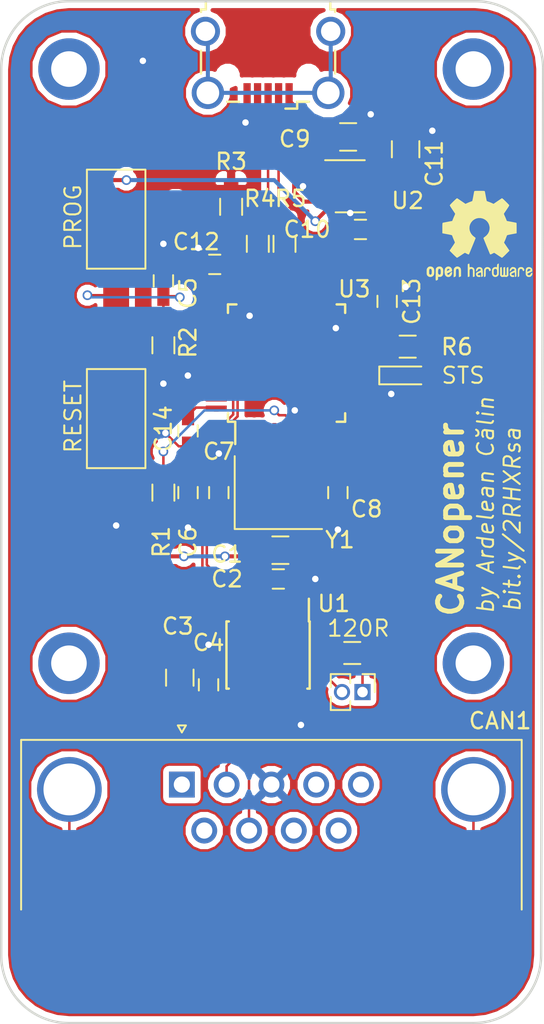
<source format=kicad_pcb>
(kicad_pcb (version 20171130) (host pcbnew "(5.0.1)-3")

  (general
    (thickness 1.6)
    (drawings 15)
    (tracks 248)
    (zones 0)
    (modules 41)
    (nets 24)
  )

  (page A4)
  (layers
    (0 F.Cu signal hide)
    (31 B.Cu signal hide)
    (32 B.Adhes user)
    (33 F.Adhes user)
    (34 B.Paste user)
    (35 F.Paste user)
    (36 B.SilkS user)
    (37 F.SilkS user)
    (38 B.Mask user)
    (39 F.Mask user)
    (40 Dwgs.User user)
    (41 Cmts.User user)
    (42 Eco1.User user)
    (43 Eco2.User user)
    (44 Edge.Cuts user)
    (45 Margin user)
    (46 B.CrtYd user)
    (47 F.CrtYd user)
    (48 B.Fab user)
    (49 F.Fab user hide)
  )

  (setup
    (last_trace_width 0.25)
    (user_trace_width 0.154)
    (user_trace_width 0.5)
    (trace_clearance 0.12)
    (zone_clearance 0.35)
    (zone_45_only no)
    (trace_min 0.154)
    (segment_width 0.2)
    (edge_width 0.15)
    (via_size 0.6)
    (via_drill 0.4)
    (via_min_size 0.4)
    (via_min_drill 0.3)
    (uvia_size 0.3)
    (uvia_drill 0.1)
    (uvias_allowed no)
    (uvia_min_size 0.2)
    (uvia_min_drill 0.1)
    (pcb_text_width 0.3)
    (pcb_text_size 1.5 1.5)
    (mod_edge_width 0.15)
    (mod_text_size 1 1)
    (mod_text_width 0.15)
    (pad_size 4 4)
    (pad_drill 3.2)
    (pad_to_mask_clearance 0.2)
    (solder_mask_min_width 0.25)
    (aux_axis_origin 0 0)
    (visible_elements 7FFFFFFF)
    (pcbplotparams
      (layerselection 0x010f0_ffffffff)
      (usegerberextensions false)
      (usegerberattributes false)
      (usegerberadvancedattributes false)
      (creategerberjobfile false)
      (excludeedgelayer true)
      (linewidth 0.100000)
      (plotframeref false)
      (viasonmask false)
      (mode 1)
      (useauxorigin false)
      (hpglpennumber 1)
      (hpglpenspeed 20)
      (hpglpendiameter 15.000000)
      (psnegative false)
      (psa4output false)
      (plotreference true)
      (plotvalue true)
      (plotinvisibletext false)
      (padsonsilk false)
      (subtractmaskfromsilk false)
      (outputformat 1)
      (mirror false)
      (drillshape 0)
      (scaleselection 1)
      (outputdirectory "plots/"))
  )

  (net 0 "")
  (net 1 GND)
  (net 2 +5V)
  (net 3 +3V3)
  (net 4 BOOT0)
  (net 5 ~RST)
  (net 6 OSC_IN)
  (net 7 OSC_OUT)
  (net 8 "Net-(C10-Pad1)")
  (net 9 CANL)
  (net 10 CANH)
  (net 11 "Net-(CAN1-Pad0)")
  (net 12 "Net-(J1-Pad6)")
  (net 13 "Net-(J1-Pad3)")
  (net 14 "Net-(J1-Pad2)")
  (net 15 "Net-(JP1-Pad1)")
  (net 16 USB_DP)
  (net 17 USB_DM)
  (net 18 Status)
  (net 19 "Net-(R6-Pad2)")
  (net 20 SWCLK)
  (net 21 SWDIO)
  (net 22 CAN_Rx)
  (net 23 CAN_Tx)

  (net_class Default "This is the default net class."
    (clearance 0.12)
    (trace_width 0.25)
    (via_dia 0.6)
    (via_drill 0.4)
    (uvia_dia 0.3)
    (uvia_drill 0.1)
    (add_net +3V3)
    (add_net +5V)
    (add_net BOOT0)
    (add_net CANH)
    (add_net CANL)
    (add_net CAN_Rx)
    (add_net CAN_Tx)
    (add_net GND)
    (add_net "Net-(C10-Pad1)")
    (add_net "Net-(CAN1-Pad0)")
    (add_net "Net-(J1-Pad2)")
    (add_net "Net-(J1-Pad3)")
    (add_net "Net-(J1-Pad6)")
    (add_net "Net-(JP1-Pad1)")
    (add_net "Net-(R6-Pad2)")
    (add_net OSC_IN)
    (add_net OSC_OUT)
    (add_net SWCLK)
    (add_net SWDIO)
    (add_net Status)
    (add_net USB_DM)
    (add_net USB_DP)
    (add_net ~RST)
  )

  (module Pin_Headers:Pin_Header_Straight_1x02_Pitch1.27mm (layer F.Cu) (tedit 5BE335B5) (tstamp 5BE25FF3)
    (at 202.819 79.629 270)
    (descr "Through hole straight pin header, 1x02, 1.27mm pitch, single row")
    (tags "Through hole pin header THT 1x02 1.27mm single row")
    (path /5BD9273A)
    (fp_text reference JP1 (at 2.286 0.762) (layer F.SilkS) hide
      (effects (font (size 1 1) (thickness 0.15)))
    )
    (fp_text value JC_Rterm (at 0 2.965 270) (layer F.Fab)
      (effects (font (size 1 1) (thickness 0.15)))
    )
    (fp_line (start -0.525 -0.635) (end 1.05 -0.635) (layer F.Fab) (width 0.1))
    (fp_line (start 1.05 -0.635) (end 1.05 1.905) (layer F.Fab) (width 0.1))
    (fp_line (start 1.05 1.905) (end -1.05 1.905) (layer F.Fab) (width 0.1))
    (fp_line (start -1.05 1.905) (end -1.05 -0.11) (layer F.Fab) (width 0.1))
    (fp_line (start -1.05 -0.11) (end -0.525 -0.635) (layer F.Fab) (width 0.1))
    (fp_line (start -1.11 1.965) (end -0.30753 1.965) (layer F.SilkS) (width 0.12))
    (fp_line (start 0.30753 1.965) (end 1.11 1.965) (layer F.SilkS) (width 0.12))
    (fp_line (start -1.11 0.76) (end -1.11 1.965) (layer F.SilkS) (width 0.12))
    (fp_line (start 1.11 0.76) (end 1.11 1.965) (layer F.SilkS) (width 0.12))
    (fp_line (start -1.11 0.76) (end -0.563471 0.76) (layer F.SilkS) (width 0.12))
    (fp_line (start 0.563471 0.76) (end 1.11 0.76) (layer F.SilkS) (width 0.12))
    (fp_line (start -1.11 0) (end -1.11 -0.76) (layer F.SilkS) (width 0.12))
    (fp_line (start -1.11 -0.76) (end 0 -0.76) (layer F.SilkS) (width 0.12))
    (fp_line (start -1.55 -1.15) (end -1.55 2.45) (layer F.CrtYd) (width 0.05))
    (fp_line (start -1.55 2.45) (end 1.55 2.45) (layer F.CrtYd) (width 0.05))
    (fp_line (start 1.55 2.45) (end 1.55 -1.15) (layer F.CrtYd) (width 0.05))
    (fp_line (start 1.55 -1.15) (end -1.55 -1.15) (layer F.CrtYd) (width 0.05))
    (fp_text user %R (at 0 0.635) (layer F.Fab)
      (effects (font (size 1 1) (thickness 0.15)))
    )
    (pad 1 thru_hole rect (at 0 0 270) (size 1 1) (drill 0.65) (layers *.Cu *.Mask)
      (net 15 "Net-(JP1-Pad1)"))
    (pad 2 thru_hole oval (at 0 1.27 270) (size 1 1) (drill 0.65) (layers *.Cu *.Mask)
      (net 10 CANH))
    (model ${KISYS3DMOD}/Pin_Headers.3dshapes/Pin_Header_Straight_1x02_Pitch1.27mm.wrl
      (at (xyz 0 0 0))
      (scale (xyz 1 1 1))
      (rotate (xyz 0 0 0))
    )
  )

  (module Capacitors_SMD:C_0805_HandSoldering (layer F.Cu) (tedit 58AA84A8) (tstamp 5BE25E9D)
    (at 197.739 70.866)
    (descr "Capacitor SMD 0805, hand soldering")
    (tags "capacitor 0805")
    (path /5BDBD72B)
    (attr smd)
    (fp_text reference C1 (at -3.302 0.254) (layer F.SilkS)
      (effects (font (size 1 1) (thickness 0.15)))
    )
    (fp_text value 22u (at 0 1.75) (layer F.Fab)
      (effects (font (size 1 1) (thickness 0.15)))
    )
    (fp_line (start 2.25 0.87) (end -2.25 0.87) (layer F.CrtYd) (width 0.05))
    (fp_line (start 2.25 0.87) (end 2.25 -0.88) (layer F.CrtYd) (width 0.05))
    (fp_line (start -2.25 -0.88) (end -2.25 0.87) (layer F.CrtYd) (width 0.05))
    (fp_line (start -2.25 -0.88) (end 2.25 -0.88) (layer F.CrtYd) (width 0.05))
    (fp_line (start -0.5 0.85) (end 0.5 0.85) (layer F.SilkS) (width 0.12))
    (fp_line (start 0.5 -0.85) (end -0.5 -0.85) (layer F.SilkS) (width 0.12))
    (fp_line (start -1 -0.62) (end 1 -0.62) (layer F.Fab) (width 0.1))
    (fp_line (start 1 -0.62) (end 1 0.62) (layer F.Fab) (width 0.1))
    (fp_line (start 1 0.62) (end -1 0.62) (layer F.Fab) (width 0.1))
    (fp_line (start -1 0.62) (end -1 -0.62) (layer F.Fab) (width 0.1))
    (fp_text user %R (at 0 -1.75) (layer F.Fab)
      (effects (font (size 1 1) (thickness 0.15)))
    )
    (pad 2 smd rect (at 1.25 0) (size 1.5 1.25) (layers F.Cu F.Paste F.Mask)
      (net 1 GND))
    (pad 1 smd rect (at -1.25 0) (size 1.5 1.25) (layers F.Cu F.Paste F.Mask)
      (net 2 +5V))
    (model Capacitors_SMD.3dshapes/C_0805.wrl
      (at (xyz 0 0 0))
      (scale (xyz 1 1 1))
      (rotate (xyz 0 0 0))
    )
  )

  (module Capacitors_SMD:C_0603_HandSoldering (layer F.Cu) (tedit 58AA848B) (tstamp 5BE25EAE)
    (at 197.612 72.644)
    (descr "Capacitor SMD 0603, hand soldering")
    (tags "capacitor 0603")
    (path /5BDBD6D5)
    (attr smd)
    (fp_text reference C2 (at -3.175 0) (layer F.SilkS)
      (effects (font (size 1 1) (thickness 0.15)))
    )
    (fp_text value 100n (at 0 1.5) (layer F.Fab)
      (effects (font (size 1 1) (thickness 0.15)))
    )
    (fp_text user %R (at 0 -1.25) (layer F.Fab)
      (effects (font (size 1 1) (thickness 0.15)))
    )
    (fp_line (start -0.8 0.4) (end -0.8 -0.4) (layer F.Fab) (width 0.1))
    (fp_line (start 0.8 0.4) (end -0.8 0.4) (layer F.Fab) (width 0.1))
    (fp_line (start 0.8 -0.4) (end 0.8 0.4) (layer F.Fab) (width 0.1))
    (fp_line (start -0.8 -0.4) (end 0.8 -0.4) (layer F.Fab) (width 0.1))
    (fp_line (start -0.35 -0.6) (end 0.35 -0.6) (layer F.SilkS) (width 0.12))
    (fp_line (start 0.35 0.6) (end -0.35 0.6) (layer F.SilkS) (width 0.12))
    (fp_line (start -1.8 -0.65) (end 1.8 -0.65) (layer F.CrtYd) (width 0.05))
    (fp_line (start -1.8 -0.65) (end -1.8 0.65) (layer F.CrtYd) (width 0.05))
    (fp_line (start 1.8 0.65) (end 1.8 -0.65) (layer F.CrtYd) (width 0.05))
    (fp_line (start 1.8 0.65) (end -1.8 0.65) (layer F.CrtYd) (width 0.05))
    (pad 1 smd rect (at -0.95 0) (size 1.2 0.75) (layers F.Cu F.Paste F.Mask)
      (net 2 +5V))
    (pad 2 smd rect (at 0.95 0) (size 1.2 0.75) (layers F.Cu F.Paste F.Mask)
      (net 1 GND))
    (model Capacitors_SMD.3dshapes/C_0603.wrl
      (at (xyz 0 0 0))
      (scale (xyz 1 1 1))
      (rotate (xyz 0 0 0))
    )
  )

  (module Capacitors_SMD:C_0805_HandSoldering (layer F.Cu) (tedit 58AA84A8) (tstamp 5BE25EBF)
    (at 191.516 78.74 90)
    (descr "Capacitor SMD 0805, hand soldering")
    (tags "capacitor 0805")
    (path /5BDA17F9)
    (attr smd)
    (fp_text reference C3 (at 3.175 -0.127 180) (layer F.SilkS)
      (effects (font (size 1 1) (thickness 0.15)))
    )
    (fp_text value 22u (at 0 1.75 90) (layer F.Fab)
      (effects (font (size 1 1) (thickness 0.15)))
    )
    (fp_text user %R (at 0 -1.75 90) (layer F.Fab)
      (effects (font (size 1 1) (thickness 0.15)))
    )
    (fp_line (start -1 0.62) (end -1 -0.62) (layer F.Fab) (width 0.1))
    (fp_line (start 1 0.62) (end -1 0.62) (layer F.Fab) (width 0.1))
    (fp_line (start 1 -0.62) (end 1 0.62) (layer F.Fab) (width 0.1))
    (fp_line (start -1 -0.62) (end 1 -0.62) (layer F.Fab) (width 0.1))
    (fp_line (start 0.5 -0.85) (end -0.5 -0.85) (layer F.SilkS) (width 0.12))
    (fp_line (start -0.5 0.85) (end 0.5 0.85) (layer F.SilkS) (width 0.12))
    (fp_line (start -2.25 -0.88) (end 2.25 -0.88) (layer F.CrtYd) (width 0.05))
    (fp_line (start -2.25 -0.88) (end -2.25 0.87) (layer F.CrtYd) (width 0.05))
    (fp_line (start 2.25 0.87) (end 2.25 -0.88) (layer F.CrtYd) (width 0.05))
    (fp_line (start 2.25 0.87) (end -2.25 0.87) (layer F.CrtYd) (width 0.05))
    (pad 1 smd rect (at -1.25 0 90) (size 1.5 1.25) (layers F.Cu F.Paste F.Mask)
      (net 3 +3V3))
    (pad 2 smd rect (at 1.25 0 90) (size 1.5 1.25) (layers F.Cu F.Paste F.Mask)
      (net 1 GND))
    (model Capacitors_SMD.3dshapes/C_0805.wrl
      (at (xyz 0 0 0))
      (scale (xyz 1 1 1))
      (rotate (xyz 0 0 0))
    )
  )

  (module Capacitors_SMD:C_0603_HandSoldering (layer F.Cu) (tedit 58AA848B) (tstamp 5BE25ED0)
    (at 193.294 79.182 90)
    (descr "Capacitor SMD 0603, hand soldering")
    (tags "capacitor 0603")
    (path /5BDA1698)
    (attr smd)
    (fp_text reference C4 (at 2.601 0 180) (layer F.SilkS)
      (effects (font (size 1 1) (thickness 0.15)))
    )
    (fp_text value 100n (at 0 1.5 90) (layer F.Fab)
      (effects (font (size 1 1) (thickness 0.15)))
    )
    (fp_line (start 1.8 0.65) (end -1.8 0.65) (layer F.CrtYd) (width 0.05))
    (fp_line (start 1.8 0.65) (end 1.8 -0.65) (layer F.CrtYd) (width 0.05))
    (fp_line (start -1.8 -0.65) (end -1.8 0.65) (layer F.CrtYd) (width 0.05))
    (fp_line (start -1.8 -0.65) (end 1.8 -0.65) (layer F.CrtYd) (width 0.05))
    (fp_line (start 0.35 0.6) (end -0.35 0.6) (layer F.SilkS) (width 0.12))
    (fp_line (start -0.35 -0.6) (end 0.35 -0.6) (layer F.SilkS) (width 0.12))
    (fp_line (start -0.8 -0.4) (end 0.8 -0.4) (layer F.Fab) (width 0.1))
    (fp_line (start 0.8 -0.4) (end 0.8 0.4) (layer F.Fab) (width 0.1))
    (fp_line (start 0.8 0.4) (end -0.8 0.4) (layer F.Fab) (width 0.1))
    (fp_line (start -0.8 0.4) (end -0.8 -0.4) (layer F.Fab) (width 0.1))
    (fp_text user %R (at 0 -1.25 90) (layer F.Fab)
      (effects (font (size 1 1) (thickness 0.15)))
    )
    (pad 2 smd rect (at 0.95 0 90) (size 1.2 0.75) (layers F.Cu F.Paste F.Mask)
      (net 1 GND))
    (pad 1 smd rect (at -0.95 0 90) (size 1.2 0.75) (layers F.Cu F.Paste F.Mask)
      (net 3 +3V3))
    (model Capacitors_SMD.3dshapes/C_0603.wrl
      (at (xyz 0 0 0))
      (scale (xyz 1 1 1))
      (rotate (xyz 0 0 0))
    )
  )

  (module Capacitors_SMD:C_0603_HandSoldering (layer F.Cu) (tedit 58AA848B) (tstamp 5BE25EE1)
    (at 190.5 54.229 90)
    (descr "Capacitor SMD 0603, hand soldering")
    (tags "capacitor 0603")
    (path /5BED4D72)
    (attr smd)
    (fp_text reference C5 (at -0.762 1.524 270) (layer F.SilkS)
      (effects (font (size 1 1) (thickness 0.15)))
    )
    (fp_text value 100n (at 0 1.5 90) (layer F.Fab)
      (effects (font (size 1 1) (thickness 0.15)))
    )
    (fp_line (start 1.8 0.65) (end -1.8 0.65) (layer F.CrtYd) (width 0.05))
    (fp_line (start 1.8 0.65) (end 1.8 -0.65) (layer F.CrtYd) (width 0.05))
    (fp_line (start -1.8 -0.65) (end -1.8 0.65) (layer F.CrtYd) (width 0.05))
    (fp_line (start -1.8 -0.65) (end 1.8 -0.65) (layer F.CrtYd) (width 0.05))
    (fp_line (start 0.35 0.6) (end -0.35 0.6) (layer F.SilkS) (width 0.12))
    (fp_line (start -0.35 -0.6) (end 0.35 -0.6) (layer F.SilkS) (width 0.12))
    (fp_line (start -0.8 -0.4) (end 0.8 -0.4) (layer F.Fab) (width 0.1))
    (fp_line (start 0.8 -0.4) (end 0.8 0.4) (layer F.Fab) (width 0.1))
    (fp_line (start 0.8 0.4) (end -0.8 0.4) (layer F.Fab) (width 0.1))
    (fp_line (start -0.8 0.4) (end -0.8 -0.4) (layer F.Fab) (width 0.1))
    (fp_text user %R (at 0 -1.25 90) (layer F.Fab)
      (effects (font (size 1 1) (thickness 0.15)))
    )
    (pad 2 smd rect (at 0.95 0 90) (size 1.2 0.75) (layers F.Cu F.Paste F.Mask)
      (net 1 GND))
    (pad 1 smd rect (at -0.95 0 90) (size 1.2 0.75) (layers F.Cu F.Paste F.Mask)
      (net 4 BOOT0))
    (model Capacitors_SMD.3dshapes/C_0603.wrl
      (at (xyz 0 0 0))
      (scale (xyz 1 1 1))
      (rotate (xyz 0 0 0))
    )
  )

  (module Capacitors_SMD:C_0603_HandSoldering (layer F.Cu) (tedit 58AA848B) (tstamp 5BE25EF2)
    (at 192.024 67.31 270)
    (descr "Capacitor SMD 0603, hand soldering")
    (tags "capacitor 0603")
    (path /5AEC5E03)
    (attr smd)
    (fp_text reference C6 (at 3.048 0 90) (layer F.SilkS)
      (effects (font (size 1 1) (thickness 0.15)))
    )
    (fp_text value 100n (at 0 1.5 270) (layer F.Fab)
      (effects (font (size 1 1) (thickness 0.15)))
    )
    (fp_text user %R (at 0 -1.25 270) (layer F.Fab)
      (effects (font (size 1 1) (thickness 0.15)))
    )
    (fp_line (start -0.8 0.4) (end -0.8 -0.4) (layer F.Fab) (width 0.1))
    (fp_line (start 0.8 0.4) (end -0.8 0.4) (layer F.Fab) (width 0.1))
    (fp_line (start 0.8 -0.4) (end 0.8 0.4) (layer F.Fab) (width 0.1))
    (fp_line (start -0.8 -0.4) (end 0.8 -0.4) (layer F.Fab) (width 0.1))
    (fp_line (start -0.35 -0.6) (end 0.35 -0.6) (layer F.SilkS) (width 0.12))
    (fp_line (start 0.35 0.6) (end -0.35 0.6) (layer F.SilkS) (width 0.12))
    (fp_line (start -1.8 -0.65) (end 1.8 -0.65) (layer F.CrtYd) (width 0.05))
    (fp_line (start -1.8 -0.65) (end -1.8 0.65) (layer F.CrtYd) (width 0.05))
    (fp_line (start 1.8 0.65) (end 1.8 -0.65) (layer F.CrtYd) (width 0.05))
    (fp_line (start 1.8 0.65) (end -1.8 0.65) (layer F.CrtYd) (width 0.05))
    (pad 1 smd rect (at -0.95 0 270) (size 1.2 0.75) (layers F.Cu F.Paste F.Mask)
      (net 5 ~RST))
    (pad 2 smd rect (at 0.95 0 270) (size 1.2 0.75) (layers F.Cu F.Paste F.Mask)
      (net 1 GND))
    (model Capacitors_SMD.3dshapes/C_0603.wrl
      (at (xyz 0 0 0))
      (scale (xyz 1 1 1))
      (rotate (xyz 0 0 0))
    )
  )

  (module Capacitors_SMD:C_0603_HandSoldering (layer F.Cu) (tedit 58AA848B) (tstamp 5BE25F03)
    (at 193.929 67.31 90)
    (descr "Capacitor SMD 0603, hand soldering")
    (tags "capacitor 0603")
    (path /5BEA2FE2)
    (attr smd)
    (fp_text reference C7 (at 2.54 0 180) (layer F.SilkS)
      (effects (font (size 1 1) (thickness 0.15)))
    )
    (fp_text value 12p (at 0 1.5 90) (layer F.Fab)
      (effects (font (size 1 1) (thickness 0.15)))
    )
    (fp_text user %R (at 0 -1.25 90) (layer F.Fab)
      (effects (font (size 1 1) (thickness 0.15)))
    )
    (fp_line (start -0.8 0.4) (end -0.8 -0.4) (layer F.Fab) (width 0.1))
    (fp_line (start 0.8 0.4) (end -0.8 0.4) (layer F.Fab) (width 0.1))
    (fp_line (start 0.8 -0.4) (end 0.8 0.4) (layer F.Fab) (width 0.1))
    (fp_line (start -0.8 -0.4) (end 0.8 -0.4) (layer F.Fab) (width 0.1))
    (fp_line (start -0.35 -0.6) (end 0.35 -0.6) (layer F.SilkS) (width 0.12))
    (fp_line (start 0.35 0.6) (end -0.35 0.6) (layer F.SilkS) (width 0.12))
    (fp_line (start -1.8 -0.65) (end 1.8 -0.65) (layer F.CrtYd) (width 0.05))
    (fp_line (start -1.8 -0.65) (end -1.8 0.65) (layer F.CrtYd) (width 0.05))
    (fp_line (start 1.8 0.65) (end 1.8 -0.65) (layer F.CrtYd) (width 0.05))
    (fp_line (start 1.8 0.65) (end -1.8 0.65) (layer F.CrtYd) (width 0.05))
    (pad 1 smd rect (at -0.95 0 90) (size 1.2 0.75) (layers F.Cu F.Paste F.Mask)
      (net 6 OSC_IN))
    (pad 2 smd rect (at 0.95 0 90) (size 1.2 0.75) (layers F.Cu F.Paste F.Mask)
      (net 1 GND))
    (model Capacitors_SMD.3dshapes/C_0603.wrl
      (at (xyz 0 0 0))
      (scale (xyz 1 1 1))
      (rotate (xyz 0 0 0))
    )
  )

  (module Capacitors_SMD:C_0603_HandSoldering (layer F.Cu) (tedit 58AA848B) (tstamp 5BE25F14)
    (at 201.295 67.31 270)
    (descr "Capacitor SMD 0603, hand soldering")
    (tags "capacitor 0603")
    (path /5BEA2F6A)
    (attr smd)
    (fp_text reference C8 (at 1.016 -1.778) (layer F.SilkS)
      (effects (font (size 1 1) (thickness 0.15)))
    )
    (fp_text value 12p (at 0 1.5 270) (layer F.Fab)
      (effects (font (size 1 1) (thickness 0.15)))
    )
    (fp_line (start 1.8 0.65) (end -1.8 0.65) (layer F.CrtYd) (width 0.05))
    (fp_line (start 1.8 0.65) (end 1.8 -0.65) (layer F.CrtYd) (width 0.05))
    (fp_line (start -1.8 -0.65) (end -1.8 0.65) (layer F.CrtYd) (width 0.05))
    (fp_line (start -1.8 -0.65) (end 1.8 -0.65) (layer F.CrtYd) (width 0.05))
    (fp_line (start 0.35 0.6) (end -0.35 0.6) (layer F.SilkS) (width 0.12))
    (fp_line (start -0.35 -0.6) (end 0.35 -0.6) (layer F.SilkS) (width 0.12))
    (fp_line (start -0.8 -0.4) (end 0.8 -0.4) (layer F.Fab) (width 0.1))
    (fp_line (start 0.8 -0.4) (end 0.8 0.4) (layer F.Fab) (width 0.1))
    (fp_line (start 0.8 0.4) (end -0.8 0.4) (layer F.Fab) (width 0.1))
    (fp_line (start -0.8 0.4) (end -0.8 -0.4) (layer F.Fab) (width 0.1))
    (fp_text user %R (at 0 -1.25 270) (layer F.Fab)
      (effects (font (size 1 1) (thickness 0.15)))
    )
    (pad 2 smd rect (at 0.95 0 270) (size 1.2 0.75) (layers F.Cu F.Paste F.Mask)
      (net 1 GND))
    (pad 1 smd rect (at -0.95 0 270) (size 1.2 0.75) (layers F.Cu F.Paste F.Mask)
      (net 7 OSC_OUT))
    (model Capacitors_SMD.3dshapes/C_0603.wrl
      (at (xyz 0 0 0))
      (scale (xyz 1 1 1))
      (rotate (xyz 0 0 0))
    )
  )

  (module Capacitors_SMD:C_0805_HandSoldering (layer F.Cu) (tedit 58AA84A8) (tstamp 5BE25F25)
    (at 201.93 45.339)
    (descr "Capacitor SMD 0805, hand soldering")
    (tags "capacitor 0805")
    (path /5BDD9E93)
    (attr smd)
    (fp_text reference C9 (at -3.302 0.127) (layer F.SilkS)
      (effects (font (size 1 1) (thickness 0.15)))
    )
    (fp_text value 22u (at 0 1.75) (layer F.Fab)
      (effects (font (size 1 1) (thickness 0.15)))
    )
    (fp_line (start 2.25 0.87) (end -2.25 0.87) (layer F.CrtYd) (width 0.05))
    (fp_line (start 2.25 0.87) (end 2.25 -0.88) (layer F.CrtYd) (width 0.05))
    (fp_line (start -2.25 -0.88) (end -2.25 0.87) (layer F.CrtYd) (width 0.05))
    (fp_line (start -2.25 -0.88) (end 2.25 -0.88) (layer F.CrtYd) (width 0.05))
    (fp_line (start -0.5 0.85) (end 0.5 0.85) (layer F.SilkS) (width 0.12))
    (fp_line (start 0.5 -0.85) (end -0.5 -0.85) (layer F.SilkS) (width 0.12))
    (fp_line (start -1 -0.62) (end 1 -0.62) (layer F.Fab) (width 0.1))
    (fp_line (start 1 -0.62) (end 1 0.62) (layer F.Fab) (width 0.1))
    (fp_line (start 1 0.62) (end -1 0.62) (layer F.Fab) (width 0.1))
    (fp_line (start -1 0.62) (end -1 -0.62) (layer F.Fab) (width 0.1))
    (fp_text user %R (at 0 -1.75) (layer F.Fab)
      (effects (font (size 1 1) (thickness 0.15)))
    )
    (pad 2 smd rect (at 1.25 0) (size 1.5 1.25) (layers F.Cu F.Paste F.Mask)
      (net 1 GND))
    (pad 1 smd rect (at -1.25 0) (size 1.5 1.25) (layers F.Cu F.Paste F.Mask)
      (net 2 +5V))
    (model Capacitors_SMD.3dshapes/C_0805.wrl
      (at (xyz 0 0 0))
      (scale (xyz 1 1 1))
      (rotate (xyz 0 0 0))
    )
  )

  (module Capacitors_SMD:C_0603_HandSoldering (layer F.Cu) (tedit 58AA848B) (tstamp 5BE26EA5)
    (at 202.692 51.054 180)
    (descr "Capacitor SMD 0603, hand soldering")
    (tags "capacitor 0603")
    (path /5BDD9FC2)
    (attr smd)
    (fp_text reference C10 (at 3.302 0 180) (layer F.SilkS)
      (effects (font (size 1 1) (thickness 0.15)))
    )
    (fp_text value 10nF (at 0 1.5 180) (layer F.Fab)
      (effects (font (size 1 1) (thickness 0.15)))
    )
    (fp_line (start 1.8 0.65) (end -1.8 0.65) (layer F.CrtYd) (width 0.05))
    (fp_line (start 1.8 0.65) (end 1.8 -0.65) (layer F.CrtYd) (width 0.05))
    (fp_line (start -1.8 -0.65) (end -1.8 0.65) (layer F.CrtYd) (width 0.05))
    (fp_line (start -1.8 -0.65) (end 1.8 -0.65) (layer F.CrtYd) (width 0.05))
    (fp_line (start 0.35 0.6) (end -0.35 0.6) (layer F.SilkS) (width 0.12))
    (fp_line (start -0.35 -0.6) (end 0.35 -0.6) (layer F.SilkS) (width 0.12))
    (fp_line (start -0.8 -0.4) (end 0.8 -0.4) (layer F.Fab) (width 0.1))
    (fp_line (start 0.8 -0.4) (end 0.8 0.4) (layer F.Fab) (width 0.1))
    (fp_line (start 0.8 0.4) (end -0.8 0.4) (layer F.Fab) (width 0.1))
    (fp_line (start -0.8 0.4) (end -0.8 -0.4) (layer F.Fab) (width 0.1))
    (fp_text user %R (at 0 -1.25 180) (layer F.Fab)
      (effects (font (size 1 1) (thickness 0.15)))
    )
    (pad 2 smd rect (at 0.95 0 180) (size 1.2 0.75) (layers F.Cu F.Paste F.Mask)
      (net 1 GND))
    (pad 1 smd rect (at -0.95 0 180) (size 1.2 0.75) (layers F.Cu F.Paste F.Mask)
      (net 8 "Net-(C10-Pad1)"))
    (model Capacitors_SMD.3dshapes/C_0603.wrl
      (at (xyz 0 0 0))
      (scale (xyz 1 1 1))
      (rotate (xyz 0 0 0))
    )
  )

  (module Capacitors_SMD:C_0805_HandSoldering (layer F.Cu) (tedit 58AA84A8) (tstamp 5BE25F47)
    (at 205.486 46.101 90)
    (descr "Capacitor SMD 0805, hand soldering")
    (tags "capacitor 0805")
    (path /5BDEADC9)
    (attr smd)
    (fp_text reference C11 (at -0.889 1.778 90) (layer F.SilkS)
      (effects (font (size 1 1) (thickness 0.15)))
    )
    (fp_text value 22u (at 0 1.75 90) (layer F.Fab)
      (effects (font (size 1 1) (thickness 0.15)))
    )
    (fp_text user %R (at 0 -1.75 90) (layer F.Fab)
      (effects (font (size 1 1) (thickness 0.15)))
    )
    (fp_line (start -1 0.62) (end -1 -0.62) (layer F.Fab) (width 0.1))
    (fp_line (start 1 0.62) (end -1 0.62) (layer F.Fab) (width 0.1))
    (fp_line (start 1 -0.62) (end 1 0.62) (layer F.Fab) (width 0.1))
    (fp_line (start -1 -0.62) (end 1 -0.62) (layer F.Fab) (width 0.1))
    (fp_line (start 0.5 -0.85) (end -0.5 -0.85) (layer F.SilkS) (width 0.12))
    (fp_line (start -0.5 0.85) (end 0.5 0.85) (layer F.SilkS) (width 0.12))
    (fp_line (start -2.25 -0.88) (end 2.25 -0.88) (layer F.CrtYd) (width 0.05))
    (fp_line (start -2.25 -0.88) (end -2.25 0.87) (layer F.CrtYd) (width 0.05))
    (fp_line (start 2.25 0.87) (end 2.25 -0.88) (layer F.CrtYd) (width 0.05))
    (fp_line (start 2.25 0.87) (end -2.25 0.87) (layer F.CrtYd) (width 0.05))
    (pad 1 smd rect (at -1.25 0 90) (size 1.5 1.25) (layers F.Cu F.Paste F.Mask)
      (net 3 +3V3))
    (pad 2 smd rect (at 1.25 0 90) (size 1.5 1.25) (layers F.Cu F.Paste F.Mask)
      (net 1 GND))
    (model Capacitors_SMD.3dshapes/C_0805.wrl
      (at (xyz 0 0 0))
      (scale (xyz 1 1 1))
      (rotate (xyz 0 0 0))
    )
  )

  (module Capacitors_SMD:C_0603_HandSoldering (layer F.Cu) (tedit 58AA848B) (tstamp 5BE25F58)
    (at 193.675 53.213 180)
    (descr "Capacitor SMD 0603, hand soldering")
    (tags "capacitor 0603")
    (path /5AEC4967)
    (attr smd)
    (fp_text reference C12 (at 1.143 1.397) (layer F.SilkS)
      (effects (font (size 1 1) (thickness 0.15)))
    )
    (fp_text value 100n (at 0 1.5 180) (layer F.Fab)
      (effects (font (size 1 1) (thickness 0.15)))
    )
    (fp_text user %R (at 0 -1.25 180) (layer F.Fab)
      (effects (font (size 1 1) (thickness 0.15)))
    )
    (fp_line (start -0.8 0.4) (end -0.8 -0.4) (layer F.Fab) (width 0.1))
    (fp_line (start 0.8 0.4) (end -0.8 0.4) (layer F.Fab) (width 0.1))
    (fp_line (start 0.8 -0.4) (end 0.8 0.4) (layer F.Fab) (width 0.1))
    (fp_line (start -0.8 -0.4) (end 0.8 -0.4) (layer F.Fab) (width 0.1))
    (fp_line (start -0.35 -0.6) (end 0.35 -0.6) (layer F.SilkS) (width 0.12))
    (fp_line (start 0.35 0.6) (end -0.35 0.6) (layer F.SilkS) (width 0.12))
    (fp_line (start -1.8 -0.65) (end 1.8 -0.65) (layer F.CrtYd) (width 0.05))
    (fp_line (start -1.8 -0.65) (end -1.8 0.65) (layer F.CrtYd) (width 0.05))
    (fp_line (start 1.8 0.65) (end 1.8 -0.65) (layer F.CrtYd) (width 0.05))
    (fp_line (start 1.8 0.65) (end -1.8 0.65) (layer F.CrtYd) (width 0.05))
    (pad 1 smd rect (at -0.95 0 180) (size 1.2 0.75) (layers F.Cu F.Paste F.Mask)
      (net 3 +3V3))
    (pad 2 smd rect (at 0.95 0 180) (size 1.2 0.75) (layers F.Cu F.Paste F.Mask)
      (net 1 GND))
    (model Capacitors_SMD.3dshapes/C_0603.wrl
      (at (xyz 0 0 0))
      (scale (xyz 1 1 1))
      (rotate (xyz 0 0 0))
    )
  )

  (module Capacitors_SMD:C_0603_HandSoldering (layer F.Cu) (tedit 58AA848B) (tstamp 5BE25F69)
    (at 204.343 55.499 90)
    (descr "Capacitor SMD 0603, hand soldering")
    (tags "capacitor 0603")
    (path /5AEC4C65)
    (attr smd)
    (fp_text reference C13 (at 0 1.524 270) (layer F.SilkS)
      (effects (font (size 1 1) (thickness 0.15)))
    )
    (fp_text value 100n (at 0 1.5 90) (layer F.Fab)
      (effects (font (size 1 1) (thickness 0.15)))
    )
    (fp_text user %R (at 0 -1.25 90) (layer F.Fab)
      (effects (font (size 1 1) (thickness 0.15)))
    )
    (fp_line (start -0.8 0.4) (end -0.8 -0.4) (layer F.Fab) (width 0.1))
    (fp_line (start 0.8 0.4) (end -0.8 0.4) (layer F.Fab) (width 0.1))
    (fp_line (start 0.8 -0.4) (end 0.8 0.4) (layer F.Fab) (width 0.1))
    (fp_line (start -0.8 -0.4) (end 0.8 -0.4) (layer F.Fab) (width 0.1))
    (fp_line (start -0.35 -0.6) (end 0.35 -0.6) (layer F.SilkS) (width 0.12))
    (fp_line (start 0.35 0.6) (end -0.35 0.6) (layer F.SilkS) (width 0.12))
    (fp_line (start -1.8 -0.65) (end 1.8 -0.65) (layer F.CrtYd) (width 0.05))
    (fp_line (start -1.8 -0.65) (end -1.8 0.65) (layer F.CrtYd) (width 0.05))
    (fp_line (start 1.8 0.65) (end 1.8 -0.65) (layer F.CrtYd) (width 0.05))
    (fp_line (start 1.8 0.65) (end -1.8 0.65) (layer F.CrtYd) (width 0.05))
    (pad 1 smd rect (at -0.95 0 90) (size 1.2 0.75) (layers F.Cu F.Paste F.Mask)
      (net 3 +3V3))
    (pad 2 smd rect (at 0.95 0 90) (size 1.2 0.75) (layers F.Cu F.Paste F.Mask)
      (net 1 GND))
    (model Capacitors_SMD.3dshapes/C_0603.wrl
      (at (xyz 0 0 0))
      (scale (xyz 1 1 1))
      (rotate (xyz 0 0 0))
    )
  )

  (module Capacitors_SMD:C_0603_HandSoldering (layer F.Cu) (tedit 58AA848B) (tstamp 5BE25F7A)
    (at 192.024 63.5 270)
    (descr "Capacitor SMD 0603, hand soldering")
    (tags "capacitor 0603")
    (path /5AEC4D9A)
    (attr smd)
    (fp_text reference C14 (at -0.127 1.524 270) (layer F.SilkS)
      (effects (font (size 1 1) (thickness 0.15)))
    )
    (fp_text value 100n (at 0 1.5 270) (layer F.Fab)
      (effects (font (size 1 1) (thickness 0.15)))
    )
    (fp_line (start 1.8 0.65) (end -1.8 0.65) (layer F.CrtYd) (width 0.05))
    (fp_line (start 1.8 0.65) (end 1.8 -0.65) (layer F.CrtYd) (width 0.05))
    (fp_line (start -1.8 -0.65) (end -1.8 0.65) (layer F.CrtYd) (width 0.05))
    (fp_line (start -1.8 -0.65) (end 1.8 -0.65) (layer F.CrtYd) (width 0.05))
    (fp_line (start 0.35 0.6) (end -0.35 0.6) (layer F.SilkS) (width 0.12))
    (fp_line (start -0.35 -0.6) (end 0.35 -0.6) (layer F.SilkS) (width 0.12))
    (fp_line (start -0.8 -0.4) (end 0.8 -0.4) (layer F.Fab) (width 0.1))
    (fp_line (start 0.8 -0.4) (end 0.8 0.4) (layer F.Fab) (width 0.1))
    (fp_line (start 0.8 0.4) (end -0.8 0.4) (layer F.Fab) (width 0.1))
    (fp_line (start -0.8 0.4) (end -0.8 -0.4) (layer F.Fab) (width 0.1))
    (fp_text user %R (at 0 -1.25 270) (layer F.Fab)
      (effects (font (size 1 1) (thickness 0.15)))
    )
    (pad 2 smd rect (at 0.95 0 270) (size 1.2 0.75) (layers F.Cu F.Paste F.Mask)
      (net 1 GND))
    (pad 1 smd rect (at -0.95 0 270) (size 1.2 0.75) (layers F.Cu F.Paste F.Mask)
      (net 3 +3V3))
    (model Capacitors_SMD.3dshapes/C_0603.wrl
      (at (xyz 0 0 0))
      (scale (xyz 1 1 1))
      (rotate (xyz 0 0 0))
    )
  )

  (module library:DSUB-9_Male_Horizontal_P2.77x2.84mm_EdgePinOffset4.94mm_Housed_MountingHolesOffset7.48mm (layer F.Cu) (tedit 59FEDEE2) (tstamp 5BE25FAE)
    (at 191.643 85.344)
    (descr "9-pin D-Sub connector, horizontal/angled (90 deg), THT-mount, male, pitch 2.77x2.84mm, pin-PCB-offset 4.9399999999999995mm, distance of mounting holes 25mm, distance of mounting holes to PCB edge 7.4799999999999995mm, see https://disti-assets.s3.amazonaws.com/tonar/files/datasheets/16730.pdf")
    (tags "9-pin D-Sub connector horizontal angled 90deg THT male pitch 2.77x2.84mm pin-PCB-offset 4.9399999999999995mm mounting-holes-distance 25mm mounting-hole-offset 25mm")
    (path /5AEAF82D)
    (fp_text reference CAN1 (at 19.685 -3.937) (layer F.SilkS)
      (effects (font (size 1 1) (thickness 0.15)))
    )
    (fp_text value CAN_Connector (at 5.54 15.68) (layer F.Fab)
      (effects (font (size 1 1) (thickness 0.15)))
    )
    (fp_arc (start -6.96 0.3) (end -8.56 0.3) (angle 180) (layer F.Fab) (width 0.1))
    (fp_arc (start 18.04 0.3) (end 16.44 0.3) (angle 180) (layer F.Fab) (width 0.1))
    (fp_line (start -9.885 -2.7) (end -9.885 7.78) (layer F.Fab) (width 0.1))
    (fp_line (start -9.885 7.78) (end 20.965 7.78) (layer F.Fab) (width 0.1))
    (fp_line (start 20.965 7.78) (end 20.965 -2.7) (layer F.Fab) (width 0.1))
    (fp_line (start 20.965 -2.7) (end -9.885 -2.7) (layer F.Fab) (width 0.1))
    (fp_line (start -9.885 7.78) (end -9.885 8.18) (layer F.Fab) (width 0.1))
    (fp_line (start -9.885 8.18) (end 20.965 8.18) (layer F.Fab) (width 0.1))
    (fp_line (start 20.965 8.18) (end 20.965 7.78) (layer F.Fab) (width 0.1))
    (fp_line (start 20.965 7.78) (end -9.885 7.78) (layer F.Fab) (width 0.1))
    (fp_line (start -2.61 8.18) (end -2.61 14.18) (layer F.Fab) (width 0.1))
    (fp_line (start -2.61 14.18) (end 13.69 14.18) (layer F.Fab) (width 0.1))
    (fp_line (start 13.69 14.18) (end 13.69 8.18) (layer F.Fab) (width 0.1))
    (fp_line (start 13.69 8.18) (end -2.61 8.18) (layer F.Fab) (width 0.1))
    (fp_line (start -9.46 8.18) (end -9.46 13.18) (layer F.Fab) (width 0.1))
    (fp_line (start -9.46 13.18) (end -4.46 13.18) (layer F.Fab) (width 0.1))
    (fp_line (start -4.46 13.18) (end -4.46 8.18) (layer F.Fab) (width 0.1))
    (fp_line (start -4.46 8.18) (end -9.46 8.18) (layer F.Fab) (width 0.1))
    (fp_line (start 15.54 8.18) (end 15.54 13.18) (layer F.Fab) (width 0.1))
    (fp_line (start 15.54 13.18) (end 20.54 13.18) (layer F.Fab) (width 0.1))
    (fp_line (start 20.54 13.18) (end 20.54 8.18) (layer F.Fab) (width 0.1))
    (fp_line (start 20.54 8.18) (end 15.54 8.18) (layer F.Fab) (width 0.1))
    (fp_line (start -8.56 7.78) (end -8.56 0.3) (layer F.Fab) (width 0.1))
    (fp_line (start -5.36 7.78) (end -5.36 0.3) (layer F.Fab) (width 0.1))
    (fp_line (start 16.44 7.78) (end 16.44 0.3) (layer F.Fab) (width 0.1))
    (fp_line (start 19.64 7.78) (end 19.64 0.3) (layer F.Fab) (width 0.1))
    (fp_line (start -9.945 7.72) (end -9.945 -2.76) (layer F.SilkS) (width 0.12))
    (fp_line (start -9.945 -2.76) (end 21.025 -2.76) (layer F.SilkS) (width 0.12))
    (fp_line (start 21.025 -2.76) (end 21.025 7.72) (layer F.SilkS) (width 0.12))
    (fp_line (start -0.25 -3.654338) (end 0.25 -3.654338) (layer F.SilkS) (width 0.12))
    (fp_line (start 0.25 -3.654338) (end 0 -3.221325) (layer F.SilkS) (width 0.12))
    (fp_line (start 0 -3.221325) (end -0.25 -3.654338) (layer F.SilkS) (width 0.12))
    (fp_line (start -10.4 -3.25) (end -10.4 14.7) (layer F.CrtYd) (width 0.05))
    (fp_line (start -10.4 14.7) (end 21.5 14.7) (layer F.CrtYd) (width 0.05))
    (fp_line (start 21.5 14.7) (end 21.5 -3.25) (layer F.CrtYd) (width 0.05))
    (fp_line (start 21.5 -3.25) (end -10.4 -3.25) (layer F.CrtYd) (width 0.05))
    (fp_text user %R (at 5.54 11.18) (layer F.Fab)
      (effects (font (size 1 1) (thickness 0.15)))
    )
    (pad 1 thru_hole rect (at 0 0) (size 1.6 1.6) (drill 1) (layers *.Cu *.Mask))
    (pad 2 thru_hole circle (at 2.77 0) (size 1.6 1.6) (drill 1) (layers *.Cu *.Mask)
      (net 9 CANL))
    (pad 3 thru_hole circle (at 5.54 0) (size 1.6 1.6) (drill 1) (layers *.Cu *.Mask)
      (net 1 GND))
    (pad 4 thru_hole circle (at 8.31 0) (size 1.6 1.6) (drill 1) (layers *.Cu *.Mask))
    (pad 5 thru_hole circle (at 11.08 0) (size 1.6 1.6) (drill 1) (layers *.Cu *.Mask))
    (pad 6 thru_hole circle (at 1.385 2.84) (size 1.6 1.6) (drill 1) (layers *.Cu *.Mask))
    (pad 7 thru_hole circle (at 4.155 2.84) (size 1.6 1.6) (drill 1) (layers *.Cu *.Mask)
      (net 10 CANH))
    (pad 8 thru_hole circle (at 6.925 2.84) (size 1.6 1.6) (drill 1) (layers *.Cu *.Mask))
    (pad 9 thru_hole circle (at 9.695 2.84) (size 1.6 1.6) (drill 1) (layers *.Cu *.Mask))
    (pad 0 thru_hole circle (at -6.96 0.3) (size 4 4) (drill 3.2) (layers *.Cu *.Mask)
      (net 11 "Net-(CAN1-Pad0)"))
    (pad 0 thru_hole circle (at 18.04 0.3) (size 4 4) (drill 3.2) (layers *.Cu *.Mask)
      (net 11 "Net-(CAN1-Pad0)"))
    (model ${KISYS3DMOD}/Connector_Dsub.3dshapes/DSUB-9_Male_Horizontal_P2.77x2.84mm_EdgePinOffset4.94mm_Housed_MountingHolesOffset7.48mm.wrl
      (at (xyz 0 0 0))
      (scale (xyz 1 1 1))
      (rotate (xyz 0 0 0))
    )
  )

  (module Connectors_USB:USB_Micro-B_Wuerth-629105150521_CircularHoles (layer F.Cu) (tedit 5BE33460) (tstamp 5BE25FDD)
    (at 196.977 40.767 180)
    (descr "USB Micro-B receptacle, http://www.mouser.com/ds/2/445/629105150521-469306.pdf")
    (tags "usb micro receptacle")
    (path /5BC470D2)
    (attr smd)
    (fp_text reference J1 (at -6.223 -0.127 180) (layer F.SilkS) hide
      (effects (font (size 1 1) (thickness 0.15)))
    )
    (fp_text value USB_B_Micro (at 0 5.6 180) (layer F.Fab)
      (effects (font (size 1 1) (thickness 0.15)))
    )
    (fp_text user "PCB Edge" (at 0 3.75 180) (layer Dwgs.User)
      (effects (font (size 0.5 0.5) (thickness 0.08)))
    )
    (fp_text user %R (at 0 1.05 180) (layer F.Fab)
      (effects (font (size 1 1) (thickness 0.15)))
    )
    (fp_line (start 5.28 -3.34) (end -5.27 -3.34) (layer F.CrtYd) (width 0.05))
    (fp_line (start 5.28 4.85) (end 5.28 -3.34) (layer F.CrtYd) (width 0.05))
    (fp_line (start -5.27 4.85) (end 5.28 4.85) (layer F.CrtYd) (width 0.05))
    (fp_line (start -5.27 -3.34) (end -5.27 4.85) (layer F.CrtYd) (width 0.05))
    (fp_line (start 1.8 -2.4) (end 2.525 -2.4) (layer F.SilkS) (width 0.15))
    (fp_line (start -1.8 -2.4) (end -2.525 -2.4) (layer F.SilkS) (width 0.15))
    (fp_line (start -1.8 -2.825) (end -1.8 -2.4) (layer F.SilkS) (width 0.15))
    (fp_line (start -1.075 -2.825) (end -1.8 -2.825) (layer F.SilkS) (width 0.15))
    (fp_line (start 4.15 0.75) (end 4.15 -0.65) (layer F.SilkS) (width 0.15))
    (fp_line (start 4.15 3.3) (end 4.15 3.15) (layer F.SilkS) (width 0.15))
    (fp_line (start 3.85 3.3) (end 4.15 3.3) (layer F.SilkS) (width 0.15))
    (fp_line (start 3.85 3.75) (end 3.85 3.3) (layer F.SilkS) (width 0.15))
    (fp_line (start -3.85 3.3) (end -3.85 3.75) (layer F.SilkS) (width 0.15))
    (fp_line (start -4.15 3.3) (end -3.85 3.3) (layer F.SilkS) (width 0.15))
    (fp_line (start -4.15 3.15) (end -4.15 3.3) (layer F.SilkS) (width 0.15))
    (fp_line (start -4.15 -0.65) (end -4.15 0.75) (layer F.SilkS) (width 0.15))
    (fp_line (start -1.075 -2.95) (end -1.075 -2.725) (layer F.Fab) (width 0.15))
    (fp_line (start -1.525 -2.95) (end -1.075 -2.95) (layer F.Fab) (width 0.15))
    (fp_line (start -1.525 -2.725) (end -1.525 -2.95) (layer F.Fab) (width 0.15))
    (fp_line (start -1.3 -2.55) (end -1.525 -2.725) (layer F.Fab) (width 0.15))
    (fp_line (start -1.075 -2.725) (end -1.3 -2.55) (layer F.Fab) (width 0.15))
    (fp_line (start -2.7 3.75) (end 2.7 3.75) (layer F.Fab) (width 0.15))
    (fp_line (start 4 -2.25) (end -4 -2.25) (layer F.Fab) (width 0.15))
    (fp_line (start 4 3.15) (end 4 -2.25) (layer F.Fab) (width 0.15))
    (fp_line (start 3.7 3.15) (end 4 3.15) (layer F.Fab) (width 0.15))
    (fp_line (start 3.7 4.35) (end 3.7 3.15) (layer F.Fab) (width 0.15))
    (fp_line (start -3.7 4.35) (end 3.7 4.35) (layer F.Fab) (width 0.15))
    (fp_line (start -3.7 3.15) (end -3.7 4.35) (layer F.Fab) (width 0.15))
    (fp_line (start -4 3.15) (end -3.7 3.15) (layer F.Fab) (width 0.15))
    (fp_line (start -4 -2.25) (end -4 3.15) (layer F.Fab) (width 0.15))
    (pad "" np_thru_hole circle (at 2.5 -0.8 180) (size 0.8 0.8) (drill 0.8) (layers *.Cu *.Mask))
    (pad "" np_thru_hole circle (at -2.5 -0.8 180) (size 0.8 0.8) (drill 0.8) (layers *.Cu *.Mask))
    (pad 6 thru_hole circle (at 3.875 1.95 180) (size 1.8 1.8) (drill 1.2) (layers *.Cu *.Mask)
      (net 12 "Net-(J1-Pad6)"))
    (pad 6 thru_hole circle (at -3.875 1.95 180) (size 1.8 1.8) (drill 1.2) (layers *.Cu *.Mask)
      (net 12 "Net-(J1-Pad6)"))
    (pad 6 thru_hole circle (at 3.725 -1.85 180) (size 2 2) (drill 1.4) (layers *.Cu *.Mask)
      (net 12 "Net-(J1-Pad6)"))
    (pad 6 thru_hole circle (at -3.725 -1.85 180) (size 2 2) (drill 1.4) (layers *.Cu *.Mask)
      (net 12 "Net-(J1-Pad6)"))
    (pad 5 smd rect (at 1.3 -1.9 180) (size 0.45 1.3) (layers F.Cu F.Paste F.Mask)
      (net 1 GND))
    (pad 4 smd rect (at 0.65 -1.9 180) (size 0.45 1.3) (layers F.Cu F.Paste F.Mask))
    (pad 3 smd rect (at 0 -1.9 180) (size 0.45 1.3) (layers F.Cu F.Paste F.Mask)
      (net 13 "Net-(J1-Pad3)"))
    (pad 2 smd rect (at -0.65 -1.9 180) (size 0.45 1.3) (layers F.Cu F.Paste F.Mask)
      (net 14 "Net-(J1-Pad2)"))
    (pad 1 smd rect (at -1.3 -1.9 180) (size 0.45 1.3) (layers F.Cu F.Paste F.Mask)
      (net 2 +5V))
    (model ${KISYS3DMOD}/Connectors_USB.3dshapes/USB_Micro-B_Wuerth-629105150521_CircularHoles.wrl
      (at (xyz 0 0 0))
      (scale (xyz 1 1 1))
      (rotate (xyz 0 0 0))
    )
  )

  (module Mounting_Holes:MountingHole_2.2mm_M2_ISO14580_Pad (layer F.Cu) (tedit 5BE3343F) (tstamp 5BE29D49)
    (at 184.658 41.148)
    (descr "Mounting Hole 2.2mm, M2, ISO14580")
    (tags "mounting hole 2.2mm m2 iso14580")
    (path /5BE62D03)
    (attr virtual)
    (fp_text reference MH1 (at 0 -2.9) (layer F.SilkS) hide
      (effects (font (size 1 1) (thickness 0.15)))
    )
    (fp_text value MountingHole (at 0 2.9) (layer F.Fab)
      (effects (font (size 1 1) (thickness 0.15)))
    )
    (fp_text user %R (at 0.3 0) (layer F.Fab)
      (effects (font (size 1 1) (thickness 0.15)))
    )
    (fp_circle (center 0 0) (end 1.9 0) (layer Cmts.User) (width 0.15))
    (fp_circle (center 0 0) (end 2.15 0) (layer F.CrtYd) (width 0.05))
    (pad 1 thru_hole circle (at 0 0) (size 3.8 3.8) (drill 2.2) (layers *.Cu *.Mask))
  )

  (module Mounting_Holes:MountingHole_2.2mm_M2_ISO14580_Pad (layer F.Cu) (tedit 5BE33447) (tstamp 5BE29CA3)
    (at 184.658 77.851)
    (descr "Mounting Hole 2.2mm, M2, ISO14580")
    (tags "mounting hole 2.2mm m2 iso14580")
    (path /5BE630E3)
    (attr virtual)
    (fp_text reference MH2 (at 0 -2.9) (layer F.SilkS) hide
      (effects (font (size 1 1) (thickness 0.15)))
    )
    (fp_text value MountingHole (at 0 2.9) (layer F.Fab)
      (effects (font (size 1 1) (thickness 0.15)))
    )
    (fp_circle (center 0 0) (end 2.15 0) (layer F.CrtYd) (width 0.05))
    (fp_circle (center 0 0) (end 1.9 0) (layer Cmts.User) (width 0.15))
    (fp_text user %R (at 0.3 0) (layer F.Fab)
      (effects (font (size 1 1) (thickness 0.15)))
    )
    (pad 1 thru_hole circle (at 0 0) (size 3.8 3.8) (drill 2.2) (layers *.Cu *.Mask))
  )

  (module Mounting_Holes:MountingHole_2.2mm_M2_ISO14580_Pad (layer F.Cu) (tedit 5BE33444) (tstamp 5BE29BEE)
    (at 209.677 77.851)
    (descr "Mounting Hole 2.2mm, M2, ISO14580")
    (tags "mounting hole 2.2mm m2 iso14580")
    (path /5BE62FB8)
    (attr virtual)
    (fp_text reference MH3 (at 0 -2.9) (layer F.SilkS) hide
      (effects (font (size 1 1) (thickness 0.15)))
    )
    (fp_text value MountingHole (at 0 2.9) (layer F.Fab)
      (effects (font (size 1 1) (thickness 0.15)))
    )
    (fp_circle (center 0 0) (end 2.15 0) (layer F.CrtYd) (width 0.05))
    (fp_circle (center 0 0) (end 1.9 0) (layer Cmts.User) (width 0.15))
    (fp_text user %R (at 0.3 0) (layer F.Fab)
      (effects (font (size 1 1) (thickness 0.15)))
    )
    (pad 1 thru_hole circle (at 0 0) (size 3.8 3.8) (drill 2.2) (layers *.Cu *.Mask))
  )

  (module Mounting_Holes:MountingHole_2.2mm_M2_ISO14580_Pad (layer F.Cu) (tedit 5BE3343C) (tstamp 5BE29D2B)
    (at 209.677 41.148)
    (descr "Mounting Hole 2.2mm, M2, ISO14580")
    (tags "mounting hole 2.2mm m2 iso14580")
    (path /5BE63010)
    (attr virtual)
    (fp_text reference MH4 (at 0 -2.9) (layer F.SilkS) hide
      (effects (font (size 1 1) (thickness 0.15)))
    )
    (fp_text value MountingHole (at 0 2.9) (layer F.Fab)
      (effects (font (size 1 1) (thickness 0.15)))
    )
    (fp_text user %R (at 0.3 0) (layer F.Fab)
      (effects (font (size 1 1) (thickness 0.15)))
    )
    (fp_circle (center 0 0) (end 1.9 0) (layer Cmts.User) (width 0.15))
    (fp_circle (center 0 0) (end 2.15 0) (layer F.CrtYd) (width 0.05))
    (pad 1 thru_hole circle (at 0 0) (size 3.8 3.8) (drill 2.2) (layers *.Cu *.Mask))
  )

  (module Resistors_SMD:R_0603_HandSoldering (layer F.Cu) (tedit 58E0A804) (tstamp 5BE26024)
    (at 190.5 67.31 90)
    (descr "Resistor SMD 0603, hand soldering")
    (tags "resistor 0603")
    (path /5AEC6051)
    (attr smd)
    (fp_text reference R1 (at -3.048 -0.127 270) (layer F.SilkS)
      (effects (font (size 1 1) (thickness 0.15)))
    )
    (fp_text value 100k (at 0 1.55 90) (layer F.Fab)
      (effects (font (size 1 1) (thickness 0.15)))
    )
    (fp_line (start 1.95 0.7) (end -1.96 0.7) (layer F.CrtYd) (width 0.05))
    (fp_line (start 1.95 0.7) (end 1.95 -0.7) (layer F.CrtYd) (width 0.05))
    (fp_line (start -1.96 -0.7) (end -1.96 0.7) (layer F.CrtYd) (width 0.05))
    (fp_line (start -1.96 -0.7) (end 1.95 -0.7) (layer F.CrtYd) (width 0.05))
    (fp_line (start -0.5 -0.68) (end 0.5 -0.68) (layer F.SilkS) (width 0.12))
    (fp_line (start 0.5 0.68) (end -0.5 0.68) (layer F.SilkS) (width 0.12))
    (fp_line (start -0.8 -0.4) (end 0.8 -0.4) (layer F.Fab) (width 0.1))
    (fp_line (start 0.8 -0.4) (end 0.8 0.4) (layer F.Fab) (width 0.1))
    (fp_line (start 0.8 0.4) (end -0.8 0.4) (layer F.Fab) (width 0.1))
    (fp_line (start -0.8 0.4) (end -0.8 -0.4) (layer F.Fab) (width 0.1))
    (fp_text user %R (at 0 0 90) (layer F.Fab)
      (effects (font (size 0.4 0.4) (thickness 0.075)))
    )
    (pad 2 smd rect (at 1.1 0 90) (size 1.2 0.9) (layers F.Cu F.Paste F.Mask)
      (net 5 ~RST))
    (pad 1 smd rect (at -1.1 0 90) (size 1.2 0.9) (layers F.Cu F.Paste F.Mask)
      (net 3 +3V3))
    (model ${KISYS3DMOD}/Resistors_SMD.3dshapes/R_0603.wrl
      (at (xyz 0 0 0))
      (scale (xyz 1 1 1))
      (rotate (xyz 0 0 0))
    )
  )

  (module Resistors_SMD:R_0603_HandSoldering (layer F.Cu) (tedit 58E0A804) (tstamp 5BE26035)
    (at 190.5 58.209 270)
    (descr "Resistor SMD 0603, hand soldering")
    (tags "resistor 0603")
    (path /5AF2C5DF)
    (attr smd)
    (fp_text reference R2 (at -0.17 -1.524 90) (layer F.SilkS)
      (effects (font (size 1 1) (thickness 0.15)))
    )
    (fp_text value 10k (at 0 1.55 270) (layer F.Fab)
      (effects (font (size 1 1) (thickness 0.15)))
    )
    (fp_line (start 1.95 0.7) (end -1.96 0.7) (layer F.CrtYd) (width 0.05))
    (fp_line (start 1.95 0.7) (end 1.95 -0.7) (layer F.CrtYd) (width 0.05))
    (fp_line (start -1.96 -0.7) (end -1.96 0.7) (layer F.CrtYd) (width 0.05))
    (fp_line (start -1.96 -0.7) (end 1.95 -0.7) (layer F.CrtYd) (width 0.05))
    (fp_line (start -0.5 -0.68) (end 0.5 -0.68) (layer F.SilkS) (width 0.12))
    (fp_line (start 0.5 0.68) (end -0.5 0.68) (layer F.SilkS) (width 0.12))
    (fp_line (start -0.8 -0.4) (end 0.8 -0.4) (layer F.Fab) (width 0.1))
    (fp_line (start 0.8 -0.4) (end 0.8 0.4) (layer F.Fab) (width 0.1))
    (fp_line (start 0.8 0.4) (end -0.8 0.4) (layer F.Fab) (width 0.1))
    (fp_line (start -0.8 0.4) (end -0.8 -0.4) (layer F.Fab) (width 0.1))
    (fp_text user %R (at 0 0 270) (layer F.Fab)
      (effects (font (size 0.4 0.4) (thickness 0.075)))
    )
    (pad 2 smd rect (at 1.1 0 270) (size 1.2 0.9) (layers F.Cu F.Paste F.Mask)
      (net 1 GND))
    (pad 1 smd rect (at -1.1 0 270) (size 1.2 0.9) (layers F.Cu F.Paste F.Mask)
      (net 4 BOOT0))
    (model ${KISYS3DMOD}/Resistors_SMD.3dshapes/R_0603.wrl
      (at (xyz 0 0 0))
      (scale (xyz 1 1 1))
      (rotate (xyz 0 0 0))
    )
  )

  (module Resistors_SMD:R_0603_HandSoldering (layer F.Cu) (tedit 58E0A804) (tstamp 5BE26046)
    (at 194.691 49.657 270)
    (descr "Resistor SMD 0603, hand soldering")
    (tags "resistor 0603")
    (path /5BC4EF1F)
    (attr smd)
    (fp_text reference R3 (at -2.794 0) (layer F.SilkS)
      (effects (font (size 1 1) (thickness 0.15)))
    )
    (fp_text value 1.5k (at 0 1.55 270) (layer F.Fab)
      (effects (font (size 1 1) (thickness 0.15)))
    )
    (fp_text user %R (at 0 0 270) (layer F.Fab)
      (effects (font (size 0.4 0.4) (thickness 0.075)))
    )
    (fp_line (start -0.8 0.4) (end -0.8 -0.4) (layer F.Fab) (width 0.1))
    (fp_line (start 0.8 0.4) (end -0.8 0.4) (layer F.Fab) (width 0.1))
    (fp_line (start 0.8 -0.4) (end 0.8 0.4) (layer F.Fab) (width 0.1))
    (fp_line (start -0.8 -0.4) (end 0.8 -0.4) (layer F.Fab) (width 0.1))
    (fp_line (start 0.5 0.68) (end -0.5 0.68) (layer F.SilkS) (width 0.12))
    (fp_line (start -0.5 -0.68) (end 0.5 -0.68) (layer F.SilkS) (width 0.12))
    (fp_line (start -1.96 -0.7) (end 1.95 -0.7) (layer F.CrtYd) (width 0.05))
    (fp_line (start -1.96 -0.7) (end -1.96 0.7) (layer F.CrtYd) (width 0.05))
    (fp_line (start 1.95 0.7) (end 1.95 -0.7) (layer F.CrtYd) (width 0.05))
    (fp_line (start 1.95 0.7) (end -1.96 0.7) (layer F.CrtYd) (width 0.05))
    (pad 1 smd rect (at -1.1 0 270) (size 1.2 0.9) (layers F.Cu F.Paste F.Mask)
      (net 3 +3V3))
    (pad 2 smd rect (at 1.1 0 270) (size 1.2 0.9) (layers F.Cu F.Paste F.Mask)
      (net 13 "Net-(J1-Pad3)"))
    (model ${KISYS3DMOD}/Resistors_SMD.3dshapes/R_0603.wrl
      (at (xyz 0 0 0))
      (scale (xyz 1 1 1))
      (rotate (xyz 0 0 0))
    )
  )

  (module Resistors_SMD:R_0603_HandSoldering (layer F.Cu) (tedit 58E0A804) (tstamp 5BE26920)
    (at 196.342 51.943 90)
    (descr "Resistor SMD 0603, hand soldering")
    (tags "resistor 0603")
    (path /5BC5EEAB)
    (attr smd)
    (fp_text reference R4 (at 2.794 0.127 180) (layer F.SilkS)
      (effects (font (size 1 1) (thickness 0.15)))
    )
    (fp_text value 22 (at 0 1.55 90) (layer F.Fab)
      (effects (font (size 1 1) (thickness 0.15)))
    )
    (fp_line (start 1.95 0.7) (end -1.96 0.7) (layer F.CrtYd) (width 0.05))
    (fp_line (start 1.95 0.7) (end 1.95 -0.7) (layer F.CrtYd) (width 0.05))
    (fp_line (start -1.96 -0.7) (end -1.96 0.7) (layer F.CrtYd) (width 0.05))
    (fp_line (start -1.96 -0.7) (end 1.95 -0.7) (layer F.CrtYd) (width 0.05))
    (fp_line (start -0.5 -0.68) (end 0.5 -0.68) (layer F.SilkS) (width 0.12))
    (fp_line (start 0.5 0.68) (end -0.5 0.68) (layer F.SilkS) (width 0.12))
    (fp_line (start -0.8 -0.4) (end 0.8 -0.4) (layer F.Fab) (width 0.1))
    (fp_line (start 0.8 -0.4) (end 0.8 0.4) (layer F.Fab) (width 0.1))
    (fp_line (start 0.8 0.4) (end -0.8 0.4) (layer F.Fab) (width 0.1))
    (fp_line (start -0.8 0.4) (end -0.8 -0.4) (layer F.Fab) (width 0.1))
    (fp_text user %R (at 0 0 90) (layer F.Fab)
      (effects (font (size 0.4 0.4) (thickness 0.075)))
    )
    (pad 2 smd rect (at 1.1 0 90) (size 1.2 0.9) (layers F.Cu F.Paste F.Mask)
      (net 13 "Net-(J1-Pad3)"))
    (pad 1 smd rect (at -1.1 0 90) (size 1.2 0.9) (layers F.Cu F.Paste F.Mask)
      (net 16 USB_DP))
    (model ${KISYS3DMOD}/Resistors_SMD.3dshapes/R_0603.wrl
      (at (xyz 0 0 0))
      (scale (xyz 1 1 1))
      (rotate (xyz 0 0 0))
    )
  )

  (module Resistors_SMD:R_0603_HandSoldering (layer F.Cu) (tedit 58E0A804) (tstamp 5BE26068)
    (at 197.993 51.943 90)
    (descr "Resistor SMD 0603, hand soldering")
    (tags "resistor 0603")
    (path /5BC5F020)
    (attr smd)
    (fp_text reference R5 (at 2.794 0.381 180) (layer F.SilkS)
      (effects (font (size 1 1) (thickness 0.15)))
    )
    (fp_text value 22 (at 0 1.55 90) (layer F.Fab)
      (effects (font (size 1 1) (thickness 0.15)))
    )
    (fp_line (start 1.95 0.7) (end -1.96 0.7) (layer F.CrtYd) (width 0.05))
    (fp_line (start 1.95 0.7) (end 1.95 -0.7) (layer F.CrtYd) (width 0.05))
    (fp_line (start -1.96 -0.7) (end -1.96 0.7) (layer F.CrtYd) (width 0.05))
    (fp_line (start -1.96 -0.7) (end 1.95 -0.7) (layer F.CrtYd) (width 0.05))
    (fp_line (start -0.5 -0.68) (end 0.5 -0.68) (layer F.SilkS) (width 0.12))
    (fp_line (start 0.5 0.68) (end -0.5 0.68) (layer F.SilkS) (width 0.12))
    (fp_line (start -0.8 -0.4) (end 0.8 -0.4) (layer F.Fab) (width 0.1))
    (fp_line (start 0.8 -0.4) (end 0.8 0.4) (layer F.Fab) (width 0.1))
    (fp_line (start 0.8 0.4) (end -0.8 0.4) (layer F.Fab) (width 0.1))
    (fp_line (start -0.8 0.4) (end -0.8 -0.4) (layer F.Fab) (width 0.1))
    (fp_text user %R (at 0 0 90) (layer F.Fab)
      (effects (font (size 0.4 0.4) (thickness 0.075)))
    )
    (pad 2 smd rect (at 1.1 0 90) (size 1.2 0.9) (layers F.Cu F.Paste F.Mask)
      (net 14 "Net-(J1-Pad2)"))
    (pad 1 smd rect (at -1.1 0 90) (size 1.2 0.9) (layers F.Cu F.Paste F.Mask)
      (net 17 USB_DM))
    (model ${KISYS3DMOD}/Resistors_SMD.3dshapes/R_0603.wrl
      (at (xyz 0 0 0))
      (scale (xyz 1 1 1))
      (rotate (xyz 0 0 0))
    )
  )

  (module Resistors_SMD:R_0603_HandSoldering (layer F.Cu) (tedit 58E0A804) (tstamp 5BE26079)
    (at 205.613 58.293)
    (descr "Resistor SMD 0603, hand soldering")
    (tags "resistor 0603")
    (path /5AECDDB0)
    (attr smd)
    (fp_text reference R6 (at 3.048 0.013999) (layer F.SilkS)
      (effects (font (size 1 1) (thickness 0.15)))
    )
    (fp_text value 330 (at 0 1.55) (layer F.Fab)
      (effects (font (size 1 1) (thickness 0.15)))
    )
    (fp_text user %R (at 0 0) (layer F.Fab)
      (effects (font (size 0.4 0.4) (thickness 0.075)))
    )
    (fp_line (start -0.8 0.4) (end -0.8 -0.4) (layer F.Fab) (width 0.1))
    (fp_line (start 0.8 0.4) (end -0.8 0.4) (layer F.Fab) (width 0.1))
    (fp_line (start 0.8 -0.4) (end 0.8 0.4) (layer F.Fab) (width 0.1))
    (fp_line (start -0.8 -0.4) (end 0.8 -0.4) (layer F.Fab) (width 0.1))
    (fp_line (start 0.5 0.68) (end -0.5 0.68) (layer F.SilkS) (width 0.12))
    (fp_line (start -0.5 -0.68) (end 0.5 -0.68) (layer F.SilkS) (width 0.12))
    (fp_line (start -1.96 -0.7) (end 1.95 -0.7) (layer F.CrtYd) (width 0.05))
    (fp_line (start -1.96 -0.7) (end -1.96 0.7) (layer F.CrtYd) (width 0.05))
    (fp_line (start 1.95 0.7) (end 1.95 -0.7) (layer F.CrtYd) (width 0.05))
    (fp_line (start 1.95 0.7) (end -1.96 0.7) (layer F.CrtYd) (width 0.05))
    (pad 1 smd rect (at -1.1 0) (size 1.2 0.9) (layers F.Cu F.Paste F.Mask)
      (net 18 Status))
    (pad 2 smd rect (at 1.1 0) (size 1.2 0.9) (layers F.Cu F.Paste F.Mask)
      (net 19 "Net-(R6-Pad2)"))
    (model ${KISYS3DMOD}/Resistors_SMD.3dshapes/R_0603.wrl
      (at (xyz 0 0 0))
      (scale (xyz 1 1 1))
      (rotate (xyz 0 0 0))
    )
  )

  (module Resistors_SMD:R_0603_HandSoldering (layer F.Cu) (tedit 5BE33599) (tstamp 5BE2608A)
    (at 202.184 77.216 180)
    (descr "Resistor SMD 0603, hand soldering")
    (tags "resistor 0603")
    (path /5BD926D2)
    (attr smd)
    (fp_text reference Rterm1 (at -0.254 1.524 180) (layer F.SilkS) hide
      (effects (font (size 1 1) (thickness 0.15)))
    )
    (fp_text value 120 (at 0 1.55 180) (layer F.Fab)
      (effects (font (size 1 1) (thickness 0.15)))
    )
    (fp_text user %R (at 0 0 180) (layer F.Fab)
      (effects (font (size 0.4 0.4) (thickness 0.075)))
    )
    (fp_line (start -0.8 0.4) (end -0.8 -0.4) (layer F.Fab) (width 0.1))
    (fp_line (start 0.8 0.4) (end -0.8 0.4) (layer F.Fab) (width 0.1))
    (fp_line (start 0.8 -0.4) (end 0.8 0.4) (layer F.Fab) (width 0.1))
    (fp_line (start -0.8 -0.4) (end 0.8 -0.4) (layer F.Fab) (width 0.1))
    (fp_line (start 0.5 0.68) (end -0.5 0.68) (layer F.SilkS) (width 0.12))
    (fp_line (start -0.5 -0.68) (end 0.5 -0.68) (layer F.SilkS) (width 0.12))
    (fp_line (start -1.96 -0.7) (end 1.95 -0.7) (layer F.CrtYd) (width 0.05))
    (fp_line (start -1.96 -0.7) (end -1.96 0.7) (layer F.CrtYd) (width 0.05))
    (fp_line (start 1.95 0.7) (end 1.95 -0.7) (layer F.CrtYd) (width 0.05))
    (fp_line (start 1.95 0.7) (end -1.96 0.7) (layer F.CrtYd) (width 0.05))
    (pad 1 smd rect (at -1.1 0 180) (size 1.2 0.9) (layers F.Cu F.Paste F.Mask)
      (net 15 "Net-(JP1-Pad1)"))
    (pad 2 smd rect (at 1.1 0 180) (size 1.2 0.9) (layers F.Cu F.Paste F.Mask)
      (net 9 CANL))
    (model ${KISYS3DMOD}/Resistors_SMD.3dshapes/R_0603.wrl
      (at (xyz 0 0 0))
      (scale (xyz 1 1 1))
      (rotate (xyz 0 0 0))
    )
  )

  (module Buttons_Switches_SMD:SW_SPST_FSMSM (layer F.Cu) (tedit 5BE3352F) (tstamp 5BE260A5)
    (at 187.579 50.419 270)
    (descr http://www.te.com/commerce/DocumentDelivery/DDEController?Action=srchrtrv&DocNm=1437566-3&DocType=Customer+Drawing&DocLang=English)
    (tags "SPST button tactile switch")
    (path /5BED4D02)
    (attr smd)
    (fp_text reference SW1 (at -0.127 -0.127) (layer F.SilkS) hide
      (effects (font (size 1 1) (thickness 0.15)))
    )
    (fp_text value Prog (at 0 3 270) (layer F.Fab)
      (effects (font (size 1 1) (thickness 0.15)))
    )
    (fp_text user %R (at 0 -2.6 270) (layer F.Fab)
      (effects (font (size 1 1) (thickness 0.15)))
    )
    (fp_line (start -1.75 -1) (end 1.75 -1) (layer F.Fab) (width 0.1))
    (fp_line (start 1.75 -1) (end 1.75 1) (layer F.Fab) (width 0.1))
    (fp_line (start 1.75 1) (end -1.75 1) (layer F.Fab) (width 0.1))
    (fp_line (start -1.75 1) (end -1.75 -1) (layer F.Fab) (width 0.1))
    (fp_line (start -3.06 -1.81) (end 3.06 -1.81) (layer F.SilkS) (width 0.12))
    (fp_line (start 3.06 -1.81) (end 3.06 1.81) (layer F.SilkS) (width 0.12))
    (fp_line (start 3.06 1.81) (end -3.06 1.81) (layer F.SilkS) (width 0.12))
    (fp_line (start -3.06 1.81) (end -3.06 -1.81) (layer F.SilkS) (width 0.12))
    (fp_line (start -1.5 0.8) (end 1.5 0.8) (layer F.Fab) (width 0.1))
    (fp_line (start -1.5 -0.8) (end 1.5 -0.8) (layer F.Fab) (width 0.1))
    (fp_line (start 1.5 -0.8) (end 1.5 0.8) (layer F.Fab) (width 0.1))
    (fp_line (start -1.5 -0.8) (end -1.5 0.8) (layer F.Fab) (width 0.1))
    (fp_line (start -5.95 2) (end 5.95 2) (layer F.CrtYd) (width 0.05))
    (fp_line (start 5.95 -2) (end 5.95 2) (layer F.CrtYd) (width 0.05))
    (fp_line (start -3 1.75) (end 3 1.75) (layer F.Fab) (width 0.1))
    (fp_line (start -3 -1.75) (end 3 -1.75) (layer F.Fab) (width 0.1))
    (fp_line (start -3 -1.75) (end -3 1.75) (layer F.Fab) (width 0.1))
    (fp_line (start 3 -1.75) (end 3 1.75) (layer F.Fab) (width 0.1))
    (fp_line (start -5.95 -2) (end -5.95 2) (layer F.CrtYd) (width 0.05))
    (fp_line (start -5.95 -2) (end 5.95 -2) (layer F.CrtYd) (width 0.05))
    (pad 1 smd rect (at -4.59 0 270) (size 2.18 1.6) (layers F.Cu F.Paste F.Mask)
      (net 3 +3V3))
    (pad 2 smd rect (at 4.59 0 270) (size 2.18 1.6) (layers F.Cu F.Paste F.Mask)
      (net 4 BOOT0))
    (model ${KISYS3DMOD}/Buttons_Switches_SMD.3dshapes/SW_SPST_FSMSM.wrl
      (at (xyz 0 0 0))
      (scale (xyz 1 1 1))
      (rotate (xyz 0 0 0))
    )
  )

  (module Buttons_Switches_SMD:SW_SPST_FSMSM (layer F.Cu) (tedit 5BE3352D) (tstamp 5BE260C0)
    (at 187.579 62.738 90)
    (descr http://www.te.com/commerce/DocumentDelivery/DDEController?Action=srchrtrv&DocNm=1437566-3&DocType=Customer+Drawing&DocLang=English)
    (tags "SPST button tactile switch")
    (path /5BEBA34F)
    (attr smd)
    (fp_text reference SW2 (at -0.127 0 180) (layer F.SilkS) hide
      (effects (font (size 1 1) (thickness 0.15)))
    )
    (fp_text value Reset (at 0 3 90) (layer F.Fab)
      (effects (font (size 1 1) (thickness 0.15)))
    )
    (fp_line (start -5.95 -2) (end 5.95 -2) (layer F.CrtYd) (width 0.05))
    (fp_line (start -5.95 -2) (end -5.95 2) (layer F.CrtYd) (width 0.05))
    (fp_line (start 3 -1.75) (end 3 1.75) (layer F.Fab) (width 0.1))
    (fp_line (start -3 -1.75) (end -3 1.75) (layer F.Fab) (width 0.1))
    (fp_line (start -3 -1.75) (end 3 -1.75) (layer F.Fab) (width 0.1))
    (fp_line (start -3 1.75) (end 3 1.75) (layer F.Fab) (width 0.1))
    (fp_line (start 5.95 -2) (end 5.95 2) (layer F.CrtYd) (width 0.05))
    (fp_line (start -5.95 2) (end 5.95 2) (layer F.CrtYd) (width 0.05))
    (fp_line (start -1.5 -0.8) (end -1.5 0.8) (layer F.Fab) (width 0.1))
    (fp_line (start 1.5 -0.8) (end 1.5 0.8) (layer F.Fab) (width 0.1))
    (fp_line (start -1.5 -0.8) (end 1.5 -0.8) (layer F.Fab) (width 0.1))
    (fp_line (start -1.5 0.8) (end 1.5 0.8) (layer F.Fab) (width 0.1))
    (fp_line (start -3.06 1.81) (end -3.06 -1.81) (layer F.SilkS) (width 0.12))
    (fp_line (start 3.06 1.81) (end -3.06 1.81) (layer F.SilkS) (width 0.12))
    (fp_line (start 3.06 -1.81) (end 3.06 1.81) (layer F.SilkS) (width 0.12))
    (fp_line (start -3.06 -1.81) (end 3.06 -1.81) (layer F.SilkS) (width 0.12))
    (fp_line (start -1.75 1) (end -1.75 -1) (layer F.Fab) (width 0.1))
    (fp_line (start 1.75 1) (end -1.75 1) (layer F.Fab) (width 0.1))
    (fp_line (start 1.75 -1) (end 1.75 1) (layer F.Fab) (width 0.1))
    (fp_line (start -1.75 -1) (end 1.75 -1) (layer F.Fab) (width 0.1))
    (fp_text user %R (at 0 -2.6 90) (layer F.Fab)
      (effects (font (size 1 1) (thickness 0.15)))
    )
    (pad 2 smd rect (at 4.59 0 90) (size 2.18 1.6) (layers F.Cu F.Paste F.Mask)
      (net 5 ~RST))
    (pad 1 smd rect (at -4.59 0 90) (size 2.18 1.6) (layers F.Cu F.Paste F.Mask)
      (net 1 GND))
    (model ${KISYS3DMOD}/Buttons_Switches_SMD.3dshapes/SW_SPST_FSMSM.wrl
      (at (xyz 0 0 0))
      (scale (xyz 1 1 1))
      (rotate (xyz 0 0 0))
    )
  )

  (module Measurement_Points:Measurement_Point_Round-SMD-Pad_Small (layer F.Cu) (tedit 5BE3346D) (tstamp 5BE260C6)
    (at 203.454 66.04)
    (descr "Mesurement Point, Round, SMD Pad, DM 1.5mm,")
    (tags "Mesurement Point Round SMD Pad 1.5mm")
    (path /5BE6B761)
    (attr virtual)
    (fp_text reference TP1 (at 2.54 0.127) (layer F.SilkS) hide
      (effects (font (size 1 1) (thickness 0.15)))
    )
    (fp_text value RST (at 0 2) (layer F.Fab)
      (effects (font (size 1 1) (thickness 0.15)))
    )
    (fp_circle (center 0 0) (end 1 0) (layer F.CrtYd) (width 0.05))
    (pad 1 smd circle (at 0 0) (size 1.5 1.5) (layers F.Cu F.Mask)
      (net 5 ~RST))
  )

  (module Measurement_Points:Measurement_Point_Round-SMD-Pad_Small (layer F.Cu) (tedit 5BE33464) (tstamp 5BE260CC)
    (at 191.262 49.657)
    (descr "Mesurement Point, Round, SMD Pad, DM 1.5mm,")
    (tags "Mesurement Point Round SMD Pad 1.5mm")
    (path /5BE6B82F)
    (attr virtual)
    (fp_text reference TP2 (at 0 -2) (layer F.SilkS) hide
      (effects (font (size 1 1) (thickness 0.15)))
    )
    (fp_text value SWCLK (at 0 2) (layer F.Fab)
      (effects (font (size 1 1) (thickness 0.15)))
    )
    (fp_circle (center 0 0) (end 1 0) (layer F.CrtYd) (width 0.05))
    (pad 1 smd circle (at 0 0) (size 1.5 1.5) (layers F.Cu F.Mask)
      (net 20 SWCLK))
  )

  (module Measurement_Points:Measurement_Point_Round-SMD-Pad_Small (layer F.Cu) (tedit 5BE33469) (tstamp 5BE260D2)
    (at 200.025 52.705)
    (descr "Mesurement Point, Round, SMD Pad, DM 1.5mm,")
    (tags "Mesurement Point Round SMD Pad 1.5mm")
    (path /5BE6B7CF)
    (attr virtual)
    (fp_text reference TP3 (at 0 -2) (layer F.SilkS) hide
      (effects (font (size 1 1) (thickness 0.15)))
    )
    (fp_text value SWDIO (at 0 2) (layer F.Fab)
      (effects (font (size 1 1) (thickness 0.15)))
    )
    (fp_circle (center 0 0) (end 1 0) (layer F.CrtYd) (width 0.05))
    (pad 1 smd circle (at 0 0) (size 1.5 1.5) (layers F.Cu F.Mask)
      (net 21 SWDIO))
  )

  (module Measurement_Points:Measurement_Point_Round-SMD-Pad_Small (layer F.Cu) (tedit 5BE33459) (tstamp 5BE260D8)
    (at 204.597 42.545)
    (descr "Mesurement Point, Round, SMD Pad, DM 1.5mm,")
    (tags "Mesurement Point Round SMD Pad 1.5mm")
    (path /5BE78E58)
    (attr virtual)
    (fp_text reference TP4 (at 0.762 -1.905) (layer F.SilkS) hide
      (effects (font (size 1 1) (thickness 0.15)))
    )
    (fp_text value +5V (at 0 2) (layer F.Fab)
      (effects (font (size 1 1) (thickness 0.15)))
    )
    (fp_circle (center 0 0) (end 1 0) (layer F.CrtYd) (width 0.05))
    (pad 1 smd circle (at 0 0) (size 1.5 1.5) (layers F.Cu F.Mask)
      (net 2 +5V))
  )

  (module Measurement_Points:Measurement_Point_Round-SMD-Pad_Small (layer F.Cu) (tedit 5BE33456) (tstamp 5BE260DE)
    (at 189.484 42.545)
    (descr "Mesurement Point, Round, SMD Pad, DM 1.5mm,")
    (tags "Mesurement Point Round SMD Pad 1.5mm")
    (path /5BE6E122)
    (attr virtual)
    (fp_text reference TP5 (at 0 -2) (layer F.SilkS) hide
      (effects (font (size 1 1) (thickness 0.15)))
    )
    (fp_text value GND (at 0 2) (layer F.Fab)
      (effects (font (size 1 1) (thickness 0.15)))
    )
    (fp_circle (center 0 0) (end 1 0) (layer F.CrtYd) (width 0.05))
    (pad 1 smd circle (at 0 0) (size 1.5 1.5) (layers F.Cu F.Mask)
      (net 1 GND))
  )

  (module LEDs:LED_0603_HandSoldering (layer F.Cu) (tedit 5BE334BB) (tstamp 5BE260F3)
    (at 205.656 60.071)
    (descr "LED SMD 0603, hand soldering")
    (tags "LED 0603")
    (path /5AECDD1C)
    (attr smd)
    (fp_text reference TXLED1 (at 0.719 1.778) (layer F.SilkS) hide
      (effects (font (size 1 1) (thickness 0.15)))
    )
    (fp_text value Green (at 0 1.55) (layer F.Fab)
      (effects (font (size 1 1) (thickness 0.15)))
    )
    (fp_line (start -0.8 -0.4) (end -0.8 0.4) (layer F.Fab) (width 0.1))
    (fp_line (start 1.95 0.7) (end -1.96 0.7) (layer F.CrtYd) (width 0.05))
    (fp_line (start 1.95 0.7) (end 1.95 -0.7) (layer F.CrtYd) (width 0.05))
    (fp_line (start -1.96 -0.7) (end -1.96 0.7) (layer F.CrtYd) (width 0.05))
    (fp_line (start -1.96 -0.7) (end 1.95 -0.7) (layer F.CrtYd) (width 0.05))
    (fp_line (start -1.8 -0.55) (end 0.8 -0.55) (layer F.SilkS) (width 0.12))
    (fp_line (start -1.8 0.55) (end 0.8 0.55) (layer F.SilkS) (width 0.12))
    (fp_line (start -0.8 -0.4) (end 0.8 -0.4) (layer F.Fab) (width 0.1))
    (fp_line (start 0.8 -0.4) (end 0.8 0.4) (layer F.Fab) (width 0.1))
    (fp_line (start 0.8 0.4) (end -0.8 0.4) (layer F.Fab) (width 0.1))
    (fp_line (start 0.15 -0.2) (end 0.15 0.2) (layer F.Fab) (width 0.1))
    (fp_line (start 0.15 0.2) (end -0.15 0) (layer F.Fab) (width 0.1))
    (fp_line (start -0.15 0) (end 0.15 -0.2) (layer F.Fab) (width 0.1))
    (fp_line (start -0.2 -0.2) (end -0.2 0.2) (layer F.Fab) (width 0.1))
    (fp_line (start -1.8 -0.55) (end -1.8 0.55) (layer F.SilkS) (width 0.12))
    (pad 2 smd rect (at 1.1 0) (size 1.2 0.9) (layers F.Cu F.Paste F.Mask)
      (net 19 "Net-(R6-Pad2)"))
    (pad 1 smd rect (at -1.1 0) (size 1.2 0.9) (layers F.Cu F.Paste F.Mask)
      (net 1 GND))
    (model ${KISYS3DMOD}/LEDs.3dshapes/LED_0603.wrl
      (at (xyz 0 0 0))
      (scale (xyz 1 1 1))
      (rotate (xyz 0 0 180))
    )
  )

  (module Housings_SOIC:SOIC-8_3.9x4.9mm_Pitch1.27mm (layer F.Cu) (tedit 58CD0CDA) (tstamp 5BE26110)
    (at 196.977 77.343 270)
    (descr "8-Lead Plastic Small Outline (SN) - Narrow, 3.90 mm Body [SOIC] (see Microchip Packaging Specification 00000049BS.pdf)")
    (tags "SOIC 1.27")
    (path /5BD8782B)
    (attr smd)
    (fp_text reference U1 (at -3.175 -4.064) (layer F.SilkS)
      (effects (font (size 1 1) (thickness 0.15)))
    )
    (fp_text value TJA1051T-3 (at 0 3.5 270) (layer F.Fab)
      (effects (font (size 1 1) (thickness 0.15)))
    )
    (fp_line (start -2.075 -2.525) (end -3.475 -2.525) (layer F.SilkS) (width 0.15))
    (fp_line (start -2.075 2.575) (end 2.075 2.575) (layer F.SilkS) (width 0.15))
    (fp_line (start -2.075 -2.575) (end 2.075 -2.575) (layer F.SilkS) (width 0.15))
    (fp_line (start -2.075 2.575) (end -2.075 2.43) (layer F.SilkS) (width 0.15))
    (fp_line (start 2.075 2.575) (end 2.075 2.43) (layer F.SilkS) (width 0.15))
    (fp_line (start 2.075 -2.575) (end 2.075 -2.43) (layer F.SilkS) (width 0.15))
    (fp_line (start -2.075 -2.575) (end -2.075 -2.525) (layer F.SilkS) (width 0.15))
    (fp_line (start -3.73 2.7) (end 3.73 2.7) (layer F.CrtYd) (width 0.05))
    (fp_line (start -3.73 -2.7) (end 3.73 -2.7) (layer F.CrtYd) (width 0.05))
    (fp_line (start 3.73 -2.7) (end 3.73 2.7) (layer F.CrtYd) (width 0.05))
    (fp_line (start -3.73 -2.7) (end -3.73 2.7) (layer F.CrtYd) (width 0.05))
    (fp_line (start -1.95 -1.45) (end -0.95 -2.45) (layer F.Fab) (width 0.1))
    (fp_line (start -1.95 2.45) (end -1.95 -1.45) (layer F.Fab) (width 0.1))
    (fp_line (start 1.95 2.45) (end -1.95 2.45) (layer F.Fab) (width 0.1))
    (fp_line (start 1.95 -2.45) (end 1.95 2.45) (layer F.Fab) (width 0.1))
    (fp_line (start -0.95 -2.45) (end 1.95 -2.45) (layer F.Fab) (width 0.1))
    (fp_text user %R (at 0 0 270) (layer F.Fab)
      (effects (font (size 1 1) (thickness 0.15)))
    )
    (pad 8 smd rect (at 2.7 -1.905 270) (size 1.55 0.6) (layers F.Cu F.Paste F.Mask)
      (net 1 GND))
    (pad 7 smd rect (at 2.7 -0.635 270) (size 1.55 0.6) (layers F.Cu F.Paste F.Mask)
      (net 10 CANH))
    (pad 6 smd rect (at 2.7 0.635 270) (size 1.55 0.6) (layers F.Cu F.Paste F.Mask)
      (net 9 CANL))
    (pad 5 smd rect (at 2.7 1.905 270) (size 1.55 0.6) (layers F.Cu F.Paste F.Mask)
      (net 3 +3V3))
    (pad 4 smd rect (at -2.7 1.905 270) (size 1.55 0.6) (layers F.Cu F.Paste F.Mask)
      (net 22 CAN_Rx))
    (pad 3 smd rect (at -2.7 0.635 270) (size 1.55 0.6) (layers F.Cu F.Paste F.Mask)
      (net 2 +5V))
    (pad 2 smd rect (at -2.7 -0.635 270) (size 1.55 0.6) (layers F.Cu F.Paste F.Mask)
      (net 1 GND))
    (pad 1 smd rect (at -2.7 -1.905 270) (size 1.55 0.6) (layers F.Cu F.Paste F.Mask)
      (net 23 CAN_Tx))
    (model ${KISYS3DMOD}/Housings_SOIC.3dshapes/SOIC-8_3.9x4.9mm_Pitch1.27mm.wrl
      (at (xyz 0 0 0))
      (scale (xyz 1 1 1))
      (rotate (xyz 0 0 0))
    )
  )

  (module TO_SOT_Packages_SMD:SOT-23-5_HandSoldering (layer F.Cu) (tedit 58CE4E7E) (tstamp 5BE26125)
    (at 202.057 48.387)
    (descr "5-pin SOT23 package")
    (tags "SOT-23-5 hand-soldering")
    (path /5BDD920D)
    (attr smd)
    (fp_text reference U2 (at 3.556 0.889) (layer F.SilkS)
      (effects (font (size 1 1) (thickness 0.15)))
    )
    (fp_text value LP2985-3.3 (at 0 2.9) (layer F.Fab)
      (effects (font (size 1 1) (thickness 0.15)))
    )
    (fp_line (start 2.38 1.8) (end -2.38 1.8) (layer F.CrtYd) (width 0.05))
    (fp_line (start 2.38 1.8) (end 2.38 -1.8) (layer F.CrtYd) (width 0.05))
    (fp_line (start -2.38 -1.8) (end -2.38 1.8) (layer F.CrtYd) (width 0.05))
    (fp_line (start -2.38 -1.8) (end 2.38 -1.8) (layer F.CrtYd) (width 0.05))
    (fp_line (start 0.9 -1.55) (end 0.9 1.55) (layer F.Fab) (width 0.1))
    (fp_line (start 0.9 1.55) (end -0.9 1.55) (layer F.Fab) (width 0.1))
    (fp_line (start -0.9 -0.9) (end -0.9 1.55) (layer F.Fab) (width 0.1))
    (fp_line (start 0.9 -1.55) (end -0.25 -1.55) (layer F.Fab) (width 0.1))
    (fp_line (start -0.9 -0.9) (end -0.25 -1.55) (layer F.Fab) (width 0.1))
    (fp_line (start 0.9 -1.61) (end -1.55 -1.61) (layer F.SilkS) (width 0.12))
    (fp_line (start -0.9 1.61) (end 0.9 1.61) (layer F.SilkS) (width 0.12))
    (fp_text user %R (at 0 0 90) (layer F.Fab)
      (effects (font (size 0.5 0.5) (thickness 0.075)))
    )
    (pad 5 smd rect (at 1.35 -0.95) (size 1.56 0.65) (layers F.Cu F.Paste F.Mask)
      (net 3 +3V3))
    (pad 4 smd rect (at 1.35 0.95) (size 1.56 0.65) (layers F.Cu F.Paste F.Mask)
      (net 8 "Net-(C10-Pad1)"))
    (pad 3 smd rect (at -1.35 0.95) (size 1.56 0.65) (layers F.Cu F.Paste F.Mask)
      (net 2 +5V))
    (pad 2 smd rect (at -1.35 0) (size 1.56 0.65) (layers F.Cu F.Paste F.Mask)
      (net 1 GND))
    (pad 1 smd rect (at -1.35 -0.95) (size 1.56 0.65) (layers F.Cu F.Paste F.Mask)
      (net 2 +5V))
    (model ${KISYS3DMOD}/TO_SOT_Packages_SMD.3dshapes\SOT-23-5.wrl
      (at (xyz 0 0 0))
      (scale (xyz 1 1 1))
      (rotate (xyz 0 0 0))
    )
  )

  (module Housings_QFP:LQFP-48_7x7mm_Pitch0.5mm (layer F.Cu) (tedit 54130A77) (tstamp 5BE2616C)
    (at 198.12 59.309 90)
    (descr "48 LEAD LQFP 7x7mm (see MICREL LQFP7x7-48LD-PL-1.pdf)")
    (tags "QFP 0.5")
    (path /5AEAC8A6)
    (attr smd)
    (fp_text reference U3 (at 4.572 4.191 180) (layer F.SilkS)
      (effects (font (size 1 1) (thickness 0.15)))
    )
    (fp_text value STM32F303CBTx (at 0 6 90) (layer F.Fab)
      (effects (font (size 1 1) (thickness 0.15)))
    )
    (fp_line (start -3.625 -3.175) (end -5 -3.175) (layer F.SilkS) (width 0.15))
    (fp_line (start 3.625 -3.625) (end 3.1 -3.625) (layer F.SilkS) (width 0.15))
    (fp_line (start 3.625 3.625) (end 3.1 3.625) (layer F.SilkS) (width 0.15))
    (fp_line (start -3.625 3.625) (end -3.1 3.625) (layer F.SilkS) (width 0.15))
    (fp_line (start -3.625 -3.625) (end -3.1 -3.625) (layer F.SilkS) (width 0.15))
    (fp_line (start -3.625 3.625) (end -3.625 3.1) (layer F.SilkS) (width 0.15))
    (fp_line (start 3.625 3.625) (end 3.625 3.1) (layer F.SilkS) (width 0.15))
    (fp_line (start 3.625 -3.625) (end 3.625 -3.1) (layer F.SilkS) (width 0.15))
    (fp_line (start -3.625 -3.625) (end -3.625 -3.175) (layer F.SilkS) (width 0.15))
    (fp_line (start -5.25 5.25) (end 5.25 5.25) (layer F.CrtYd) (width 0.05))
    (fp_line (start -5.25 -5.25) (end 5.25 -5.25) (layer F.CrtYd) (width 0.05))
    (fp_line (start 5.25 -5.25) (end 5.25 5.25) (layer F.CrtYd) (width 0.05))
    (fp_line (start -5.25 -5.25) (end -5.25 5.25) (layer F.CrtYd) (width 0.05))
    (fp_line (start -3.5 -2.5) (end -2.5 -3.5) (layer F.Fab) (width 0.15))
    (fp_line (start -3.5 3.5) (end -3.5 -2.5) (layer F.Fab) (width 0.15))
    (fp_line (start 3.5 3.5) (end -3.5 3.5) (layer F.Fab) (width 0.15))
    (fp_line (start 3.5 -3.5) (end 3.5 3.5) (layer F.Fab) (width 0.15))
    (fp_line (start -2.5 -3.5) (end 3.5 -3.5) (layer F.Fab) (width 0.15))
    (fp_text user %R (at 0 0 90) (layer F.Fab)
      (effects (font (size 1 1) (thickness 0.15)))
    )
    (pad 48 smd rect (at -2.75 -4.35 180) (size 1.3 0.25) (layers F.Cu F.Paste F.Mask)
      (net 3 +3V3))
    (pad 47 smd rect (at -2.25 -4.35 180) (size 1.3 0.25) (layers F.Cu F.Paste F.Mask)
      (net 1 GND))
    (pad 46 smd rect (at -1.75 -4.35 180) (size 1.3 0.25) (layers F.Cu F.Paste F.Mask)
      (net 23 CAN_Tx))
    (pad 45 smd rect (at -1.25 -4.35 180) (size 1.3 0.25) (layers F.Cu F.Paste F.Mask)
      (net 22 CAN_Rx))
    (pad 44 smd rect (at -0.75 -4.35 180) (size 1.3 0.25) (layers F.Cu F.Paste F.Mask)
      (net 4 BOOT0))
    (pad 43 smd rect (at -0.25 -4.35 180) (size 1.3 0.25) (layers F.Cu F.Paste F.Mask))
    (pad 42 smd rect (at 0.25 -4.35 180) (size 1.3 0.25) (layers F.Cu F.Paste F.Mask))
    (pad 41 smd rect (at 0.75 -4.35 180) (size 1.3 0.25) (layers F.Cu F.Paste F.Mask))
    (pad 40 smd rect (at 1.25 -4.35 180) (size 1.3 0.25) (layers F.Cu F.Paste F.Mask))
    (pad 39 smd rect (at 1.75 -4.35 180) (size 1.3 0.25) (layers F.Cu F.Paste F.Mask))
    (pad 38 smd rect (at 2.25 -4.35 180) (size 1.3 0.25) (layers F.Cu F.Paste F.Mask))
    (pad 37 smd rect (at 2.75 -4.35 180) (size 1.3 0.25) (layers F.Cu F.Paste F.Mask)
      (net 20 SWCLK))
    (pad 36 smd rect (at 4.35 -2.75 90) (size 1.3 0.25) (layers F.Cu F.Paste F.Mask)
      (net 3 +3V3))
    (pad 35 smd rect (at 4.35 -2.25 90) (size 1.3 0.25) (layers F.Cu F.Paste F.Mask)
      (net 1 GND))
    (pad 34 smd rect (at 4.35 -1.75 90) (size 1.3 0.25) (layers F.Cu F.Paste F.Mask)
      (net 21 SWDIO))
    (pad 33 smd rect (at 4.35 -1.25 90) (size 1.3 0.25) (layers F.Cu F.Paste F.Mask)
      (net 16 USB_DP))
    (pad 32 smd rect (at 4.35 -0.75 90) (size 1.3 0.25) (layers F.Cu F.Paste F.Mask)
      (net 17 USB_DM))
    (pad 31 smd rect (at 4.35 -0.25 90) (size 1.3 0.25) (layers F.Cu F.Paste F.Mask))
    (pad 30 smd rect (at 4.35 0.25 90) (size 1.3 0.25) (layers F.Cu F.Paste F.Mask))
    (pad 29 smd rect (at 4.35 0.75 90) (size 1.3 0.25) (layers F.Cu F.Paste F.Mask))
    (pad 28 smd rect (at 4.35 1.25 90) (size 1.3 0.25) (layers F.Cu F.Paste F.Mask))
    (pad 27 smd rect (at 4.35 1.75 90) (size 1.3 0.25) (layers F.Cu F.Paste F.Mask))
    (pad 26 smd rect (at 4.35 2.25 90) (size 1.3 0.25) (layers F.Cu F.Paste F.Mask))
    (pad 25 smd rect (at 4.35 2.75 90) (size 1.3 0.25) (layers F.Cu F.Paste F.Mask))
    (pad 24 smd rect (at 2.75 4.35 180) (size 1.3 0.25) (layers F.Cu F.Paste F.Mask)
      (net 3 +3V3))
    (pad 23 smd rect (at 2.25 4.35 180) (size 1.3 0.25) (layers F.Cu F.Paste F.Mask)
      (net 1 GND))
    (pad 22 smd rect (at 1.75 4.35 180) (size 1.3 0.25) (layers F.Cu F.Paste F.Mask))
    (pad 21 smd rect (at 1.25 4.35 180) (size 1.3 0.25) (layers F.Cu F.Paste F.Mask)
      (net 18 Status))
    (pad 20 smd rect (at 0.75 4.35 180) (size 1.3 0.25) (layers F.Cu F.Paste F.Mask))
    (pad 19 smd rect (at 0.25 4.35 180) (size 1.3 0.25) (layers F.Cu F.Paste F.Mask))
    (pad 18 smd rect (at -0.25 4.35 180) (size 1.3 0.25) (layers F.Cu F.Paste F.Mask))
    (pad 17 smd rect (at -0.75 4.35 180) (size 1.3 0.25) (layers F.Cu F.Paste F.Mask))
    (pad 16 smd rect (at -1.25 4.35 180) (size 1.3 0.25) (layers F.Cu F.Paste F.Mask))
    (pad 15 smd rect (at -1.75 4.35 180) (size 1.3 0.25) (layers F.Cu F.Paste F.Mask))
    (pad 14 smd rect (at -2.25 4.35 180) (size 1.3 0.25) (layers F.Cu F.Paste F.Mask))
    (pad 13 smd rect (at -2.75 4.35 180) (size 1.3 0.25) (layers F.Cu F.Paste F.Mask))
    (pad 12 smd rect (at -4.35 2.75 90) (size 1.3 0.25) (layers F.Cu F.Paste F.Mask))
    (pad 11 smd rect (at -4.35 2.25 90) (size 1.3 0.25) (layers F.Cu F.Paste F.Mask))
    (pad 10 smd rect (at -4.35 1.75 90) (size 1.3 0.25) (layers F.Cu F.Paste F.Mask))
    (pad 9 smd rect (at -4.35 1.25 90) (size 1.3 0.25) (layers F.Cu F.Paste F.Mask)
      (net 3 +3V3))
    (pad 8 smd rect (at -4.35 0.75 90) (size 1.3 0.25) (layers F.Cu F.Paste F.Mask)
      (net 1 GND))
    (pad 7 smd rect (at -4.35 0.25 90) (size 1.3 0.25) (layers F.Cu F.Paste F.Mask)
      (net 5 ~RST))
    (pad 6 smd rect (at -4.35 -0.25 90) (size 1.3 0.25) (layers F.Cu F.Paste F.Mask)
      (net 7 OSC_OUT))
    (pad 5 smd rect (at -4.35 -0.75 90) (size 1.3 0.25) (layers F.Cu F.Paste F.Mask)
      (net 6 OSC_IN))
    (pad 4 smd rect (at -4.35 -1.25 90) (size 1.3 0.25) (layers F.Cu F.Paste F.Mask))
    (pad 3 smd rect (at -4.35 -1.75 90) (size 1.3 0.25) (layers F.Cu F.Paste F.Mask))
    (pad 2 smd rect (at -4.35 -2.25 90) (size 1.3 0.25) (layers F.Cu F.Paste F.Mask))
    (pad 1 smd rect (at -4.35 -2.75 90) (size 1.3 0.25) (layers F.Cu F.Paste F.Mask))
    (model ${KISYS3DMOD}/Housings_QFP.3dshapes/LQFP-48_7x7mm_Pitch0.5mm.wrl
      (at (xyz 0 0 0))
      (scale (xyz 1 1 1))
      (rotate (xyz 0 0 0))
    )
  )

  (module Crystals:Crystal_SMD_3225-4pin_3.2x2.5mm_HandSoldering (layer F.Cu) (tedit 58CD2E9C) (tstamp 5BE26180)
    (at 197.612 67.31)
    (descr "SMD Crystal SERIES SMD3225/4 http://www.txccrystal.com/images/pdf/7m-accuracy.pdf, hand-soldering, 3.2x2.5mm^2 package")
    (tags "SMD SMT crystal hand-soldering")
    (path /5BEA28E7)
    (attr smd)
    (fp_text reference Y1 (at 3.81 2.921) (layer F.SilkS)
      (effects (font (size 1 1) (thickness 0.15)))
    )
    (fp_text value Crystal_GND24_Small (at 0 3.05) (layer F.Fab)
      (effects (font (size 1 1) (thickness 0.15)))
    )
    (fp_line (start 2.8 -2.3) (end -2.8 -2.3) (layer F.CrtYd) (width 0.05))
    (fp_line (start 2.8 2.3) (end 2.8 -2.3) (layer F.CrtYd) (width 0.05))
    (fp_line (start -2.8 2.3) (end 2.8 2.3) (layer F.CrtYd) (width 0.05))
    (fp_line (start -2.8 -2.3) (end -2.8 2.3) (layer F.CrtYd) (width 0.05))
    (fp_line (start -2.7 2.25) (end 2.7 2.25) (layer F.SilkS) (width 0.12))
    (fp_line (start -2.7 -2.25) (end -2.7 2.25) (layer F.SilkS) (width 0.12))
    (fp_line (start -1.6 0.25) (end -0.6 1.25) (layer F.Fab) (width 0.1))
    (fp_line (start 1.6 -1.25) (end -1.6 -1.25) (layer F.Fab) (width 0.1))
    (fp_line (start 1.6 1.25) (end 1.6 -1.25) (layer F.Fab) (width 0.1))
    (fp_line (start -1.6 1.25) (end 1.6 1.25) (layer F.Fab) (width 0.1))
    (fp_line (start -1.6 -1.25) (end -1.6 1.25) (layer F.Fab) (width 0.1))
    (fp_text user %R (at 0 0) (layer F.Fab)
      (effects (font (size 0.7 0.7) (thickness 0.105)))
    )
    (pad 4 smd rect (at -1.45 -1.15) (size 2.1 1.8) (layers F.Cu F.Paste F.Mask)
      (net 1 GND))
    (pad 3 smd rect (at 1.45 -1.15) (size 2.1 1.8) (layers F.Cu F.Paste F.Mask)
      (net 7 OSC_OUT))
    (pad 2 smd rect (at 1.45 1.15) (size 2.1 1.8) (layers F.Cu F.Paste F.Mask)
      (net 1 GND))
    (pad 1 smd rect (at -1.45 1.15) (size 2.1 1.8) (layers F.Cu F.Paste F.Mask)
      (net 6 OSC_IN))
    (model ${KISYS3DMOD}/Crystals.3dshapes/Crystal_SMD_3225-4pin_3.2x2.5mm_HandSoldering.wrl
      (at (xyz 0 0 0))
      (scale (xyz 1 1 1))
      (rotate (xyz 0 0 0))
    )
  )

  (module Symbols:OSHW-Logo2_7.3x6mm_SilkScreen (layer F.Cu) (tedit 0) (tstamp 5BE3423C)
    (at 210.058 51.435)
    (descr "Open Source Hardware Symbol")
    (tags "Logo Symbol OSHW")
    (attr virtual)
    (fp_text reference REF*** (at 0 0) (layer F.SilkS) hide
      (effects (font (size 1 1) (thickness 0.15)))
    )
    (fp_text value OSHW-Logo2_7.3x6mm_SilkScreen (at 0.75 0) (layer F.Fab) hide
      (effects (font (size 1 1) (thickness 0.15)))
    )
    (fp_poly (pts (xy -2.400256 1.919918) (xy -2.344799 1.947568) (xy -2.295852 1.99848) (xy -2.282371 2.017338)
      (xy -2.267686 2.042015) (xy -2.258158 2.068816) (xy -2.252707 2.104587) (xy -2.250253 2.156169)
      (xy -2.249714 2.224267) (xy -2.252148 2.317588) (xy -2.260606 2.387657) (xy -2.276826 2.439931)
      (xy -2.302546 2.479869) (xy -2.339503 2.512929) (xy -2.342218 2.514886) (xy -2.37864 2.534908)
      (xy -2.422498 2.544815) (xy -2.478276 2.547257) (xy -2.568952 2.547257) (xy -2.56899 2.635283)
      (xy -2.569834 2.684308) (xy -2.574976 2.713065) (xy -2.588413 2.730311) (xy -2.614142 2.744808)
      (xy -2.620321 2.747769) (xy -2.649236 2.761648) (xy -2.671624 2.770414) (xy -2.688271 2.771171)
      (xy -2.699964 2.761023) (xy -2.70749 2.737073) (xy -2.711634 2.696426) (xy -2.713185 2.636186)
      (xy -2.712929 2.553455) (xy -2.711651 2.445339) (xy -2.711252 2.413) (xy -2.709815 2.301524)
      (xy -2.708528 2.228603) (xy -2.569029 2.228603) (xy -2.568245 2.290499) (xy -2.56476 2.330997)
      (xy -2.556876 2.357708) (xy -2.542895 2.378244) (xy -2.533403 2.38826) (xy -2.494596 2.417567)
      (xy -2.460237 2.419952) (xy -2.424784 2.39575) (xy -2.423886 2.394857) (xy -2.409461 2.376153)
      (xy -2.400687 2.350732) (xy -2.396261 2.311584) (xy -2.394882 2.251697) (xy -2.394857 2.23843)
      (xy -2.398188 2.155901) (xy -2.409031 2.098691) (xy -2.42866 2.063766) (xy -2.45835 2.048094)
      (xy -2.475509 2.046514) (xy -2.516234 2.053926) (xy -2.544168 2.07833) (xy -2.560983 2.12298)
      (xy -2.56835 2.19113) (xy -2.569029 2.228603) (xy -2.708528 2.228603) (xy -2.708292 2.215245)
      (xy -2.706323 2.150333) (xy -2.70355 2.102958) (xy -2.699612 2.06929) (xy -2.694151 2.045498)
      (xy -2.686808 2.027753) (xy -2.677223 2.012224) (xy -2.673113 2.006381) (xy -2.618595 1.951185)
      (xy -2.549664 1.91989) (xy -2.469928 1.911165) (xy -2.400256 1.919918)) (layer F.SilkS) (width 0.01))
    (fp_poly (pts (xy -1.283907 1.92778) (xy -1.237328 1.954723) (xy -1.204943 1.981466) (xy -1.181258 2.009484)
      (xy -1.164941 2.043748) (xy -1.154661 2.089227) (xy -1.149086 2.150892) (xy -1.146884 2.233711)
      (xy -1.146629 2.293246) (xy -1.146629 2.512391) (xy -1.208314 2.540044) (xy -1.27 2.567697)
      (xy -1.277257 2.32767) (xy -1.280256 2.238028) (xy -1.283402 2.172962) (xy -1.287299 2.128026)
      (xy -1.292553 2.09877) (xy -1.299769 2.080748) (xy -1.30955 2.069511) (xy -1.312688 2.067079)
      (xy -1.360239 2.048083) (xy -1.408303 2.0556) (xy -1.436914 2.075543) (xy -1.448553 2.089675)
      (xy -1.456609 2.10822) (xy -1.461729 2.136334) (xy -1.464559 2.179173) (xy -1.465744 2.241895)
      (xy -1.465943 2.307261) (xy -1.465982 2.389268) (xy -1.467386 2.447316) (xy -1.472086 2.486465)
      (xy -1.482013 2.51178) (xy -1.499097 2.528323) (xy -1.525268 2.541156) (xy -1.560225 2.554491)
      (xy -1.598404 2.569007) (xy -1.593859 2.311389) (xy -1.592029 2.218519) (xy -1.589888 2.149889)
      (xy -1.586819 2.100711) (xy -1.582206 2.066198) (xy -1.575432 2.041562) (xy -1.565881 2.022016)
      (xy -1.554366 2.00477) (xy -1.49881 1.94968) (xy -1.43102 1.917822) (xy -1.357287 1.910191)
      (xy -1.283907 1.92778)) (layer F.SilkS) (width 0.01))
    (fp_poly (pts (xy -2.958885 1.921962) (xy -2.890855 1.957733) (xy -2.840649 2.015301) (xy -2.822815 2.052312)
      (xy -2.808937 2.107882) (xy -2.801833 2.178096) (xy -2.80116 2.254727) (xy -2.806573 2.329552)
      (xy -2.81773 2.394342) (xy -2.834286 2.440873) (xy -2.839374 2.448887) (xy -2.899645 2.508707)
      (xy -2.971231 2.544535) (xy -3.048908 2.55502) (xy -3.127452 2.53881) (xy -3.149311 2.529092)
      (xy -3.191878 2.499143) (xy -3.229237 2.459433) (xy -3.232768 2.454397) (xy -3.247119 2.430124)
      (xy -3.256606 2.404178) (xy -3.26221 2.370022) (xy -3.264914 2.321119) (xy -3.265701 2.250935)
      (xy -3.265714 2.2352) (xy -3.265678 2.230192) (xy -3.120571 2.230192) (xy -3.119727 2.29643)
      (xy -3.116404 2.340386) (xy -3.109417 2.368779) (xy -3.097584 2.388325) (xy -3.091543 2.394857)
      (xy -3.056814 2.41968) (xy -3.023097 2.418548) (xy -2.989005 2.397016) (xy -2.968671 2.374029)
      (xy -2.956629 2.340478) (xy -2.949866 2.287569) (xy -2.949402 2.281399) (xy -2.948248 2.185513)
      (xy -2.960312 2.114299) (xy -2.98543 2.068194) (xy -3.02344 2.047635) (xy -3.037008 2.046514)
      (xy -3.072636 2.052152) (xy -3.097006 2.071686) (xy -3.111907 2.109042) (xy -3.119125 2.16815)
      (xy -3.120571 2.230192) (xy -3.265678 2.230192) (xy -3.265174 2.160413) (xy -3.262904 2.108159)
      (xy -3.257932 2.071949) (xy -3.249287 2.045299) (xy -3.235995 2.021722) (xy -3.233057 2.017338)
      (xy -3.183687 1.958249) (xy -3.129891 1.923947) (xy -3.064398 1.910331) (xy -3.042158 1.909665)
      (xy -2.958885 1.921962)) (layer F.SilkS) (width 0.01))
    (fp_poly (pts (xy -1.831697 1.931239) (xy -1.774473 1.969735) (xy -1.730251 2.025335) (xy -1.703833 2.096086)
      (xy -1.69849 2.148162) (xy -1.699097 2.169893) (xy -1.704178 2.186531) (xy -1.718145 2.201437)
      (xy -1.745411 2.217973) (xy -1.790388 2.239498) (xy -1.857489 2.269374) (xy -1.857829 2.269524)
      (xy -1.919593 2.297813) (xy -1.970241 2.322933) (xy -2.004596 2.342179) (xy -2.017482 2.352848)
      (xy -2.017486 2.352934) (xy -2.006128 2.376166) (xy -1.979569 2.401774) (xy -1.949077 2.420221)
      (xy -1.93363 2.423886) (xy -1.891485 2.411212) (xy -1.855192 2.379471) (xy -1.837483 2.344572)
      (xy -1.820448 2.318845) (xy -1.787078 2.289546) (xy -1.747851 2.264235) (xy -1.713244 2.250471)
      (xy -1.706007 2.249714) (xy -1.697861 2.26216) (xy -1.69737 2.293972) (xy -1.703357 2.336866)
      (xy -1.714643 2.382558) (xy -1.73005 2.422761) (xy -1.730829 2.424322) (xy -1.777196 2.489062)
      (xy -1.837289 2.533097) (xy -1.905535 2.554711) (xy -1.976362 2.552185) (xy -2.044196 2.523804)
      (xy -2.047212 2.521808) (xy -2.100573 2.473448) (xy -2.13566 2.410352) (xy -2.155078 2.327387)
      (xy -2.157684 2.304078) (xy -2.162299 2.194055) (xy -2.156767 2.142748) (xy -2.017486 2.142748)
      (xy -2.015676 2.174753) (xy -2.005778 2.184093) (xy -1.981102 2.177105) (xy -1.942205 2.160587)
      (xy -1.898725 2.139881) (xy -1.897644 2.139333) (xy -1.860791 2.119949) (xy -1.846 2.107013)
      (xy -1.849647 2.093451) (xy -1.865005 2.075632) (xy -1.904077 2.049845) (xy -1.946154 2.04795)
      (xy -1.983897 2.066717) (xy -2.009966 2.102915) (xy -2.017486 2.142748) (xy -2.156767 2.142748)
      (xy -2.152806 2.106027) (xy -2.12845 2.036212) (xy -2.094544 1.987302) (xy -2.033347 1.937878)
      (xy -1.965937 1.913359) (xy -1.89712 1.911797) (xy -1.831697 1.931239)) (layer F.SilkS) (width 0.01))
    (fp_poly (pts (xy -0.624114 1.851289) (xy -0.619861 1.910613) (xy -0.614975 1.945572) (xy -0.608205 1.96082)
      (xy -0.598298 1.961015) (xy -0.595086 1.959195) (xy -0.552356 1.946015) (xy -0.496773 1.946785)
      (xy -0.440263 1.960333) (xy -0.404918 1.977861) (xy -0.368679 2.005861) (xy -0.342187 2.037549)
      (xy -0.324001 2.077813) (xy -0.312678 2.131543) (xy -0.306778 2.203626) (xy -0.304857 2.298951)
      (xy -0.304823 2.317237) (xy -0.3048 2.522646) (xy -0.350509 2.53858) (xy -0.382973 2.54942)
      (xy -0.400785 2.554468) (xy -0.401309 2.554514) (xy -0.403063 2.540828) (xy -0.404556 2.503076)
      (xy -0.405674 2.446224) (xy -0.406303 2.375234) (xy -0.4064 2.332073) (xy -0.406602 2.246973)
      (xy -0.407642 2.185981) (xy -0.410169 2.144177) (xy -0.414836 2.116642) (xy -0.422293 2.098456)
      (xy -0.433189 2.084698) (xy -0.439993 2.078073) (xy -0.486728 2.051375) (xy -0.537728 2.049375)
      (xy -0.583999 2.071955) (xy -0.592556 2.080107) (xy -0.605107 2.095436) (xy -0.613812 2.113618)
      (xy -0.619369 2.139909) (xy -0.622474 2.179562) (xy -0.623824 2.237832) (xy -0.624114 2.318173)
      (xy -0.624114 2.522646) (xy -0.669823 2.53858) (xy -0.702287 2.54942) (xy -0.720099 2.554468)
      (xy -0.720623 2.554514) (xy -0.721963 2.540623) (xy -0.723172 2.501439) (xy -0.724199 2.4407)
      (xy -0.724998 2.362141) (xy -0.725519 2.269498) (xy -0.725714 2.166509) (xy -0.725714 1.769342)
      (xy -0.678543 1.749444) (xy -0.631371 1.729547) (xy -0.624114 1.851289)) (layer F.SilkS) (width 0.01))
    (fp_poly (pts (xy 0.039744 1.950968) (xy 0.096616 1.972087) (xy 0.097267 1.972493) (xy 0.13244 1.99838)
      (xy 0.158407 2.028633) (xy 0.17667 2.068058) (xy 0.188732 2.121462) (xy 0.196096 2.193651)
      (xy 0.200264 2.289432) (xy 0.200629 2.303078) (xy 0.205876 2.508842) (xy 0.161716 2.531678)
      (xy 0.129763 2.54711) (xy 0.11047 2.554423) (xy 0.109578 2.554514) (xy 0.106239 2.541022)
      (xy 0.103587 2.504626) (xy 0.101956 2.451452) (xy 0.1016 2.408393) (xy 0.101592 2.338641)
      (xy 0.098403 2.294837) (xy 0.087288 2.273944) (xy 0.063501 2.272925) (xy 0.022296 2.288741)
      (xy -0.039914 2.317815) (xy -0.085659 2.341963) (xy -0.109187 2.362913) (xy -0.116104 2.385747)
      (xy -0.116114 2.386877) (xy -0.104701 2.426212) (xy -0.070908 2.447462) (xy -0.019191 2.450539)
      (xy 0.018061 2.450006) (xy 0.037703 2.460735) (xy 0.049952 2.486505) (xy 0.057002 2.519337)
      (xy 0.046842 2.537966) (xy 0.043017 2.540632) (xy 0.007001 2.55134) (xy -0.043434 2.552856)
      (xy -0.095374 2.545759) (xy -0.132178 2.532788) (xy -0.183062 2.489585) (xy -0.211986 2.429446)
      (xy -0.217714 2.382462) (xy -0.213343 2.340082) (xy -0.197525 2.305488) (xy -0.166203 2.274763)
      (xy -0.115322 2.24399) (xy -0.040824 2.209252) (xy -0.036286 2.207288) (xy 0.030821 2.176287)
      (xy 0.072232 2.150862) (xy 0.089981 2.128014) (xy 0.086107 2.104745) (xy 0.062643 2.078056)
      (xy 0.055627 2.071914) (xy 0.00863 2.0481) (xy -0.040067 2.049103) (xy -0.082478 2.072451)
      (xy -0.110616 2.115675) (xy -0.113231 2.12416) (xy -0.138692 2.165308) (xy -0.170999 2.185128)
      (xy -0.217714 2.20477) (xy -0.217714 2.15395) (xy -0.203504 2.080082) (xy -0.161325 2.012327)
      (xy -0.139376 1.989661) (xy -0.089483 1.960569) (xy -0.026033 1.9474) (xy 0.039744 1.950968)) (layer F.SilkS) (width 0.01))
    (fp_poly (pts (xy 0.529926 1.949755) (xy 0.595858 1.974084) (xy 0.649273 2.017117) (xy 0.670164 2.047409)
      (xy 0.692939 2.102994) (xy 0.692466 2.143186) (xy 0.668562 2.170217) (xy 0.659717 2.174813)
      (xy 0.62153 2.189144) (xy 0.602028 2.185472) (xy 0.595422 2.161407) (xy 0.595086 2.148114)
      (xy 0.582992 2.09921) (xy 0.551471 2.064999) (xy 0.507659 2.048476) (xy 0.458695 2.052634)
      (xy 0.418894 2.074227) (xy 0.40545 2.086544) (xy 0.395921 2.101487) (xy 0.389485 2.124075)
      (xy 0.385317 2.159328) (xy 0.382597 2.212266) (xy 0.380502 2.287907) (xy 0.37996 2.311857)
      (xy 0.377981 2.39379) (xy 0.375731 2.451455) (xy 0.372357 2.489608) (xy 0.367006 2.513004)
      (xy 0.358824 2.526398) (xy 0.346959 2.534545) (xy 0.339362 2.538144) (xy 0.307102 2.550452)
      (xy 0.288111 2.554514) (xy 0.281836 2.540948) (xy 0.278006 2.499934) (xy 0.2766 2.430999)
      (xy 0.277598 2.333669) (xy 0.277908 2.318657) (xy 0.280101 2.229859) (xy 0.282693 2.165019)
      (xy 0.286382 2.119067) (xy 0.291864 2.086935) (xy 0.299835 2.063553) (xy 0.310993 2.043852)
      (xy 0.31683 2.03541) (xy 0.350296 1.998057) (xy 0.387727 1.969003) (xy 0.392309 1.966467)
      (xy 0.459426 1.946443) (xy 0.529926 1.949755)) (layer F.SilkS) (width 0.01))
    (fp_poly (pts (xy 1.190117 2.065358) (xy 1.189933 2.173837) (xy 1.189219 2.257287) (xy 1.187675 2.319704)
      (xy 1.185001 2.365085) (xy 1.180894 2.397429) (xy 1.175055 2.420733) (xy 1.167182 2.438995)
      (xy 1.161221 2.449418) (xy 1.111855 2.505945) (xy 1.049264 2.541377) (xy 0.980013 2.55409)
      (xy 0.910668 2.542463) (xy 0.869375 2.521568) (xy 0.826025 2.485422) (xy 0.796481 2.441276)
      (xy 0.778655 2.383462) (xy 0.770463 2.306313) (xy 0.769302 2.249714) (xy 0.769458 2.245647)
      (xy 0.870857 2.245647) (xy 0.871476 2.31055) (xy 0.874314 2.353514) (xy 0.88084 2.381622)
      (xy 0.892523 2.401953) (xy 0.906483 2.417288) (xy 0.953365 2.44689) (xy 1.003701 2.449419)
      (xy 1.051276 2.424705) (xy 1.054979 2.421356) (xy 1.070783 2.403935) (xy 1.080693 2.383209)
      (xy 1.086058 2.352362) (xy 1.088228 2.304577) (xy 1.088571 2.251748) (xy 1.087827 2.185381)
      (xy 1.084748 2.141106) (xy 1.078061 2.112009) (xy 1.066496 2.091173) (xy 1.057013 2.080107)
      (xy 1.01296 2.052198) (xy 0.962224 2.048843) (xy 0.913796 2.070159) (xy 0.90445 2.078073)
      (xy 0.88854 2.095647) (xy 0.87861 2.116587) (xy 0.873278 2.147782) (xy 0.871163 2.196122)
      (xy 0.870857 2.245647) (xy 0.769458 2.245647) (xy 0.77281 2.158568) (xy 0.784726 2.090086)
      (xy 0.807135 2.0386) (xy 0.842124 1.998443) (xy 0.869375 1.977861) (xy 0.918907 1.955625)
      (xy 0.976316 1.945304) (xy 1.029682 1.948067) (xy 1.059543 1.959212) (xy 1.071261 1.962383)
      (xy 1.079037 1.950557) (xy 1.084465 1.918866) (xy 1.088571 1.870593) (xy 1.093067 1.816829)
      (xy 1.099313 1.784482) (xy 1.110676 1.765985) (xy 1.130528 1.75377) (xy 1.143 1.748362)
      (xy 1.190171 1.728601) (xy 1.190117 2.065358)) (layer F.SilkS) (width 0.01))
    (fp_poly (pts (xy 1.779833 1.958663) (xy 1.782048 1.99685) (xy 1.783784 2.054886) (xy 1.784899 2.12818)
      (xy 1.785257 2.205055) (xy 1.785257 2.465196) (xy 1.739326 2.511127) (xy 1.707675 2.539429)
      (xy 1.67989 2.550893) (xy 1.641915 2.550168) (xy 1.62684 2.548321) (xy 1.579726 2.542948)
      (xy 1.540756 2.539869) (xy 1.531257 2.539585) (xy 1.499233 2.541445) (xy 1.453432 2.546114)
      (xy 1.435674 2.548321) (xy 1.392057 2.551735) (xy 1.362745 2.54432) (xy 1.33368 2.521427)
      (xy 1.323188 2.511127) (xy 1.277257 2.465196) (xy 1.277257 1.978602) (xy 1.314226 1.961758)
      (xy 1.346059 1.949282) (xy 1.364683 1.944914) (xy 1.369458 1.958718) (xy 1.373921 1.997286)
      (xy 1.377775 2.056356) (xy 1.380722 2.131663) (xy 1.382143 2.195286) (xy 1.386114 2.445657)
      (xy 1.420759 2.450556) (xy 1.452268 2.447131) (xy 1.467708 2.436041) (xy 1.472023 2.415308)
      (xy 1.475708 2.371145) (xy 1.478469 2.309146) (xy 1.480012 2.234909) (xy 1.480235 2.196706)
      (xy 1.480457 1.976783) (xy 1.526166 1.960849) (xy 1.558518 1.950015) (xy 1.576115 1.944962)
      (xy 1.576623 1.944914) (xy 1.578388 1.958648) (xy 1.580329 1.99673) (xy 1.582282 2.054482)
      (xy 1.584084 2.127227) (xy 1.585343 2.195286) (xy 1.589314 2.445657) (xy 1.6764 2.445657)
      (xy 1.680396 2.21724) (xy 1.684392 1.988822) (xy 1.726847 1.966868) (xy 1.758192 1.951793)
      (xy 1.776744 1.944951) (xy 1.777279 1.944914) (xy 1.779833 1.958663)) (layer F.SilkS) (width 0.01))
    (fp_poly (pts (xy 2.144876 1.956335) (xy 2.186667 1.975344) (xy 2.219469 1.998378) (xy 2.243503 2.024133)
      (xy 2.260097 2.057358) (xy 2.270577 2.1028) (xy 2.276271 2.165207) (xy 2.278507 2.249327)
      (xy 2.278743 2.304721) (xy 2.278743 2.520826) (xy 2.241774 2.53767) (xy 2.212656 2.549981)
      (xy 2.198231 2.554514) (xy 2.195472 2.541025) (xy 2.193282 2.504653) (xy 2.191942 2.451542)
      (xy 2.191657 2.409372) (xy 2.190434 2.348447) (xy 2.187136 2.300115) (xy 2.182321 2.270518)
      (xy 2.178496 2.264229) (xy 2.152783 2.270652) (xy 2.112418 2.287125) (xy 2.065679 2.309458)
      (xy 2.020845 2.333457) (xy 1.986193 2.35493) (xy 1.970002 2.369685) (xy 1.969938 2.369845)
      (xy 1.97133 2.397152) (xy 1.983818 2.423219) (xy 2.005743 2.444392) (xy 2.037743 2.451474)
      (xy 2.065092 2.450649) (xy 2.103826 2.450042) (xy 2.124158 2.459116) (xy 2.136369 2.483092)
      (xy 2.137909 2.487613) (xy 2.143203 2.521806) (xy 2.129047 2.542568) (xy 2.092148 2.552462)
      (xy 2.052289 2.554292) (xy 1.980562 2.540727) (xy 1.943432 2.521355) (xy 1.897576 2.475845)
      (xy 1.873256 2.419983) (xy 1.871073 2.360957) (xy 1.891629 2.305953) (xy 1.922549 2.271486)
      (xy 1.95342 2.252189) (xy 2.001942 2.227759) (xy 2.058485 2.202985) (xy 2.06791 2.199199)
      (xy 2.130019 2.171791) (xy 2.165822 2.147634) (xy 2.177337 2.123619) (xy 2.16658 2.096635)
      (xy 2.148114 2.075543) (xy 2.104469 2.049572) (xy 2.056446 2.047624) (xy 2.012406 2.067637)
      (xy 1.980709 2.107551) (xy 1.976549 2.117848) (xy 1.952327 2.155724) (xy 1.916965 2.183842)
      (xy 1.872343 2.206917) (xy 1.872343 2.141485) (xy 1.874969 2.101506) (xy 1.88623 2.069997)
      (xy 1.911199 2.036378) (xy 1.935169 2.010484) (xy 1.972441 1.973817) (xy 2.001401 1.954121)
      (xy 2.032505 1.94622) (xy 2.067713 1.944914) (xy 2.144876 1.956335)) (layer F.SilkS) (width 0.01))
    (fp_poly (pts (xy 2.6526 1.958752) (xy 2.669948 1.966334) (xy 2.711356 1.999128) (xy 2.746765 2.046547)
      (xy 2.768664 2.097151) (xy 2.772229 2.122098) (xy 2.760279 2.156927) (xy 2.734067 2.175357)
      (xy 2.705964 2.186516) (xy 2.693095 2.188572) (xy 2.686829 2.173649) (xy 2.674456 2.141175)
      (xy 2.669028 2.126502) (xy 2.63859 2.075744) (xy 2.59452 2.050427) (xy 2.53801 2.051206)
      (xy 2.533825 2.052203) (xy 2.503655 2.066507) (xy 2.481476 2.094393) (xy 2.466327 2.139287)
      (xy 2.45725 2.204615) (xy 2.453286 2.293804) (xy 2.452914 2.341261) (xy 2.45273 2.416071)
      (xy 2.451522 2.467069) (xy 2.448309 2.499471) (xy 2.442109 2.518495) (xy 2.43194 2.529356)
      (xy 2.416819 2.537272) (xy 2.415946 2.53767) (xy 2.386828 2.549981) (xy 2.372403 2.554514)
      (xy 2.370186 2.540809) (xy 2.368289 2.502925) (xy 2.366847 2.445715) (xy 2.365998 2.374027)
      (xy 2.365829 2.321565) (xy 2.366692 2.220047) (xy 2.37007 2.143032) (xy 2.377142 2.086023)
      (xy 2.389088 2.044526) (xy 2.40709 2.014043) (xy 2.432327 1.99008) (xy 2.457247 1.973355)
      (xy 2.517171 1.951097) (xy 2.586911 1.946076) (xy 2.6526 1.958752)) (layer F.SilkS) (width 0.01))
    (fp_poly (pts (xy 3.153595 1.966966) (xy 3.211021 2.004497) (xy 3.238719 2.038096) (xy 3.260662 2.099064)
      (xy 3.262405 2.147308) (xy 3.258457 2.211816) (xy 3.109686 2.276934) (xy 3.037349 2.310202)
      (xy 2.990084 2.336964) (xy 2.965507 2.360144) (xy 2.961237 2.382667) (xy 2.974889 2.407455)
      (xy 2.989943 2.423886) (xy 3.033746 2.450235) (xy 3.081389 2.452081) (xy 3.125145 2.431546)
      (xy 3.157289 2.390752) (xy 3.163038 2.376347) (xy 3.190576 2.331356) (xy 3.222258 2.312182)
      (xy 3.265714 2.295779) (xy 3.265714 2.357966) (xy 3.261872 2.400283) (xy 3.246823 2.435969)
      (xy 3.21528 2.476943) (xy 3.210592 2.482267) (xy 3.175506 2.51872) (xy 3.145347 2.538283)
      (xy 3.107615 2.547283) (xy 3.076335 2.55023) (xy 3.020385 2.550965) (xy 2.980555 2.54166)
      (xy 2.955708 2.527846) (xy 2.916656 2.497467) (xy 2.889625 2.464613) (xy 2.872517 2.423294)
      (xy 2.863238 2.367521) (xy 2.859693 2.291305) (xy 2.85941 2.252622) (xy 2.860372 2.206247)
      (xy 2.948007 2.206247) (xy 2.949023 2.231126) (xy 2.951556 2.2352) (xy 2.968274 2.229665)
      (xy 3.004249 2.215017) (xy 3.052331 2.19419) (xy 3.062386 2.189714) (xy 3.123152 2.158814)
      (xy 3.156632 2.131657) (xy 3.16399 2.10622) (xy 3.146391 2.080481) (xy 3.131856 2.069109)
      (xy 3.07941 2.046364) (xy 3.030322 2.050122) (xy 2.989227 2.077884) (xy 2.960758 2.127152)
      (xy 2.951631 2.166257) (xy 2.948007 2.206247) (xy 2.860372 2.206247) (xy 2.861285 2.162249)
      (xy 2.868196 2.095384) (xy 2.881884 2.046695) (xy 2.904096 2.010849) (xy 2.936574 1.982513)
      (xy 2.950733 1.973355) (xy 3.015053 1.949507) (xy 3.085473 1.948006) (xy 3.153595 1.966966)) (layer F.SilkS) (width 0.01))
    (fp_poly (pts (xy 0.10391 -2.757652) (xy 0.182454 -2.757222) (xy 0.239298 -2.756058) (xy 0.278105 -2.753793)
      (xy 0.302538 -2.75006) (xy 0.316262 -2.744494) (xy 0.32294 -2.736727) (xy 0.326236 -2.726395)
      (xy 0.326556 -2.725057) (xy 0.331562 -2.700921) (xy 0.340829 -2.653299) (xy 0.353392 -2.587259)
      (xy 0.368287 -2.507872) (xy 0.384551 -2.420204) (xy 0.385119 -2.417125) (xy 0.40141 -2.331211)
      (xy 0.416652 -2.255304) (xy 0.429861 -2.193955) (xy 0.440054 -2.151718) (xy 0.446248 -2.133145)
      (xy 0.446543 -2.132816) (xy 0.464788 -2.123747) (xy 0.502405 -2.108633) (xy 0.551271 -2.090738)
      (xy 0.551543 -2.090642) (xy 0.613093 -2.067507) (xy 0.685657 -2.038035) (xy 0.754057 -2.008403)
      (xy 0.757294 -2.006938) (xy 0.868702 -1.956374) (xy 1.115399 -2.12484) (xy 1.191077 -2.176197)
      (xy 1.259631 -2.222111) (xy 1.317088 -2.25997) (xy 1.359476 -2.287163) (xy 1.382825 -2.301079)
      (xy 1.385042 -2.302111) (xy 1.40201 -2.297516) (xy 1.433701 -2.275345) (xy 1.481352 -2.234553)
      (xy 1.546198 -2.174095) (xy 1.612397 -2.109773) (xy 1.676214 -2.046388) (xy 1.733329 -1.988549)
      (xy 1.780305 -1.939825) (xy 1.813703 -1.90379) (xy 1.830085 -1.884016) (xy 1.830694 -1.882998)
      (xy 1.832505 -1.869428) (xy 1.825683 -1.847267) (xy 1.80854 -1.813522) (xy 1.779393 -1.7652)
      (xy 1.736555 -1.699308) (xy 1.679448 -1.614483) (xy 1.628766 -1.539823) (xy 1.583461 -1.47286)
      (xy 1.54615 -1.417484) (xy 1.519452 -1.37758) (xy 1.505985 -1.357038) (xy 1.505137 -1.355644)
      (xy 1.506781 -1.335962) (xy 1.519245 -1.297707) (xy 1.540048 -1.248111) (xy 1.547462 -1.232272)
      (xy 1.579814 -1.16171) (xy 1.614328 -1.081647) (xy 1.642365 -1.012371) (xy 1.662568 -0.960955)
      (xy 1.678615 -0.921881) (xy 1.687888 -0.901459) (xy 1.689041 -0.899886) (xy 1.706096 -0.897279)
      (xy 1.746298 -0.890137) (xy 1.804302 -0.879477) (xy 1.874763 -0.866315) (xy 1.952335 -0.851667)
      (xy 2.031672 -0.836551) (xy 2.107431 -0.821982) (xy 2.174264 -0.808978) (xy 2.226828 -0.798555)
      (xy 2.259776 -0.79173) (xy 2.267857 -0.789801) (xy 2.276205 -0.785038) (xy 2.282506 -0.774282)
      (xy 2.287045 -0.753902) (xy 2.290104 -0.720266) (xy 2.291967 -0.669745) (xy 2.292918 -0.598708)
      (xy 2.29324 -0.503524) (xy 2.293257 -0.464508) (xy 2.293257 -0.147201) (xy 2.217057 -0.132161)
      (xy 2.174663 -0.124005) (xy 2.1114 -0.112101) (xy 2.034962 -0.097884) (xy 1.953043 -0.08279)
      (xy 1.9304 -0.078645) (xy 1.854806 -0.063947) (xy 1.788953 -0.049495) (xy 1.738366 -0.036625)
      (xy 1.708574 -0.026678) (xy 1.703612 -0.023713) (xy 1.691426 -0.002717) (xy 1.673953 0.037967)
      (xy 1.654577 0.090322) (xy 1.650734 0.1016) (xy 1.625339 0.171523) (xy 1.593817 0.250418)
      (xy 1.562969 0.321266) (xy 1.562817 0.321595) (xy 1.511447 0.432733) (xy 1.680399 0.681253)
      (xy 1.849352 0.929772) (xy 1.632429 1.147058) (xy 1.566819 1.211726) (xy 1.506979 1.268733)
      (xy 1.456267 1.315033) (xy 1.418046 1.347584) (xy 1.395675 1.363343) (xy 1.392466 1.364343)
      (xy 1.373626 1.356469) (xy 1.33518 1.334578) (xy 1.28133 1.301267) (xy 1.216276 1.259131)
      (xy 1.14594 1.211943) (xy 1.074555 1.16381) (xy 1.010908 1.121928) (xy 0.959041 1.088871)
      (xy 0.922995 1.067218) (xy 0.906867 1.059543) (xy 0.887189 1.066037) (xy 0.849875 1.08315)
      (xy 0.802621 1.107326) (xy 0.797612 1.110013) (xy 0.733977 1.141927) (xy 0.690341 1.157579)
      (xy 0.663202 1.157745) (xy 0.649057 1.143204) (xy 0.648975 1.143) (xy 0.641905 1.125779)
      (xy 0.625042 1.084899) (xy 0.599695 1.023525) (xy 0.567171 0.944819) (xy 0.528778 0.851947)
      (xy 0.485822 0.748072) (xy 0.444222 0.647502) (xy 0.398504 0.536516) (xy 0.356526 0.433703)
      (xy 0.319548 0.342215) (xy 0.288827 0.265201) (xy 0.265622 0.205815) (xy 0.25119 0.167209)
      (xy 0.246743 0.1528) (xy 0.257896 0.136272) (xy 0.287069 0.10993) (xy 0.325971 0.080887)
      (xy 0.436757 -0.010961) (xy 0.523351 -0.116241) (xy 0.584716 -0.232734) (xy 0.619815 -0.358224)
      (xy 0.627608 -0.490493) (xy 0.621943 -0.551543) (xy 0.591078 -0.678205) (xy 0.53792 -0.790059)
      (xy 0.465767 -0.885999) (xy 0.377917 -0.964924) (xy 0.277665 -1.02573) (xy 0.16831 -1.067313)
      (xy 0.053147 -1.088572) (xy -0.064525 -1.088401) (xy -0.18141 -1.065699) (xy -0.294211 -1.019362)
      (xy -0.399631 -0.948287) (xy -0.443632 -0.908089) (xy -0.528021 -0.804871) (xy -0.586778 -0.692075)
      (xy -0.620296 -0.57299) (xy -0.628965 -0.450905) (xy -0.613177 -0.329107) (xy -0.573322 -0.210884)
      (xy -0.509793 -0.099525) (xy -0.422979 0.001684) (xy -0.325971 0.080887) (xy -0.285563 0.111162)
      (xy -0.257018 0.137219) (xy -0.246743 0.152825) (xy -0.252123 0.169843) (xy -0.267425 0.2105)
      (xy -0.291388 0.271642) (xy -0.322756 0.350119) (xy -0.360268 0.44278) (xy -0.402667 0.546472)
      (xy -0.444337 0.647526) (xy -0.49031 0.758607) (xy -0.532893 0.861541) (xy -0.570779 0.953165)
      (xy -0.60266 1.030316) (xy -0.627229 1.089831) (xy -0.64318 1.128544) (xy -0.64909 1.143)
      (xy -0.663052 1.157685) (xy -0.69006 1.157642) (xy -0.733587 1.142099) (xy -0.79711 1.110284)
      (xy -0.797612 1.110013) (xy -0.84544 1.085323) (xy -0.884103 1.067338) (xy -0.905905 1.059614)
      (xy -0.906867 1.059543) (xy -0.923279 1.067378) (xy -0.959513 1.089165) (xy -1.011526 1.122328)
      (xy -1.075275 1.164291) (xy -1.14594 1.211943) (xy -1.217884 1.260191) (xy -1.282726 1.302151)
      (xy -1.336265 1.335227) (xy -1.374303 1.356821) (xy -1.392467 1.364343) (xy -1.409192 1.354457)
      (xy -1.44282 1.326826) (xy -1.48999 1.284495) (xy -1.547342 1.230505) (xy -1.611516 1.167899)
      (xy -1.632503 1.146983) (xy -1.849501 0.929623) (xy -1.684332 0.68722) (xy -1.634136 0.612781)
      (xy -1.590081 0.545972) (xy -1.554638 0.490665) (xy -1.530281 0.450729) (xy -1.519478 0.430036)
      (xy -1.519162 0.428563) (xy -1.524857 0.409058) (xy -1.540174 0.369822) (xy -1.562463 0.31743)
      (xy -1.578107 0.282355) (xy -1.607359 0.215201) (xy -1.634906 0.147358) (xy -1.656263 0.090034)
      (xy -1.662065 0.072572) (xy -1.678548 0.025938) (xy -1.69466 -0.010095) (xy -1.70351 -0.023713)
      (xy -1.72304 -0.032048) (xy -1.765666 -0.043863) (xy -1.825855 -0.057819) (xy -1.898078 -0.072578)
      (xy -1.9304 -0.078645) (xy -2.012478 -0.093727) (xy -2.091205 -0.108331) (xy -2.158891 -0.12102)
      (xy -2.20784 -0.130358) (xy -2.217057 -0.132161) (xy -2.293257 -0.147201) (xy -2.293257 -0.464508)
      (xy -2.293086 -0.568846) (xy -2.292384 -0.647787) (xy -2.290866 -0.704962) (xy -2.288251 -0.744001)
      (xy -2.284254 -0.768535) (xy -2.278591 -0.782195) (xy -2.27098 -0.788611) (xy -2.267857 -0.789801)
      (xy -2.249022 -0.79402) (xy -2.207412 -0.802438) (xy -2.14837 -0.814039) (xy -2.077243 -0.827805)
      (xy -1.999375 -0.84272) (xy -1.920113 -0.857768) (xy -1.844802 -0.871931) (xy -1.778787 -0.884194)
      (xy -1.727413 -0.893539) (xy -1.696025 -0.89895) (xy -1.689041 -0.899886) (xy -1.682715 -0.912404)
      (xy -1.66871 -0.945754) (xy -1.649645 -0.993623) (xy -1.642366 -1.012371) (xy -1.613004 -1.084805)
      (xy -1.578429 -1.16483) (xy -1.547463 -1.232272) (xy -1.524677 -1.283841) (xy -1.509518 -1.326215)
      (xy -1.504458 -1.352166) (xy -1.505264 -1.355644) (xy -1.515959 -1.372064) (xy -1.54038 -1.408583)
      (xy -1.575905 -1.461313) (xy -1.619913 -1.526365) (xy -1.669783 -1.599849) (xy -1.679644 -1.614355)
      (xy -1.737508 -1.700296) (xy -1.780044 -1.765739) (xy -1.808946 -1.813696) (xy -1.82591 -1.84718)
      (xy -1.832633 -1.869205) (xy -1.83081 -1.882783) (xy -1.830764 -1.882869) (xy -1.816414 -1.900703)
      (xy -1.784677 -1.935183) (xy -1.73899 -1.982732) (xy -1.682796 -2.039778) (xy -1.619532 -2.102745)
      (xy -1.612398 -2.109773) (xy -1.53267 -2.18698) (xy -1.471143 -2.24367) (xy -1.426579 -2.28089)
      (xy -1.397743 -2.299685) (xy -1.385042 -2.302111) (xy -1.366506 -2.291529) (xy -1.328039 -2.267084)
      (xy -1.273614 -2.231388) (xy -1.207202 -2.187053) (xy -1.132775 -2.136689) (xy -1.115399 -2.12484)
      (xy -0.868703 -1.956374) (xy -0.757294 -2.006938) (xy -0.689543 -2.036405) (xy -0.616817 -2.066041)
      (xy -0.554297 -2.08967) (xy -0.551543 -2.090642) (xy -0.50264 -2.108543) (xy -0.464943 -2.12368)
      (xy -0.446575 -2.13279) (xy -0.446544 -2.132816) (xy -0.440715 -2.149283) (xy -0.430808 -2.189781)
      (xy -0.417805 -2.249758) (xy -0.402691 -2.32466) (xy -0.386448 -2.409936) (xy -0.385119 -2.417125)
      (xy -0.368825 -2.504986) (xy -0.353867 -2.58474) (xy -0.341209 -2.651319) (xy -0.331814 -2.699653)
      (xy -0.326646 -2.724675) (xy -0.326556 -2.725057) (xy -0.323411 -2.735701) (xy -0.317296 -2.743738)
      (xy -0.304547 -2.749533) (xy -0.2815 -2.753453) (xy -0.244491 -2.755865) (xy -0.189856 -2.757135)
      (xy -0.113933 -2.757629) (xy -0.013056 -2.757714) (xy 0 -2.757714) (xy 0.10391 -2.757652)) (layer F.SilkS) (width 0.01))
  )

  (gr_text bit.ly/2RHXRsa (at 212.09 68.961 90) (layer F.SilkS) (tstamp 5BE3442C)
    (effects (font (size 1 1) (thickness 0.127) italic))
  )
  (gr_text "by Ardelean Călin" (at 210.439 68.072 90) (layer F.SilkS)
    (effects (font (size 1 1) (thickness 0.127) italic))
  )
  (gr_text CANopener (at 208.28 68.961 90) (layer F.SilkS)
    (effects (font (size 1.5 1.5) (thickness 0.3)))
  )
  (gr_text 120R (at 202.565 75.692) (layer F.SilkS) (tstamp 5BE33C3E)
    (effects (font (size 1 1) (thickness 0.127)))
  )
  (gr_text RESET (at 184.912 62.611 90) (layer F.SilkS) (tstamp 5BE33A21)
    (effects (font (size 1 1) (thickness 0.127)))
  )
  (gr_text PROG (at 184.912 50.292 90) (layer F.SilkS) (tstamp 5BE33A19)
    (effects (font (size 1 1) (thickness 0.127)))
  )
  (gr_text STS (at 209.042 60.071) (layer F.SilkS)
    (effects (font (size 1 1) (thickness 0.127)))
  )
  (gr_line (start 180.467 41.148) (end 180.467 95.885) (layer Edge.Cuts) (width 0.15))
  (gr_line (start 213.868 95.885) (end 213.995 41.148) (layer Edge.Cuts) (width 0.15))
  (gr_line (start 184.658 100.076) (end 209.677 100.076) (layer Edge.Cuts) (width 0.15))
  (gr_arc (start 184.658 95.885) (end 180.467 95.885) (angle -90) (layer Edge.Cuts) (width 0.15))
  (gr_arc (start 209.677 95.885) (end 209.677 100.076) (angle -90) (layer Edge.Cuts) (width 0.15))
  (gr_line (start 184.658 36.957) (end 209.804 36.957) (layer Edge.Cuts) (width 0.15))
  (gr_arc (start 184.658 41.148) (end 184.658 36.957) (angle -90) (layer Edge.Cuts) (width 0.15))
  (gr_arc (start 209.804 41.148) (end 213.995 41.148) (angle -90) (layer Edge.Cuts) (width 0.15))

  (via (at 195.58 44.45) (size 0.6) (drill 0.4) (layers F.Cu B.Cu) (net 1))
  (segment (start 195.677 42.667) (end 195.677 44.353) (width 0.25) (layer F.Cu) (net 1))
  (segment (start 195.677 44.353) (end 195.58 44.45) (width 0.25) (layer F.Cu) (net 1))
  (via (at 189.23 40.64) (size 0.6) (drill 0.4) (layers F.Cu B.Cu) (net 1))
  (segment (start 189.484 42.545) (end 189.484 40.894) (width 0.25) (layer F.Cu) (net 1))
  (segment (start 189.484 40.894) (end 189.23 40.64) (width 0.25) (layer F.Cu) (net 1))
  (segment (start 204.998 45.339) (end 205.486 44.851) (width 0.25) (layer F.Cu) (net 1))
  (segment (start 203.18 45.339) (end 204.998 45.339) (width 0.25) (layer F.Cu) (net 1))
  (via (at 199.136 48.387) (size 0.6) (drill 0.4) (layers F.Cu B.Cu) (net 1))
  (segment (start 200.707 48.387) (end 199.136 48.387) (width 0.25) (layer F.Cu) (net 1))
  (via (at 202.057 50.038) (size 0.6) (drill 0.4) (layers F.Cu B.Cu) (net 1))
  (segment (start 201.742 51.054) (end 201.742 50.353) (width 0.25) (layer F.Cu) (net 1))
  (segment (start 201.742 50.353) (end 202.057 50.038) (width 0.25) (layer F.Cu) (net 1))
  (segment (start 203.055 45.339) (end 202.057 46.337) (width 0.25) (layer F.Cu) (net 1))
  (segment (start 203.18 45.339) (end 203.055 45.339) (width 0.25) (layer F.Cu) (net 1))
  (segment (start 202.057 46.337) (end 202.057 48.26) (width 0.25) (layer F.Cu) (net 1))
  (segment (start 201.93 48.387) (end 200.707 48.387) (width 0.25) (layer F.Cu) (net 1))
  (segment (start 202.057 48.26) (end 201.93 48.387) (width 0.25) (layer F.Cu) (net 1))
  (via (at 207.137 44.958) (size 0.6) (drill 0.4) (layers F.Cu B.Cu) (net 1))
  (segment (start 205.486 44.851) (end 207.03 44.851) (width 0.25) (layer F.Cu) (net 1))
  (segment (start 207.03 44.851) (end 207.137 44.958) (width 0.25) (layer F.Cu) (net 1))
  (via (at 203.327 43.942) (size 0.6) (drill 0.4) (layers F.Cu B.Cu) (net 1))
  (segment (start 203.18 45.339) (end 203.18 44.089) (width 0.25) (layer F.Cu) (net 1))
  (segment (start 203.18 44.089) (end 203.327 43.942) (width 0.25) (layer F.Cu) (net 1))
  (via (at 201.168 57.15) (size 0.6) (drill 0.4) (layers F.Cu B.Cu) (net 1))
  (segment (start 202.47 57.059) (end 201.259 57.059) (width 0.154) (layer F.Cu) (net 1))
  (segment (start 201.259 57.059) (end 201.168 57.15) (width 0.154) (layer F.Cu) (net 1))
  (via (at 204.597 61.214) (size 0.6) (drill 0.4) (layers F.Cu B.Cu) (net 1))
  (segment (start 204.556 60.071) (end 204.556 61.173) (width 0.154) (layer F.Cu) (net 1))
  (segment (start 204.556 61.173) (end 204.597 61.214) (width 0.154) (layer F.Cu) (net 1))
  (via (at 198.628 62.23) (size 0.6) (drill 0.4) (layers F.Cu B.Cu) (net 1))
  (segment (start 198.87 63.659) (end 198.87 62.472) (width 0.154) (layer F.Cu) (net 1))
  (segment (start 198.87 62.472) (end 198.628 62.23) (width 0.154) (layer F.Cu) (net 1))
  (segment (start 199.262 68.26) (end 199.062 68.46) (width 0.154) (layer F.Cu) (net 1))
  (segment (start 201.295 68.26) (end 199.262 68.26) (width 0.154) (layer F.Cu) (net 1))
  (segment (start 194.129 66.16) (end 193.929 66.36) (width 0.154) (layer F.Cu) (net 1))
  (segment (start 196.162 66.16) (end 194.129 66.16) (width 0.154) (layer F.Cu) (net 1))
  (via (at 201.295 69.596) (size 0.6) (drill 0.4) (layers F.Cu B.Cu) (net 1))
  (segment (start 201.295 68.26) (end 201.295 69.596) (width 0.154) (layer F.Cu) (net 1))
  (via (at 193.929 64.897) (size 0.6) (drill 0.4) (layers F.Cu B.Cu) (net 1))
  (segment (start 193.929 66.36) (end 193.929 64.897) (width 0.154) (layer F.Cu) (net 1))
  (segment (start 198.562 71.293) (end 198.989 70.866) (width 0.25) (layer F.Cu) (net 1))
  (segment (start 198.562 72.644) (end 198.562 71.293) (width 0.25) (layer F.Cu) (net 1))
  (segment (start 197.612 73.618) (end 197.612 74.643) (width 0.25) (layer F.Cu) (net 1))
  (segment (start 197.612 73.369) (end 197.612 73.618) (width 0.25) (layer F.Cu) (net 1))
  (segment (start 198.337 72.644) (end 197.612 73.369) (width 0.25) (layer F.Cu) (net 1))
  (segment (start 198.562 72.644) (end 198.337 72.644) (width 0.25) (layer F.Cu) (net 1))
  (via (at 199.898 72.644) (size 0.6) (drill 0.4) (layers F.Cu B.Cu) (net 1))
  (segment (start 198.562 72.644) (end 199.898 72.644) (width 0.25) (layer F.Cu) (net 1))
  (via (at 199.009 81.661) (size 0.6) (drill 0.4) (layers F.Cu B.Cu) (net 1))
  (segment (start 198.882 80.043) (end 198.882 81.534) (width 0.25) (layer F.Cu) (net 1))
  (segment (start 198.882 81.534) (end 199.009 81.661) (width 0.25) (layer F.Cu) (net 1))
  (segment (start 192.552 77.49) (end 193.294 78.232) (width 0.25) (layer F.Cu) (net 1))
  (segment (start 191.516 77.49) (end 192.552 77.49) (width 0.25) (layer F.Cu) (net 1))
  (via (at 193.294 76.708) (size 0.6) (drill 0.4) (layers F.Cu B.Cu) (net 1))
  (segment (start 193.294 78.232) (end 193.294 76.708) (width 0.25) (layer F.Cu) (net 1))
  (segment (start 190.566 53.213) (end 190.5 53.279) (width 0.154) (layer F.Cu) (net 1))
  (via (at 192.659 52.197) (size 0.6) (drill 0.4) (layers F.Cu B.Cu) (net 1))
  (segment (start 192.725 53.213) (end 192.725 52.263) (width 0.154) (layer F.Cu) (net 1))
  (segment (start 192.725 52.263) (end 192.659 52.197) (width 0.154) (layer F.Cu) (net 1))
  (via (at 195.834 56.388) (size 0.6) (drill 0.4) (layers F.Cu B.Cu) (net 1))
  (segment (start 195.87 54.959) (end 195.87 56.352) (width 0.154) (layer F.Cu) (net 1))
  (segment (start 195.87 56.352) (end 195.834 56.388) (width 0.154) (layer F.Cu) (net 1))
  (via (at 190.5 51.943) (size 0.6) (drill 0.4) (layers F.Cu B.Cu) (net 1))
  (segment (start 190.5 53.279) (end 190.5 51.943) (width 0.154) (layer F.Cu) (net 1))
  (via (at 192.014567 60.080433) (size 0.6) (drill 0.4) (layers F.Cu B.Cu) (net 1))
  (segment (start 192.014567 60.607567) (end 192.014567 60.080433) (width 0.154) (layer F.Cu) (net 1))
  (segment (start 193.77 61.559) (end 192.966 61.559) (width 0.154) (layer F.Cu) (net 1))
  (segment (start 192.966 61.559) (end 192.014567 60.607567) (width 0.154) (layer F.Cu) (net 1))
  (via (at 190.5 60.579) (size 0.6) (drill 0.4) (layers F.Cu B.Cu) (net 1))
  (segment (start 190.5 59.309) (end 190.5 60.579) (width 0.154) (layer F.Cu) (net 1))
  (via (at 187.579 69.342) (size 0.6) (drill 0.4) (layers F.Cu B.Cu) (net 1))
  (segment (start 187.579 67.328) (end 187.579 69.342) (width 0.154) (layer F.Cu) (net 1))
  (via (at 192.024 69.469) (size 0.6) (drill 0.4) (layers F.Cu B.Cu) (net 1))
  (segment (start 192.024 68.26) (end 192.024 69.469) (width 0.154) (layer F.Cu) (net 1))
  (via (at 205.486 54.61) (size 0.6) (drill 0.4) (layers F.Cu B.Cu) (net 1))
  (segment (start 204.343 54.549) (end 205.425 54.549) (width 0.154) (layer F.Cu) (net 1))
  (segment (start 205.425 54.549) (end 205.486 54.61) (width 0.154) (layer F.Cu) (net 1))
  (via (at 190.627 63.627) (size 0.6) (drill 0.4) (layers F.Cu B.Cu) (net 1))
  (segment (start 192.024 64.45) (end 191.45 64.45) (width 0.154) (layer F.Cu) (net 1))
  (segment (start 191.45 64.45) (end 190.627 63.627) (width 0.154) (layer F.Cu) (net 1))
  (segment (start 200.524 45.339) (end 200.68 45.339) (width 0.25) (layer F.Cu) (net 2))
  (segment (start 198.277 43.092) (end 200.524 45.339) (width 0.25) (layer F.Cu) (net 2))
  (segment (start 198.277 42.667) (end 198.277 43.092) (width 0.25) (layer F.Cu) (net 2))
  (segment (start 203.599 42.545) (end 204.597 42.545) (width 0.25) (layer F.Cu) (net 2))
  (segment (start 200.805 45.339) (end 203.599 42.545) (width 0.25) (layer F.Cu) (net 2))
  (segment (start 200.68 45.339) (end 200.805 45.339) (width 0.25) (layer F.Cu) (net 2))
  (segment (start 200.68 47.41) (end 200.707 47.437) (width 0.25) (layer F.Cu) (net 2))
  (segment (start 200.68 45.339) (end 200.68 47.41) (width 0.25) (layer F.Cu) (net 2))
  (segment (start 200.707 47.437) (end 199.308998 47.437) (width 0.25) (layer F.Cu) (net 2))
  (segment (start 199.324 49.337) (end 200.707 49.337) (width 0.25) (layer F.Cu) (net 2))
  (segment (start 198.590999 48.154999) (end 198.590999 48.730999) (width 0.25) (layer F.Cu) (net 2))
  (segment (start 199.308998 47.437) (end 198.590999 48.154999) (width 0.25) (layer F.Cu) (net 2))
  (segment (start 199.197 49.337) (end 199.324 49.337) (width 0.25) (layer F.Cu) (net 2))
  (segment (start 198.590999 48.730999) (end 199.197 49.337) (width 0.25) (layer F.Cu) (net 2))
  (segment (start 196.342 72.964) (end 196.662 72.644) (width 0.25) (layer F.Cu) (net 2))
  (segment (start 196.342 74.643) (end 196.342 72.964) (width 0.25) (layer F.Cu) (net 2))
  (segment (start 196.489 72.471) (end 196.662 72.644) (width 0.25) (layer F.Cu) (net 2))
  (segment (start 196.489 70.866) (end 196.489 72.471) (width 0.25) (layer F.Cu) (net 2))
  (via (at 199.898 50.546) (size 0.6) (drill 0.4) (layers F.Cu B.Cu) (net 2))
  (segment (start 200.707 49.337) (end 200.707 49.737) (width 0.25) (layer F.Cu) (net 2))
  (segment (start 200.707 49.737) (end 199.898 50.546) (width 0.25) (layer F.Cu) (net 2))
  (via (at 191.77 71.247) (size 0.6) (drill 0.4) (layers F.Cu B.Cu) (net 2))
  (via (at 194.31 71.247) (size 0.6) (drill 0.4) (layers F.Cu B.Cu) (net 2))
  (segment (start 191.77 71.247) (end 194.31 71.247) (width 0.25) (layer B.Cu) (net 2))
  (segment (start 196.108 71.247) (end 196.489 70.866) (width 0.25) (layer F.Cu) (net 2))
  (segment (start 194.31 71.247) (end 196.108 71.247) (width 0.25) (layer F.Cu) (net 2))
  (segment (start 186.182 71.247) (end 191.77 71.247) (width 0.25) (layer F.Cu) (net 2))
  (segment (start 182.626 67.691) (end 186.182 71.247) (width 0.25) (layer F.Cu) (net 2))
  (segment (start 188.214 48.006) (end 197.358 48.006) (width 0.25) (layer B.Cu) (net 2))
  (segment (start 188.214 48.006) (end 185.674 48.006) (width 0.25) (layer F.Cu) (net 2))
  (segment (start 197.358 48.006) (end 199.898 50.546) (width 0.25) (layer B.Cu) (net 2))
  (segment (start 185.674 48.006) (end 182.626 51.054) (width 0.25) (layer F.Cu) (net 2))
  (segment (start 182.626 51.054) (end 182.626 67.691) (width 0.25) (layer F.Cu) (net 2))
  (via (at 188.214 48.006) (size 0.6) (drill 0.4) (layers F.Cu B.Cu) (net 2))
  (segment (start 194.995 54.959) (end 194.963 54.991) (width 0.25) (layer F.Cu) (net 3))
  (segment (start 195.37 54.959) (end 194.995 54.959) (width 0.25) (layer F.Cu) (net 3))
  (segment (start 199.37 63.659) (end 199.37 62.631) (width 0.25) (layer F.Cu) (net 3))
  (segment (start 192.515 62.059) (end 192.024 62.55) (width 0.154) (layer F.Cu) (net 3))
  (segment (start 193.77 62.059) (end 192.515 62.059) (width 0.154) (layer F.Cu) (net 3))
  (segment (start 192.696 60.059) (end 191.897 59.26) (width 0.154) (layer F.Cu) (net 4))
  (segment (start 193.77 60.059) (end 192.696 60.059) (width 0.154) (layer F.Cu) (net 4))
  (segment (start 191.897 59.26) (end 191.897 57.531) (width 0.154) (layer F.Cu) (net 4))
  (segment (start 191.475 57.109) (end 190.5 57.109) (width 0.154) (layer F.Cu) (net 4))
  (segment (start 191.897 57.531) (end 191.475 57.109) (width 0.154) (layer F.Cu) (net 4))
  (segment (start 190.5 56.355) (end 190.5 55.179) (width 0.154) (layer F.Cu) (net 4))
  (segment (start 190.5 57.109) (end 190.5 56.355) (width 0.154) (layer F.Cu) (net 4))
  (segment (start 190.33 55.009) (end 190.5 55.179) (width 0.154) (layer F.Cu) (net 4))
  (segment (start 191.45 55.179) (end 191.516 55.245) (width 0.154) (layer F.Cu) (net 4))
  (via (at 191.516 55.245) (size 0.6) (drill 0.4) (layers F.Cu B.Cu) (net 4))
  (segment (start 190.5 55.179) (end 191.45 55.179) (width 0.154) (layer F.Cu) (net 4))
  (via (at 185.801 55.118) (size 0.6) (drill 0.4) (layers F.Cu B.Cu) (net 4))
  (segment (start 191.516 55.245) (end 185.928 55.245) (width 0.154) (layer B.Cu) (net 4))
  (segment (start 185.928 55.245) (end 185.801 55.118) (width 0.154) (layer B.Cu) (net 4))
  (segment (start 187.47 55.118) (end 187.579 55.009) (width 0.154) (layer F.Cu) (net 4))
  (segment (start 185.801 55.118) (end 187.47 55.118) (width 0.154) (layer F.Cu) (net 4))
  (segment (start 189.896 66.21) (end 190.5 66.21) (width 0.154) (layer F.Cu) (net 5))
  (segment (start 187.579 63.893) (end 189.896 66.21) (width 0.154) (layer F.Cu) (net 5))
  (segment (start 187.579 58.148) (end 187.579 63.893) (width 0.154) (layer F.Cu) (net 5))
  (segment (start 191.874 66.21) (end 192.024 66.36) (width 0.154) (layer F.Cu) (net 5))
  (segment (start 190.5 66.21) (end 191.874 66.21) (width 0.154) (layer F.Cu) (net 5))
  (via (at 190.5 64.77) (size 0.6) (drill 0.4) (layers F.Cu B.Cu) (net 5))
  (segment (start 190.5 66.21) (end 190.5 64.77) (width 0.154) (layer F.Cu) (net 5))
  (segment (start 190.5 64.77) (end 193.04 62.23) (width 0.154) (layer B.Cu) (net 5))
  (via (at 197.358 62.23) (size 0.6) (drill 0.4) (layers F.Cu B.Cu) (net 5))
  (segment (start 193.04 62.23) (end 197.358 62.23) (width 0.154) (layer B.Cu) (net 5))
  (segment (start 198.37 62.855) (end 198.37 63.659) (width 0.154) (layer F.Cu) (net 5))
  (segment (start 198.044999 62.529999) (end 198.37 62.855) (width 0.154) (layer F.Cu) (net 5))
  (segment (start 197.657999 62.529999) (end 198.044999 62.529999) (width 0.154) (layer F.Cu) (net 5))
  (segment (start 197.358 62.23) (end 197.657999 62.529999) (width 0.154) (layer F.Cu) (net 5))
  (segment (start 198.37 64.463) (end 198.677 64.77) (width 0.154) (layer F.Cu) (net 5))
  (segment (start 198.37 63.659) (end 198.37 64.463) (width 0.154) (layer F.Cu) (net 5))
  (segment (start 202.184 64.77) (end 203.454 66.04) (width 0.154) (layer F.Cu) (net 5))
  (segment (start 198.677 64.77) (end 202.184 64.77) (width 0.154) (layer F.Cu) (net 5))
  (segment (start 196.312 68.46) (end 196.162 68.46) (width 0.154) (layer F.Cu) (net 6))
  (segment (start 197.612 67.16) (end 196.312 68.46) (width 0.154) (layer F.Cu) (net 6))
  (segment (start 197.612 65.247508) (end 197.612 67.16) (width 0.154) (layer F.Cu) (net 6))
  (segment (start 197.37 65.005508) (end 197.612 65.247508) (width 0.154) (layer F.Cu) (net 6))
  (segment (start 197.37 63.659) (end 197.37 65.005508) (width 0.154) (layer F.Cu) (net 6))
  (segment (start 195.962 68.26) (end 196.162 68.46) (width 0.154) (layer F.Cu) (net 6))
  (segment (start 193.929 68.26) (end 195.962 68.26) (width 0.154) (layer F.Cu) (net 6))
  (segment (start 198.912 66.16) (end 199.062 66.16) (width 0.154) (layer F.Cu) (net 7))
  (segment (start 197.858 65.106) (end 198.912 66.16) (width 0.154) (layer F.Cu) (net 7))
  (segment (start 197.858 64.98) (end 197.858 65.106) (width 0.154) (layer F.Cu) (net 7))
  (segment (start 197.87 64.968) (end 197.858 64.98) (width 0.154) (layer F.Cu) (net 7))
  (segment (start 197.87 63.659) (end 197.87 64.968) (width 0.154) (layer F.Cu) (net 7))
  (segment (start 201.095 66.16) (end 201.295 66.36) (width 0.154) (layer F.Cu) (net 7))
  (segment (start 199.062 66.16) (end 201.095 66.16) (width 0.154) (layer F.Cu) (net 7))
  (segment (start 203.407 50.819) (end 203.642 51.054) (width 0.25) (layer F.Cu) (net 8))
  (segment (start 203.407 49.337) (end 203.407 50.819) (width 0.25) (layer F.Cu) (net 8))
  (segment (start 196.342 79.568) (end 196.342 80.043) (width 0.154) (layer F.Cu) (net 9))
  (segment (start 198.694 77.216) (end 196.342 79.568) (width 0.154) (layer F.Cu) (net 9))
  (segment (start 201.084 77.216) (end 198.694 77.216) (width 0.154) (layer F.Cu) (net 9))
  (segment (start 196.342 80.972) (end 196.342 80.043) (width 0.154) (layer F.Cu) (net 9))
  (segment (start 196.342 82.28363) (end 196.342 80.972) (width 0.154) (layer F.Cu) (net 9))
  (segment (start 194.413 84.21263) (end 196.342 82.28363) (width 0.154) (layer F.Cu) (net 9))
  (segment (start 194.413 85.344) (end 194.413 84.21263) (width 0.154) (layer F.Cu) (net 9))
  (segment (start 197.612 79.114) (end 198.24 78.486) (width 0.154) (layer F.Cu) (net 10))
  (segment (start 197.612 80.043) (end 197.612 79.114) (width 0.154) (layer F.Cu) (net 10))
  (segment (start 200.406 78.486) (end 201.549 79.629) (width 0.154) (layer F.Cu) (net 10))
  (segment (start 198.24 78.486) (end 200.406 78.486) (width 0.154) (layer F.Cu) (net 10))
  (segment (start 195.798 88.184) (end 195.798 83.602) (width 0.154) (layer F.Cu) (net 10))
  (segment (start 197.612 81.788) (end 197.612 80.043) (width 0.154) (layer F.Cu) (net 10))
  (segment (start 195.798 83.602) (end 197.612 81.788) (width 0.154) (layer F.Cu) (net 10))
  (segment (start 184.683 88.472427) (end 186.253573 90.043) (width 0.154) (layer F.Cu) (net 11))
  (segment (start 184.683 85.644) (end 184.683 88.472427) (width 0.154) (layer F.Cu) (net 11))
  (segment (start 209.683 88.472427) (end 208.112427 90.043) (width 0.154) (layer F.Cu) (net 11))
  (segment (start 209.683 85.644) (end 209.683 88.472427) (width 0.154) (layer F.Cu) (net 11))
  (segment (start 208.112427 90.043) (end 186.253573 90.043) (width 0.154) (layer F.Cu) (net 11))
  (segment (start 200.852 42.467) (end 200.702 42.617) (width 0.25) (layer B.Cu) (net 12))
  (segment (start 200.852 38.817) (end 200.852 42.467) (width 0.25) (layer B.Cu) (net 12))
  (segment (start 200.702 42.617) (end 193.252 42.617) (width 0.25) (layer B.Cu) (net 12))
  (segment (start 193.252 38.967) (end 193.102 38.817) (width 0.25) (layer B.Cu) (net 12))
  (segment (start 193.252 42.617) (end 193.252 38.967) (width 0.25) (layer B.Cu) (net 12))
  (segment (start 196.977 43.471) (end 196.977 42.667) (width 0.154) (layer F.Cu) (net 13))
  (segment (start 196.977 49.454) (end 196.977 43.471) (width 0.154) (layer F.Cu) (net 13))
  (segment (start 196.342 50.089) (end 196.977 49.454) (width 0.154) (layer F.Cu) (net 13))
  (segment (start 196.342 50.843) (end 196.342 50.089) (width 0.154) (layer F.Cu) (net 13))
  (segment (start 194.777 50.843) (end 194.691 50.757) (width 0.154) (layer F.Cu) (net 13))
  (segment (start 196.342 50.843) (end 194.777 50.843) (width 0.154) (layer F.Cu) (net 13))
  (segment (start 197.627 43.471) (end 197.627 42.667) (width 0.154) (layer F.Cu) (net 14))
  (segment (start 197.627 49.723) (end 197.627 43.471) (width 0.154) (layer F.Cu) (net 14))
  (segment (start 197.993 50.089) (end 197.627 49.723) (width 0.154) (layer F.Cu) (net 14))
  (segment (start 197.993 50.843) (end 197.993 50.089) (width 0.154) (layer F.Cu) (net 14))
  (segment (start 202.819 77.681) (end 203.284 77.216) (width 0.154) (layer F.Cu) (net 15))
  (segment (start 202.819 79.629) (end 202.819 77.681) (width 0.154) (layer F.Cu) (net 15))
  (segment (start 196.87 54.325) (end 196.87 54.959) (width 0.154) (layer F.Cu) (net 16))
  (segment (start 196.342 53.797) (end 196.87 54.325) (width 0.154) (layer F.Cu) (net 16))
  (segment (start 196.342 53.043) (end 196.342 53.797) (width 0.154) (layer F.Cu) (net 16))
  (segment (start 197.37 54.155) (end 197.37 54.959) (width 0.154) (layer F.Cu) (net 17))
  (segment (start 197.37 53.816) (end 197.37 54.155) (width 0.154) (layer F.Cu) (net 17))
  (segment (start 197.993 53.193) (end 197.37 53.816) (width 0.154) (layer F.Cu) (net 17))
  (segment (start 197.993 53.043) (end 197.993 53.193) (width 0.154) (layer F.Cu) (net 17))
  (segment (start 203.274 58.059) (end 202.47 58.059) (width 0.154) (layer F.Cu) (net 18))
  (segment (start 203.525 58.059) (end 203.274 58.059) (width 0.154) (layer F.Cu) (net 18))
  (segment (start 203.759 58.293) (end 203.525 58.059) (width 0.154) (layer F.Cu) (net 18))
  (segment (start 204.513 58.293) (end 203.759 58.293) (width 0.154) (layer F.Cu) (net 18))
  (segment (start 206.756 58.336) (end 206.713 58.293) (width 0.154) (layer F.Cu) (net 19))
  (segment (start 206.756 60.071) (end 206.756 58.336) (width 0.154) (layer F.Cu) (net 19))
  (segment (start 191.262 51.054) (end 191.262 50.71766) (width 0.154) (layer F.Cu) (net 20))
  (segment (start 191.262 50.71766) (end 191.262 49.657) (width 0.154) (layer F.Cu) (net 20))
  (segment (start 191.516 54.026) (end 191.516 51.308) (width 0.154) (layer F.Cu) (net 20))
  (segment (start 193.77 56.28) (end 191.516 54.026) (width 0.154) (layer F.Cu) (net 20))
  (segment (start 193.77 56.559) (end 193.77 56.28) (width 0.154) (layer F.Cu) (net 20))
  (segment (start 191.516 51.308) (end 191.262 51.054) (width 0.154) (layer F.Cu) (net 20))
  (segment (start 196.37 55.763) (end 196.741 56.134) (width 0.154) (layer F.Cu) (net 21))
  (segment (start 196.37 54.959) (end 196.37 55.763) (width 0.154) (layer F.Cu) (net 21))
  (segment (start 196.741 56.134) (end 201.295 56.134) (width 0.154) (layer F.Cu) (net 21))
  (segment (start 201.295 56.134) (end 201.676 55.753) (width 0.154) (layer F.Cu) (net 21))
  (segment (start 201.676 54.356) (end 200.025 52.705) (width 0.154) (layer F.Cu) (net 21))
  (segment (start 201.676 55.753) (end 201.676 54.356) (width 0.154) (layer F.Cu) (net 21))
  (segment (start 194.574 60.559) (end 195.092011 61.077011) (width 0.154) (layer F.Cu) (net 22))
  (segment (start 195.092011 62.597499) (end 193.187011 64.502499) (width 0.154) (layer F.Cu) (net 22))
  (segment (start 195.072 73.65349) (end 195.072 73.714) (width 0.154) (layer F.Cu) (net 22))
  (segment (start 195.072 73.714) (end 195.072 74.643) (width 0.154) (layer F.Cu) (net 22))
  (segment (start 193.187011 71.768501) (end 195.072 73.65349) (width 0.154) (layer F.Cu) (net 22))
  (segment (start 193.187011 64.502499) (end 193.187011 71.768501) (width 0.154) (layer F.Cu) (net 22))
  (segment (start 195.092011 61.077011) (end 195.092011 62.597499) (width 0.154) (layer F.Cu) (net 22))
  (segment (start 193.77 60.559) (end 194.574 60.559) (width 0.154) (layer F.Cu) (net 22))
  (segment (start 194.818 61.214) (end 194.663 61.059) (width 0.154) (layer F.Cu) (net 23))
  (segment (start 194.818 62.484) (end 194.818 61.214) (width 0.154) (layer F.Cu) (net 23))
  (segment (start 198.882 75.118) (end 198.054 75.946) (width 0.154) (layer F.Cu) (net 23))
  (segment (start 198.882 74.643) (end 198.882 75.118) (width 0.154) (layer F.Cu) (net 23))
  (segment (start 198.054 75.946) (end 193.421 75.946) (width 0.154) (layer F.Cu) (net 23))
  (segment (start 193.421 75.946) (end 192.913 75.438) (width 0.154) (layer F.Cu) (net 23))
  (segment (start 192.913 75.438) (end 192.913 64.389) (width 0.154) (layer F.Cu) (net 23))
  (segment (start 194.663 61.059) (end 193.77 61.059) (width 0.154) (layer F.Cu) (net 23))
  (segment (start 192.913 64.389) (end 194.818 62.484) (width 0.154) (layer F.Cu) (net 23))

  (zone (net 3) (net_name +3V3) (layer F.Cu) (tstamp 5BE34606) (hatch edge 0.508)
    (connect_pads (clearance 0.35))
    (min_thickness 0.254)
    (fill yes (arc_segments 16) (thermal_gap 0.508) (thermal_bridge_width 0.508))
    (polygon
      (pts
        (xy 177.8 34.29) (xy 177.8 101.6) (xy 214.63 101.6) (xy 215.9 101.6) (xy 215.9 34.29)
      )
    )
    (filled_polygon
      (pts
        (xy 192.321992 37.649636) (xy 191.934636 38.036992) (xy 191.725 38.543098) (xy 191.725 39.090902) (xy 191.934636 39.597008)
        (xy 192.321992 39.984364) (xy 192.828098 40.194) (xy 193.375902 40.194) (xy 193.882008 39.984364) (xy 194.269364 39.597008)
        (xy 194.479 39.090902) (xy 194.479 38.543098) (xy 194.269364 38.036992) (xy 193.882008 37.649636) (xy 193.542483 37.509)
        (xy 200.411517 37.509) (xy 200.071992 37.649636) (xy 199.684636 38.036992) (xy 199.475 38.543098) (xy 199.475 39.090902)
        (xy 199.684636 39.597008) (xy 200.071992 39.984364) (xy 200.578098 40.194) (xy 201.125902 40.194) (xy 201.632008 39.984364)
        (xy 202.019364 39.597008) (xy 202.229 39.090902) (xy 202.229 38.543098) (xy 202.019364 38.036992) (xy 201.632008 37.649636)
        (xy 201.292483 37.509) (xy 209.776998 37.509) (xy 210.510308 37.580902) (xy 211.189706 37.786025) (xy 211.816328 38.119205)
        (xy 212.366295 38.567747) (xy 212.818673 39.114579) (xy 213.156218 39.738854) (xy 213.366081 40.416807) (xy 213.442997 41.148617)
        (xy 213.316063 95.857362) (xy 213.244098 96.591308) (xy 213.038975 97.270706) (xy 212.705795 97.897328) (xy 212.257253 98.447295)
        (xy 211.710421 98.899673) (xy 211.086144 99.237219) (xy 210.408188 99.447082) (xy 209.676374 99.523998) (xy 209.675937 99.524)
        (xy 184.684993 99.524) (xy 183.951692 99.452098) (xy 183.272294 99.246975) (xy 182.645672 98.913795) (xy 182.095705 98.465253)
        (xy 181.643327 97.918421) (xy 181.305781 97.294144) (xy 181.095918 96.616188) (xy 181.019002 95.884374) (xy 181.019 95.883937)
        (xy 181.019 85.151294) (xy 182.206 85.151294) (xy 182.206 86.136706) (xy 182.583101 87.047108) (xy 183.279892 87.743899)
        (xy 184.129001 88.095612) (xy 184.129001 88.417865) (xy 184.118148 88.472427) (xy 184.161144 88.688586) (xy 184.252682 88.825582)
        (xy 184.252683 88.825583) (xy 184.28359 88.871838) (xy 184.329844 88.902744) (xy 185.823256 90.396157) (xy 185.854162 90.442411)
        (xy 186.037413 90.564856) (xy 186.199011 90.597) (xy 186.199015 90.597) (xy 186.253573 90.607852) (xy 186.308131 90.597)
        (xy 208.057869 90.597) (xy 208.112427 90.607852) (xy 208.166985 90.597) (xy 208.166989 90.597) (xy 208.328587 90.564856)
        (xy 208.511838 90.442411) (xy 208.542746 90.396154) (xy 210.036157 88.902744) (xy 210.082411 88.871838) (xy 210.113319 88.825582)
        (xy 210.204856 88.688587) (xy 210.204856 88.688586) (xy 210.237 88.526989) (xy 210.237 88.526985) (xy 210.247852 88.472427)
        (xy 210.237 88.417869) (xy 210.237 88.095611) (xy 211.086108 87.743899) (xy 211.782899 87.047108) (xy 212.16 86.136706)
        (xy 212.16 85.151294) (xy 211.782899 84.240892) (xy 211.086108 83.544101) (xy 210.175706 83.167) (xy 209.190294 83.167)
        (xy 208.279892 83.544101) (xy 207.583101 84.240892) (xy 207.206 85.151294) (xy 207.206 86.136706) (xy 207.583101 87.047108)
        (xy 208.279892 87.743899) (xy 209.129001 88.095612) (xy 209.129001 88.242952) (xy 207.882954 89.489) (xy 186.483047 89.489)
        (xy 185.237 88.242954) (xy 185.237 88.095611) (xy 185.636846 87.929989) (xy 191.751 87.929989) (xy 191.751 88.438011)
        (xy 191.945412 88.907362) (xy 192.304638 89.266588) (xy 192.773989 89.461) (xy 193.282011 89.461) (xy 193.751362 89.266588)
        (xy 194.110588 88.907362) (xy 194.305 88.438011) (xy 194.305 87.929989) (xy 194.110588 87.460638) (xy 193.751362 87.101412)
        (xy 193.282011 86.907) (xy 192.773989 86.907) (xy 192.304638 87.101412) (xy 191.945412 87.460638) (xy 191.751 87.929989)
        (xy 185.636846 87.929989) (xy 186.086108 87.743899) (xy 186.782899 87.047108) (xy 187.16 86.136706) (xy 187.16 85.151294)
        (xy 186.908451 84.544) (xy 190.356656 84.544) (xy 190.356656 86.144) (xy 190.393677 86.330116) (xy 190.499103 86.487897)
        (xy 190.656884 86.593323) (xy 190.843 86.630344) (xy 192.443 86.630344) (xy 192.629116 86.593323) (xy 192.786897 86.487897)
        (xy 192.892323 86.330116) (xy 192.929344 86.144) (xy 192.929344 85.089989) (xy 193.136 85.089989) (xy 193.136 85.598011)
        (xy 193.330412 86.067362) (xy 193.689638 86.426588) (xy 194.158989 86.621) (xy 194.667011 86.621) (xy 195.136362 86.426588)
        (xy 195.244 86.31895) (xy 195.244 87.03126) (xy 195.074638 87.101412) (xy 194.715412 87.460638) (xy 194.521 87.929989)
        (xy 194.521 88.438011) (xy 194.715412 88.907362) (xy 195.074638 89.266588) (xy 195.543989 89.461) (xy 196.052011 89.461)
        (xy 196.521362 89.266588) (xy 196.880588 88.907362) (xy 197.075 88.438011) (xy 197.075 87.929989) (xy 197.291 87.929989)
        (xy 197.291 88.438011) (xy 197.485412 88.907362) (xy 197.844638 89.266588) (xy 198.313989 89.461) (xy 198.822011 89.461)
        (xy 199.291362 89.266588) (xy 199.650588 88.907362) (xy 199.845 88.438011) (xy 199.845 87.929989) (xy 200.061 87.929989)
        (xy 200.061 88.438011) (xy 200.255412 88.907362) (xy 200.614638 89.266588) (xy 201.083989 89.461) (xy 201.592011 89.461)
        (xy 202.061362 89.266588) (xy 202.420588 88.907362) (xy 202.615 88.438011) (xy 202.615 87.929989) (xy 202.420588 87.460638)
        (xy 202.061362 87.101412) (xy 201.592011 86.907) (xy 201.083989 86.907) (xy 200.614638 87.101412) (xy 200.255412 87.460638)
        (xy 200.061 87.929989) (xy 199.845 87.929989) (xy 199.650588 87.460638) (xy 199.291362 87.101412) (xy 198.822011 86.907)
        (xy 198.313989 86.907) (xy 197.844638 87.101412) (xy 197.485412 87.460638) (xy 197.291 87.929989) (xy 197.075 87.929989)
        (xy 196.880588 87.460638) (xy 196.521362 87.101412) (xy 196.352 87.03126) (xy 196.352 86.31895) (xy 196.459638 86.426588)
        (xy 196.928989 86.621) (xy 197.437011 86.621) (xy 197.906362 86.426588) (xy 198.265588 86.067362) (xy 198.46 85.598011)
        (xy 198.46 85.089989) (xy 198.676 85.089989) (xy 198.676 85.598011) (xy 198.870412 86.067362) (xy 199.229638 86.426588)
        (xy 199.698989 86.621) (xy 200.207011 86.621) (xy 200.676362 86.426588) (xy 201.035588 86.067362) (xy 201.23 85.598011)
        (xy 201.23 85.089989) (xy 201.446 85.089989) (xy 201.446 85.598011) (xy 201.640412 86.067362) (xy 201.999638 86.426588)
        (xy 202.468989 86.621) (xy 202.977011 86.621) (xy 203.446362 86.426588) (xy 203.805588 86.067362) (xy 204 85.598011)
        (xy 204 85.089989) (xy 203.805588 84.620638) (xy 203.446362 84.261412) (xy 202.977011 84.067) (xy 202.468989 84.067)
        (xy 201.999638 84.261412) (xy 201.640412 84.620638) (xy 201.446 85.089989) (xy 201.23 85.089989) (xy 201.035588 84.620638)
        (xy 200.676362 84.261412) (xy 200.207011 84.067) (xy 199.698989 84.067) (xy 199.229638 84.261412) (xy 198.870412 84.620638)
        (xy 198.676 85.089989) (xy 198.46 85.089989) (xy 198.265588 84.620638) (xy 197.906362 84.261412) (xy 197.437011 84.067)
        (xy 196.928989 84.067) (xy 196.459638 84.261412) (xy 196.352 84.36905) (xy 196.352 83.831473) (xy 197.96516 82.218315)
        (xy 198.011411 82.187411) (xy 198.042315 82.14116) (xy 198.042318 82.141157) (xy 198.091553 82.067471) (xy 198.133856 82.00416)
        (xy 198.166 81.842562) (xy 198.166 81.842557) (xy 198.176852 81.788001) (xy 198.166 81.733444) (xy 198.166 81.221964)
        (xy 198.247 81.167842) (xy 198.280001 81.189892) (xy 198.280001 81.390561) (xy 198.232 81.506445) (xy 198.232 81.815555)
        (xy 198.350291 82.101135) (xy 198.568865 82.319709) (xy 198.854445 82.438) (xy 199.163555 82.438) (xy 199.449135 82.319709)
        (xy 199.667709 82.101135) (xy 199.786 81.815555) (xy 199.786 81.506445) (xy 199.667709 81.220865) (xy 199.55908 81.112236)
        (xy 199.631323 81.004116) (xy 199.668344 80.818) (xy 199.668344 79.268) (xy 199.631323 79.081884) (xy 199.603337 79.04)
        (xy 200.176527 79.04) (xy 200.588144 79.451618) (xy 200.55286 79.629) (xy 200.628687 80.010206) (xy 200.844623 80.333377)
        (xy 201.167794 80.549313) (xy 201.452777 80.606) (xy 201.645223 80.606) (xy 201.930206 80.549313) (xy 202.009837 80.496105)
        (xy 202.132884 80.578323) (xy 202.319 80.615344) (xy 203.319 80.615344) (xy 203.505116 80.578323) (xy 203.662897 80.472897)
        (xy 203.768323 80.315116) (xy 203.805344 80.129) (xy 203.805344 79.129) (xy 203.768323 78.942884) (xy 203.662897 78.785103)
        (xy 203.505116 78.679677) (xy 203.373 78.653397) (xy 203.373 78.152344) (xy 203.884 78.152344) (xy 204.070116 78.115323)
        (xy 204.227897 78.009897) (xy 204.333323 77.852116) (xy 204.370344 77.666) (xy 204.370344 77.378185) (xy 207.3 77.378185)
        (xy 207.3 78.323815) (xy 207.661877 79.197462) (xy 208.330538 79.866123) (xy 209.204185 80.228) (xy 210.149815 80.228)
        (xy 211.023462 79.866123) (xy 211.692123 79.197462) (xy 212.054 78.323815) (xy 212.054 77.378185) (xy 211.692123 76.504538)
        (xy 211.023462 75.835877) (xy 210.149815 75.474) (xy 209.204185 75.474) (xy 208.330538 75.835877) (xy 207.661877 76.504538)
        (xy 207.3 77.378185) (xy 204.370344 77.378185) (xy 204.370344 76.766) (xy 204.333323 76.579884) (xy 204.227897 76.422103)
        (xy 204.070116 76.316677) (xy 203.884 76.279656) (xy 202.684 76.279656) (xy 202.497884 76.316677) (xy 202.340103 76.422103)
        (xy 202.234677 76.579884) (xy 202.197656 76.766) (xy 202.197656 77.666) (xy 202.234677 77.852116) (xy 202.265001 77.897499)
        (xy 202.265001 78.653397) (xy 202.132884 78.679677) (xy 202.009837 78.761895) (xy 201.930206 78.708687) (xy 201.645223 78.652)
        (xy 201.452777 78.652) (xy 201.371618 78.668144) (xy 200.855817 78.152344) (xy 201.684 78.152344) (xy 201.870116 78.115323)
        (xy 202.027897 78.009897) (xy 202.133323 77.852116) (xy 202.170344 77.666) (xy 202.170344 76.766) (xy 202.133323 76.579884)
        (xy 202.027897 76.422103) (xy 201.870116 76.316677) (xy 201.684 76.279656) (xy 200.484 76.279656) (xy 200.297884 76.316677)
        (xy 200.140103 76.422103) (xy 200.034677 76.579884) (xy 200.018343 76.662) (xy 198.748556 76.662) (xy 198.693999 76.651148)
        (xy 198.639443 76.662) (xy 198.639438 76.662) (xy 198.47784 76.694144) (xy 198.409212 76.74) (xy 198.340843 76.785682)
        (xy 198.34084 76.785685) (xy 198.294589 76.816589) (xy 198.263685 76.86284) (xy 196.344871 78.781656) (xy 196.042 78.781656)
        (xy 195.855884 78.818677) (xy 195.834794 78.832769) (xy 195.731699 78.729673) (xy 195.49831 78.633) (xy 195.35775 78.633)
        (xy 195.199 78.79175) (xy 195.199 79.916) (xy 195.219 79.916) (xy 195.219 80.17) (xy 195.199 80.17)
        (xy 195.199 81.29425) (xy 195.35775 81.453) (xy 195.49831 81.453) (xy 195.731699 81.356327) (xy 195.788001 81.300025)
        (xy 195.788 82.054156) (xy 194.059844 83.782313) (xy 194.01359 83.813219) (xy 193.982684 83.859473) (xy 193.982682 83.859475)
        (xy 193.891144 83.996471) (xy 193.851806 84.19424) (xy 193.689638 84.261412) (xy 193.330412 84.620638) (xy 193.136 85.089989)
        (xy 192.929344 85.089989) (xy 192.929344 84.544) (xy 192.892323 84.357884) (xy 192.786897 84.200103) (xy 192.629116 84.094677)
        (xy 192.443 84.057656) (xy 190.843 84.057656) (xy 190.656884 84.094677) (xy 190.499103 84.200103) (xy 190.393677 84.357884)
        (xy 190.356656 84.544) (xy 186.908451 84.544) (xy 186.782899 84.240892) (xy 186.086108 83.544101) (xy 185.175706 83.167)
        (xy 184.190294 83.167) (xy 183.279892 83.544101) (xy 182.583101 84.240892) (xy 182.206 85.151294) (xy 181.019 85.151294)
        (xy 181.019 80.27575) (xy 190.256 80.27575) (xy 190.256 80.866309) (xy 190.352673 81.099698) (xy 190.531301 81.278327)
        (xy 190.76469 81.375) (xy 191.23025 81.375) (xy 191.389 81.21625) (xy 191.389 80.117) (xy 190.41475 80.117)
        (xy 190.256 80.27575) (xy 181.019 80.27575) (xy 181.019 77.378185) (xy 182.281 77.378185) (xy 182.281 78.323815)
        (xy 182.642877 79.197462) (xy 183.311538 79.866123) (xy 184.185185 80.228) (xy 185.130815 80.228) (xy 186.004462 79.866123)
        (xy 186.673123 79.197462) (xy 187.035 78.323815) (xy 187.035 77.378185) (xy 186.673123 76.504538) (xy 186.004462 75.835877)
        (xy 185.130815 75.474) (xy 184.185185 75.474) (xy 183.311538 75.835877) (xy 182.642877 76.504538) (xy 182.281 77.378185)
        (xy 181.019 77.378185) (xy 181.019 51.054) (xy 182.012208 51.054) (xy 182.024 51.113283) (xy 182.024001 67.631712)
        (xy 182.012208 67.691) (xy 182.05893 67.925888) (xy 182.158399 68.074755) (xy 182.158402 68.074758) (xy 182.191984 68.125017)
        (xy 182.242243 68.158599) (xy 185.714399 71.630755) (xy 185.747983 71.681017) (xy 185.798245 71.714601) (xy 185.94711 71.81407)
        (xy 185.947111 71.81407) (xy 185.947112 71.814071) (xy 186.122712 71.849) (xy 186.122716 71.849) (xy 186.181999 71.860792)
        (xy 186.241282 71.849) (xy 191.273156 71.849) (xy 191.329865 71.905709) (xy 191.615445 72.024) (xy 191.924555 72.024)
        (xy 192.210135 71.905709) (xy 192.359 71.756844) (xy 192.359 75.383442) (xy 192.348148 75.438) (xy 192.359 75.492558)
        (xy 192.359 75.492561) (xy 192.391144 75.654159) (xy 192.513589 75.837411) (xy 192.559846 75.868319) (xy 192.797341 76.105815)
        (xy 192.635291 76.267865) (xy 192.544947 76.485974) (xy 192.484897 76.396103) (xy 192.327116 76.290677) (xy 192.141 76.253656)
        (xy 190.891 76.253656) (xy 190.704884 76.290677) (xy 190.547103 76.396103) (xy 190.441677 76.553884) (xy 190.404656 76.74)
        (xy 190.404656 78.24) (xy 190.441677 78.426116) (xy 190.547103 78.583897) (xy 190.649867 78.652561) (xy 190.531301 78.701673)
        (xy 190.352673 78.880302) (xy 190.256 79.113691) (xy 190.256 79.70425) (xy 190.41475 79.863) (xy 191.389 79.863)
        (xy 191.389 79.843) (xy 191.643 79.843) (xy 191.643 79.863) (xy 191.663 79.863) (xy 191.663 80.117)
        (xy 191.643 80.117) (xy 191.643 81.21625) (xy 191.80175 81.375) (xy 192.26731 81.375) (xy 192.500699 81.278327)
        (xy 192.534 81.245026) (xy 192.559301 81.270327) (xy 192.79269 81.367) (xy 193.00825 81.367) (xy 193.167 81.20825)
        (xy 193.167 80.259) (xy 193.421 80.259) (xy 193.421 81.20825) (xy 193.57975 81.367) (xy 193.79531 81.367)
        (xy 194.028699 81.270327) (xy 194.200768 81.098257) (xy 194.233673 81.177698) (xy 194.412301 81.356327) (xy 194.64569 81.453)
        (xy 194.78625 81.453) (xy 194.945 81.29425) (xy 194.945 80.17) (xy 194.29575 80.17) (xy 194.176 80.28975)
        (xy 194.14525 80.259) (xy 193.421 80.259) (xy 193.167 80.259) (xy 193.147 80.259) (xy 193.147 80.005)
        (xy 193.167 80.005) (xy 193.167 79.985) (xy 193.421 79.985) (xy 193.421 80.005) (xy 194.14525 80.005)
        (xy 194.265 79.88525) (xy 194.29575 79.916) (xy 194.945 79.916) (xy 194.945 78.79175) (xy 194.78625 78.633)
        (xy 194.64569 78.633) (xy 194.412301 78.729673) (xy 194.233673 78.908302) (xy 194.148633 79.113607) (xy 194.092215 79.057189)
        (xy 194.118323 79.018116) (xy 194.155344 78.832) (xy 194.155344 77.632) (xy 194.118323 77.445884) (xy 194.012897 77.288103)
        (xy 193.896 77.209995) (xy 193.896 77.204844) (xy 193.952709 77.148135) (xy 194.071 76.862555) (xy 194.071 76.553445)
        (xy 194.048862 76.5) (xy 197.999442 76.5) (xy 198.054 76.510852) (xy 198.108558 76.5) (xy 198.108562 76.5)
        (xy 198.27016 76.467856) (xy 198.453411 76.345411) (xy 198.484319 76.299154) (xy 198.87913 75.904344) (xy 199.182 75.904344)
        (xy 199.368116 75.867323) (xy 199.525897 75.761897) (xy 199.631323 75.604116) (xy 199.668344 75.418) (xy 199.668344 73.868)
        (xy 199.631323 73.681884) (xy 199.525897 73.524103) (xy 199.395266 73.436818) (xy 199.505897 73.362897) (xy 199.526984 73.331339)
        (xy 199.743445 73.421) (xy 200.052555 73.421) (xy 200.338135 73.302709) (xy 200.556709 73.084135) (xy 200.675 72.798555)
        (xy 200.675 72.489445) (xy 200.556709 72.203865) (xy 200.338135 71.985291) (xy 200.052555 71.867) (xy 200.034852 71.867)
        (xy 200.082897 71.834897) (xy 200.188323 71.677116) (xy 200.225344 71.491) (xy 200.225344 70.241) (xy 200.188323 70.054884)
        (xy 200.082897 69.897103) (xy 200.006931 69.846344) (xy 200.112 69.846344) (xy 200.298116 69.809323) (xy 200.455897 69.703897)
        (xy 200.518 69.610953) (xy 200.518 69.750555) (xy 200.636291 70.036135) (xy 200.854865 70.254709) (xy 201.140445 70.373)
        (xy 201.449555 70.373) (xy 201.735135 70.254709) (xy 201.953709 70.036135) (xy 202.072 69.750555) (xy 202.072 69.441445)
        (xy 201.982339 69.224984) (xy 202.013897 69.203897) (xy 202.119323 69.046116) (xy 202.156344 68.86) (xy 202.156344 67.66)
        (xy 202.119323 67.473884) (xy 202.013897 67.316103) (xy 202.004763 67.31) (xy 202.013897 67.303897) (xy 202.119323 67.146116)
        (xy 202.156344 66.96) (xy 202.156344 65.76) (xy 202.119323 65.573884) (xy 202.013897 65.416103) (xy 201.876055 65.324)
        (xy 201.954527 65.324) (xy 202.285421 65.654895) (xy 202.227 65.795935) (xy 202.227 66.284065) (xy 202.4138 66.735039)
        (xy 202.758961 67.0802) (xy 203.209935 67.267) (xy 203.698065 67.267) (xy 204.149039 67.0802) (xy 204.4942 66.735039)
        (xy 204.681 66.284065) (xy 204.681 65.795935) (xy 204.4942 65.344961) (xy 204.149039 64.9998) (xy 203.698065 64.813)
        (xy 203.209935 64.813) (xy 203.068895 64.871421) (xy 202.614318 64.416845) (xy 202.583411 64.370589) (xy 202.40016 64.248144)
        (xy 202.238562 64.216) (xy 202.238558 64.216) (xy 202.184 64.205148) (xy 202.129442 64.216) (xy 201.481344 64.216)
        (xy 201.481344 63.009) (xy 201.444323 62.822884) (xy 201.338897 62.665103) (xy 201.181116 62.559677) (xy 200.995 62.522656)
        (xy 200.745 62.522656) (xy 200.62 62.54752) (xy 200.495 62.522656) (xy 200.245 62.522656) (xy 200.12 62.54752)
        (xy 199.995 62.522656) (xy 199.906682 62.522656) (xy 199.854699 62.470673) (xy 199.62131 62.374) (xy 199.59125 62.374)
        (xy 199.497002 62.468248) (xy 199.497002 62.374) (xy 199.41536 62.374) (xy 199.405 62.321919) (xy 199.405 62.075445)
        (xy 199.286709 61.789865) (xy 199.068135 61.571291) (xy 198.782555 61.453) (xy 198.473445 61.453) (xy 198.187865 61.571291)
        (xy 197.993 61.766156) (xy 197.798135 61.571291) (xy 197.512555 61.453) (xy 197.203445 61.453) (xy 196.917865 61.571291)
        (xy 196.699291 61.789865) (xy 196.581 62.075445) (xy 196.581 62.384555) (xy 196.646333 62.542282) (xy 196.62 62.54752)
        (xy 196.495 62.522656) (xy 196.245 62.522656) (xy 196.12 62.54752) (xy 195.995 62.522656) (xy 195.745 62.522656)
        (xy 195.646011 62.542346) (xy 195.646011 61.131567) (xy 195.656863 61.07701) (xy 195.646011 61.022454) (xy 195.646011 61.022449)
        (xy 195.613867 60.860851) (xy 195.55556 60.773589) (xy 195.522329 60.723854) (xy 195.522326 60.723851) (xy 195.491422 60.6776)
        (xy 195.44517 60.646696) (xy 195.004319 60.205845) (xy 194.973411 60.159589) (xy 194.906344 60.114776) (xy 194.906344 59.934)
        (xy 194.88148 59.809) (xy 194.906344 59.684) (xy 194.906344 59.434) (xy 194.88148 59.309) (xy 194.906344 59.184)
        (xy 194.906344 58.934) (xy 194.88148 58.809) (xy 194.906344 58.684) (xy 194.906344 58.434) (xy 194.88148 58.309)
        (xy 194.906344 58.184) (xy 194.906344 57.934) (xy 194.88148 57.809) (xy 194.906344 57.684) (xy 194.906344 57.434)
        (xy 194.88148 57.309) (xy 194.906344 57.184) (xy 194.906344 56.934) (xy 194.88148 56.809) (xy 194.906344 56.684)
        (xy 194.906344 56.434) (xy 194.869323 56.247884) (xy 194.763897 56.090103) (xy 194.606116 55.984677) (xy 194.42 55.947656)
        (xy 194.214225 55.947656) (xy 194.200318 55.926843) (xy 194.200315 55.92684) (xy 194.169411 55.880589) (xy 194.12316 55.849685)
        (xy 192.347817 54.074344) (xy 193.325 54.074344) (xy 193.511116 54.037323) (xy 193.550189 54.011215) (xy 193.665302 54.126327)
        (xy 193.898691 54.223) (xy 194.33925 54.223) (xy 194.497998 54.064252) (xy 194.497998 54.223) (xy 194.61 54.223)
        (xy 194.61 54.67325) (xy 194.76875 54.832) (xy 195.258656 54.832) (xy 195.258656 55.086) (xy 194.76875 55.086)
        (xy 194.61 55.24475) (xy 194.61 55.735309) (xy 194.706673 55.968698) (xy 194.885301 56.147327) (xy 195.062303 56.220644)
        (xy 195.057 56.233445) (xy 195.057 56.542555) (xy 195.175291 56.828135) (xy 195.393865 57.046709) (xy 195.679445 57.165)
        (xy 195.988555 57.165) (xy 196.274135 57.046709) (xy 196.492709 56.828135) (xy 196.561083 56.663065) (xy 196.686438 56.688)
        (xy 196.686443 56.688) (xy 196.740999 56.698852) (xy 196.795556 56.688) (xy 200.531156 56.688) (xy 200.509291 56.709865)
        (xy 200.391 56.995445) (xy 200.391 57.304555) (xy 200.509291 57.590135) (xy 200.727865 57.808709) (xy 201.013445 57.927)
        (xy 201.322555 57.927) (xy 201.33617 57.92136) (xy 201.333656 57.934) (xy 201.333656 58.184) (xy 201.35852 58.309)
        (xy 201.333656 58.434) (xy 201.333656 58.684) (xy 201.35852 58.809) (xy 201.333656 58.934) (xy 201.333656 59.184)
        (xy 201.35852 59.309) (xy 201.333656 59.434) (xy 201.333656 59.684) (xy 201.35852 59.809) (xy 201.333656 59.934)
        (xy 201.333656 60.184) (xy 201.35852 60.309) (xy 201.333656 60.434) (xy 201.333656 60.684) (xy 201.35852 60.809)
        (xy 201.333656 60.934) (xy 201.333656 61.184) (xy 201.35852 61.309) (xy 201.333656 61.434) (xy 201.333656 61.684)
        (xy 201.35852 61.809) (xy 201.333656 61.934) (xy 201.333656 62.184) (xy 201.370677 62.370116) (xy 201.476103 62.527897)
        (xy 201.633884 62.633323) (xy 201.82 62.670344) (xy 203.12 62.670344) (xy 203.306116 62.633323) (xy 203.463897 62.527897)
        (xy 203.569323 62.370116) (xy 203.606344 62.184) (xy 203.606344 61.934) (xy 203.58148 61.809) (xy 203.606344 61.684)
        (xy 203.606344 61.434) (xy 203.58148 61.309) (xy 203.606344 61.184) (xy 203.606344 60.934) (xy 203.584331 60.823333)
        (xy 203.612103 60.864897) (xy 203.769884 60.970323) (xy 203.850291 60.986317) (xy 203.82 61.059445) (xy 203.82 61.368555)
        (xy 203.938291 61.654135) (xy 204.156865 61.872709) (xy 204.442445 61.991) (xy 204.751555 61.991) (xy 205.037135 61.872709)
        (xy 205.255709 61.654135) (xy 205.374 61.368555) (xy 205.374 61.059445) (xy 205.337467 60.971248) (xy 205.342116 60.970323)
        (xy 205.499897 60.864897) (xy 205.605323 60.707116) (xy 205.642344 60.521) (xy 205.642344 59.621) (xy 205.605323 59.434884)
        (xy 205.499897 59.277103) (xy 205.342116 59.171677) (xy 205.332791 59.169822) (xy 205.456897 59.086897) (xy 205.562323 58.929116)
        (xy 205.599344 58.743) (xy 205.599344 57.843) (xy 205.626656 57.843) (xy 205.626656 58.743) (xy 205.663677 58.929116)
        (xy 205.769103 59.086897) (xy 205.926884 59.192323) (xy 205.936209 59.194178) (xy 205.812103 59.277103) (xy 205.706677 59.434884)
        (xy 205.669656 59.621) (xy 205.669656 60.521) (xy 205.706677 60.707116) (xy 205.812103 60.864897) (xy 205.969884 60.970323)
        (xy 206.156 61.007344) (xy 207.356 61.007344) (xy 207.542116 60.970323) (xy 207.699897 60.864897) (xy 207.805323 60.707116)
        (xy 207.842344 60.521) (xy 207.842344 59.621) (xy 207.805323 59.434884) (xy 207.699897 59.277103) (xy 207.542116 59.171677)
        (xy 207.532791 59.169822) (xy 207.656897 59.086897) (xy 207.762323 58.929116) (xy 207.799344 58.743) (xy 207.799344 57.843)
        (xy 207.762323 57.656884) (xy 207.656897 57.499103) (xy 207.499116 57.393677) (xy 207.313 57.356656) (xy 206.113 57.356656)
        (xy 205.926884 57.393677) (xy 205.769103 57.499103) (xy 205.663677 57.656884) (xy 205.626656 57.843) (xy 205.599344 57.843)
        (xy 205.562323 57.656884) (xy 205.456897 57.499103) (xy 205.299116 57.393677) (xy 205.265332 57.386957) (xy 205.353 57.175309)
        (xy 205.353 56.73475) (xy 205.19425 56.576) (xy 204.47 56.576) (xy 204.47 56.596) (xy 204.216 56.596)
        (xy 204.216 56.576) (xy 204.196 56.576) (xy 204.196 56.322) (xy 204.216 56.322) (xy 204.216 56.302)
        (xy 204.47 56.302) (xy 204.47 56.322) (xy 205.19425 56.322) (xy 205.353 56.16325) (xy 205.353 55.722691)
        (xy 205.256327 55.489302) (xy 205.141215 55.374189) (xy 205.167323 55.335116) (xy 205.170281 55.320244) (xy 205.331445 55.387)
        (xy 205.640555 55.387) (xy 205.926135 55.268709) (xy 206.144709 55.050135) (xy 206.263 54.764555) (xy 206.263 54.455445)
        (xy 206.144709 54.169865) (xy 205.926135 53.951291) (xy 205.640555 53.833) (xy 205.331445 53.833) (xy 205.192701 53.890469)
        (xy 205.167323 53.762884) (xy 205.061897 53.605103) (xy 204.904116 53.499677) (xy 204.718 53.462656) (xy 203.968 53.462656)
        (xy 203.781884 53.499677) (xy 203.624103 53.605103) (xy 203.518677 53.762884) (xy 203.481656 53.949) (xy 203.481656 55.149)
        (xy 203.518677 55.335116) (xy 203.544785 55.374189) (xy 203.429673 55.489302) (xy 203.333 55.722691) (xy 203.333 55.834909)
        (xy 203.246309 55.799) (xy 202.75575 55.799) (xy 202.597 55.95775) (xy 202.597 56.447656) (xy 202.343 56.447656)
        (xy 202.343 55.95775) (xy 202.22383 55.83858) (xy 202.23 55.807562) (xy 202.23 55.807557) (xy 202.240852 55.753001)
        (xy 202.23 55.698444) (xy 202.23 54.410558) (xy 202.240852 54.356) (xy 202.23 54.301442) (xy 202.23 54.301438)
        (xy 202.197856 54.13984) (xy 202.075411 53.956589) (xy 202.029157 53.925683) (xy 201.193579 53.090105) (xy 201.252 52.949065)
        (xy 201.252 52.460935) (xy 201.0652 52.009961) (xy 200.888613 51.833374) (xy 200.955884 51.878323) (xy 201.142 51.915344)
        (xy 202.342 51.915344) (xy 202.528116 51.878323) (xy 202.685897 51.772897) (xy 202.692 51.763763) (xy 202.698103 51.772897)
        (xy 202.855884 51.878323) (xy 203.042 51.915344) (xy 204.242 51.915344) (xy 204.428116 51.878323) (xy 204.585897 51.772897)
        (xy 204.691323 51.615116) (xy 204.728344 51.429) (xy 204.728344 50.679) (xy 204.691323 50.492884) (xy 204.585897 50.335103)
        (xy 204.428116 50.229677) (xy 204.242 50.192656) (xy 204.009 50.192656) (xy 204.009 50.148344) (xy 204.187 50.148344)
        (xy 204.373116 50.111323) (xy 204.530897 50.005897) (xy 204.636323 49.848116) (xy 204.673344 49.662) (xy 204.673344 49.012)
        (xy 204.636323 48.825884) (xy 204.530897 48.668103) (xy 204.373116 48.562677) (xy 204.187 48.525656) (xy 202.627 48.525656)
        (xy 202.599912 48.531044) (xy 202.624071 48.494888) (xy 202.643542 48.397) (xy 203.12125 48.397) (xy 203.28 48.23825)
        (xy 203.28 47.564) (xy 203.534 47.564) (xy 203.534 48.23825) (xy 203.69275 48.397) (xy 204.296288 48.397)
        (xy 204.322673 48.460698) (xy 204.501301 48.639327) (xy 204.73469 48.736) (xy 205.20025 48.736) (xy 205.359 48.57725)
        (xy 205.359 47.478) (xy 205.613 47.478) (xy 205.613 48.57725) (xy 205.77175 48.736) (xy 206.23731 48.736)
        (xy 206.470699 48.639327) (xy 206.649327 48.460698) (xy 206.746 48.227309) (xy 206.746 47.63675) (xy 206.58725 47.478)
        (xy 205.613 47.478) (xy 205.359 47.478) (xy 204.38475 47.478) (xy 204.29875 47.564) (xy 203.534 47.564)
        (xy 203.28 47.564) (xy 203.26 47.564) (xy 203.26 47.31) (xy 203.28 47.31) (xy 203.28 46.63575)
        (xy 203.12125 46.477) (xy 202.768356 46.477) (xy 202.795012 46.450344) (xy 203.93 46.450344) (xy 204.116116 46.413323)
        (xy 204.273897 46.307897) (xy 204.379323 46.150116) (xy 204.416344 45.964) (xy 204.416344 45.941) (xy 204.514499 45.941)
        (xy 204.517103 45.944897) (xy 204.619867 46.013561) (xy 204.501301 46.062673) (xy 204.322673 46.241302) (xy 204.226 46.474691)
        (xy 204.226 46.477) (xy 203.69275 46.477) (xy 203.534 46.63575) (xy 203.534 47.31) (xy 204.66325 47.31)
        (xy 204.74925 47.224) (xy 205.359 47.224) (xy 205.359 47.204) (xy 205.613 47.204) (xy 205.613 47.224)
        (xy 206.58725 47.224) (xy 206.746 47.06525) (xy 206.746 46.474691) (xy 206.649327 46.241302) (xy 206.470699 46.062673)
        (xy 206.352133 46.013561) (xy 206.454897 45.944897) (xy 206.560323 45.787116) (xy 206.597344 45.601) (xy 206.597344 45.517188)
        (xy 206.696865 45.616709) (xy 206.982445 45.735) (xy 207.291555 45.735) (xy 207.577135 45.616709) (xy 207.795709 45.398135)
        (xy 207.914 45.112555) (xy 207.914 44.803445) (xy 207.795709 44.517865) (xy 207.577135 44.299291) (xy 207.291555 44.181)
        (xy 206.982445 44.181) (xy 206.818278 44.249) (xy 206.597344 44.249) (xy 206.597344 44.101) (xy 206.560323 43.914884)
        (xy 206.454897 43.757103) (xy 206.297116 43.651677) (xy 206.111 43.614656) (xy 205.220926 43.614656) (xy 205.292039 43.5852)
        (xy 205.6372 43.240039) (xy 205.824 42.789065) (xy 205.824 42.300935) (xy 205.6372 41.849961) (xy 205.292039 41.5048)
        (xy 204.841065 41.318) (xy 204.352935 41.318) (xy 203.901961 41.5048) (xy 203.5568 41.849961) (xy 203.516336 41.94765)
        (xy 203.364112 41.977929) (xy 203.36411 41.97793) (xy 203.364111 41.97793) (xy 203.215244 42.077399) (xy 203.215242 42.077401)
        (xy 203.164983 42.110983) (xy 203.131401 42.161242) (xy 202.035563 43.25708) (xy 202.179 42.910794) (xy 202.179 42.323206)
        (xy 201.95414 41.780347) (xy 201.538653 41.36486) (xy 200.995794 41.14) (xy 200.408206 41.14) (xy 200.272647 41.196151)
        (xy 200.220484 41.07022) (xy 199.97378 40.823516) (xy 199.651446 40.69) (xy 199.302554 40.69) (xy 198.98022 40.823516)
        (xy 198.733516 41.07022) (xy 198.6 41.392554) (xy 198.6 41.55015) (xy 198.502 41.530656) (xy 198.052 41.530656)
        (xy 197.952 41.550547) (xy 197.852 41.530656) (xy 197.402 41.530656) (xy 197.302 41.550547) (xy 197.202 41.530656)
        (xy 196.752 41.530656) (xy 196.652 41.550547) (xy 196.552 41.530656) (xy 196.102 41.530656) (xy 196.002 41.550547)
        (xy 195.902 41.530656) (xy 195.452 41.530656) (xy 195.354 41.55015) (xy 195.354 41.392554) (xy 195.220484 41.07022)
        (xy 194.97378 40.823516) (xy 194.651446 40.69) (xy 194.302554 40.69) (xy 193.98022 40.823516) (xy 193.733516 41.07022)
        (xy 193.681353 41.196151) (xy 193.545794 41.14) (xy 192.958206 41.14) (xy 192.415347 41.36486) (xy 191.99986 41.780347)
        (xy 191.775 42.323206) (xy 191.775 42.910794) (xy 191.99986 43.453653) (xy 192.415347 43.86914) (xy 192.958206 44.094)
        (xy 193.545794 44.094) (xy 194.088653 43.86914) (xy 194.50414 43.453653) (xy 194.729 42.910794) (xy 194.729 42.411876)
        (xy 194.965656 42.313849) (xy 194.965656 43.317) (xy 195.002677 43.503116) (xy 195.075001 43.611356) (xy 195.075001 43.856155)
        (xy 194.921291 44.009865) (xy 194.803 44.295445) (xy 194.803 44.604555) (xy 194.921291 44.890135) (xy 195.139865 45.108709)
        (xy 195.425445 45.227) (xy 195.734555 45.227) (xy 196.020135 45.108709) (xy 196.238709 44.890135) (xy 196.357 44.604555)
        (xy 196.357 44.295445) (xy 196.279 44.107136) (xy 196.279 43.803344) (xy 196.423001 43.803344) (xy 196.423 49.224526)
        (xy 195.988844 49.658683) (xy 195.94259 49.689589) (xy 195.911684 49.735843) (xy 195.911682 49.735845) (xy 195.897777 49.756656)
        (xy 195.892 49.756656) (xy 195.705884 49.793677) (xy 195.548103 49.899103) (xy 195.545232 49.9034) (xy 195.484897 49.813103)
        (xy 195.382133 49.744439) (xy 195.500699 49.695327) (xy 195.679327 49.516698) (xy 195.776 49.283309) (xy 195.776 48.84275)
        (xy 195.61725 48.684) (xy 194.818 48.684) (xy 194.818 48.704) (xy 194.564 48.704) (xy 194.564 48.684)
        (xy 193.76475 48.684) (xy 193.606 48.84275) (xy 193.606 49.283309) (xy 193.702673 49.516698) (xy 193.881301 49.695327)
        (xy 193.999867 49.744439) (xy 193.897103 49.813103) (xy 193.791677 49.970884) (xy 193.754656 50.157) (xy 193.754656 51.357)
        (xy 193.791677 51.543116) (xy 193.897103 51.700897) (xy 194.054884 51.806323) (xy 194.241 51.843344) (xy 195.141 51.843344)
        (xy 195.327116 51.806323) (xy 195.484897 51.700897) (xy 195.487768 51.6966) (xy 195.548103 51.786897) (xy 195.705884 51.892323)
        (xy 195.892 51.929344) (xy 196.792 51.929344) (xy 196.978116 51.892323) (xy 197.135897 51.786897) (xy 197.1675 51.7396)
        (xy 197.199103 51.786897) (xy 197.356884 51.892323) (xy 197.543 51.929344) (xy 198.443 51.929344) (xy 198.629116 51.892323)
        (xy 198.786897 51.786897) (xy 198.892323 51.629116) (xy 198.929344 51.443) (xy 198.929344 50.243) (xy 198.892323 50.056884)
        (xy 198.786897 49.899103) (xy 198.629116 49.793677) (xy 198.443 49.756656) (xy 198.437225 49.756656) (xy 198.423318 49.735843)
        (xy 198.423315 49.73584) (xy 198.392411 49.689589) (xy 198.346159 49.658684) (xy 198.181 49.493526) (xy 198.181 49.181064)
        (xy 198.207242 49.198598) (xy 198.729401 49.720757) (xy 198.762983 49.771017) (xy 198.813242 49.804599) (xy 198.813244 49.804601)
        (xy 198.886294 49.853411) (xy 198.962112 49.904071) (xy 199.137712 49.939) (xy 199.137717 49.939) (xy 199.197 49.950792)
        (xy 199.256283 49.939) (xy 199.406156 49.939) (xy 199.239291 50.105865) (xy 199.121 50.391445) (xy 199.121 50.700555)
        (xy 199.239291 50.986135) (xy 199.457865 51.204709) (xy 199.743445 51.323) (xy 200.052555 51.323) (xy 200.338135 51.204709)
        (xy 200.556709 50.986135) (xy 200.655656 50.747256) (xy 200.655656 51.429) (xy 200.692677 51.615116) (xy 200.737626 51.682387)
        (xy 200.720039 51.6648) (xy 200.269065 51.478) (xy 199.780935 51.478) (xy 199.329961 51.6648) (xy 198.9848 52.009961)
        (xy 198.886272 52.247828) (xy 198.786897 52.099103) (xy 198.629116 51.993677) (xy 198.443 51.956656) (xy 197.543 51.956656)
        (xy 197.356884 51.993677) (xy 197.199103 52.099103) (xy 197.1675 52.1464) (xy 197.135897 52.099103) (xy 196.978116 51.993677)
        (xy 196.792 51.956656) (xy 195.892 51.956656) (xy 195.705884 51.993677) (xy 195.548103 52.099103) (xy 195.45107 52.244323)
        (xy 195.351309 52.203) (xy 194.91075 52.203) (xy 194.752 52.36175) (xy 194.752 53.086) (xy 194.772 53.086)
        (xy 194.772 53.34) (xy 194.752 53.34) (xy 194.752 53.36) (xy 194.498 53.36) (xy 194.498 53.34)
        (xy 194.478 53.34) (xy 194.478 53.086) (xy 194.498 53.086) (xy 194.498 52.36175) (xy 194.33925 52.203)
        (xy 193.898691 52.203) (xy 193.665302 52.299673) (xy 193.550189 52.414785) (xy 193.511116 52.388677) (xy 193.427512 52.372047)
        (xy 193.436 52.351555) (xy 193.436 52.042445) (xy 193.317709 51.756865) (xy 193.099135 51.538291) (xy 192.813555 51.42)
        (xy 192.504445 51.42) (xy 192.218865 51.538291) (xy 192.07 51.687156) (xy 192.07 51.362556) (xy 192.080852 51.307999)
        (xy 192.07 51.253443) (xy 192.07 51.253438) (xy 192.037856 51.09184) (xy 191.915411 50.908589) (xy 191.869156 50.877682)
        (xy 191.816 50.824526) (xy 191.816 50.75562) (xy 191.957039 50.6972) (xy 192.3022 50.352039) (xy 192.489 49.901065)
        (xy 192.489 49.412935) (xy 192.3022 48.961961) (xy 191.957039 48.6168) (xy 191.506065 48.43) (xy 191.017935 48.43)
        (xy 190.566961 48.6168) (xy 190.2218 48.961961) (xy 190.035 49.412935) (xy 190.035 49.901065) (xy 190.2218 50.352039)
        (xy 190.566961 50.6972) (xy 190.708 50.75562) (xy 190.708 50.999442) (xy 190.697148 51.054) (xy 190.708 51.108558)
        (xy 190.708 51.108561) (xy 190.72525 51.195283) (xy 190.654555 51.166) (xy 190.345445 51.166) (xy 190.059865 51.284291)
        (xy 189.841291 51.502865) (xy 189.723 51.788445) (xy 189.723 52.097555) (xy 189.812661 52.314016) (xy 189.781103 52.335103)
        (xy 189.675677 52.492884) (xy 189.638656 52.679) (xy 189.638656 53.879) (xy 189.675677 54.065116) (xy 189.781103 54.222897)
        (xy 189.790237 54.229) (xy 189.781103 54.235103) (xy 189.675677 54.392884) (xy 189.638656 54.579) (xy 189.638656 55.779)
        (xy 189.675677 55.965116) (xy 189.77745 56.11743) (xy 189.706103 56.165103) (xy 189.600677 56.322884) (xy 189.563656 56.509)
        (xy 189.563656 57.709) (xy 189.600677 57.895116) (xy 189.706103 58.052897) (xy 189.863884 58.158323) (xy 190.05 58.195344)
        (xy 190.95 58.195344) (xy 191.136116 58.158323) (xy 191.293897 58.052897) (xy 191.343001 57.979408) (xy 191.343 58.438591)
        (xy 191.293897 58.365103) (xy 191.136116 58.259677) (xy 190.95 58.222656) (xy 190.05 58.222656) (xy 189.863884 58.259677)
        (xy 189.706103 58.365103) (xy 189.600677 58.522884) (xy 189.563656 58.709) (xy 189.563656 59.909) (xy 189.600677 60.095116)
        (xy 189.706103 60.252897) (xy 189.774991 60.298927) (xy 189.723 60.424445) (xy 189.723 60.733555) (xy 189.841291 61.019135)
        (xy 190.059865 61.237709) (xy 190.345445 61.356) (xy 190.654555 61.356) (xy 190.940135 61.237709) (xy 191.158709 61.019135)
        (xy 191.277 60.733555) (xy 191.277 60.424445) (xy 191.225009 60.298927) (xy 191.255588 60.278494) (xy 191.355858 60.520568)
        (xy 191.451418 60.616128) (xy 191.460567 60.662125) (xy 191.460567 60.662128) (xy 191.492711 60.823726) (xy 191.615156 61.006978)
        (xy 191.661413 61.037886) (xy 191.938526 61.315) (xy 191.896998 61.315) (xy 191.896998 61.473748) (xy 191.73825 61.315)
        (xy 191.52269 61.315) (xy 191.289301 61.411673) (xy 191.110673 61.590302) (xy 191.014 61.823691) (xy 191.014 62.26425)
        (xy 191.17275 62.423) (xy 191.897 62.423) (xy 191.897 62.403) (xy 192.151 62.403) (xy 192.151 62.423)
        (xy 192.171 62.423) (xy 192.171 62.677) (xy 192.151 62.677) (xy 192.151 62.697) (xy 191.897 62.697)
        (xy 191.897 62.677) (xy 191.17275 62.677) (xy 191.014 62.83575) (xy 191.014 62.946282) (xy 190.781555 62.85)
        (xy 190.472445 62.85) (xy 190.186865 62.968291) (xy 189.968291 63.186865) (xy 189.85 63.472445) (xy 189.85 63.781555)
        (xy 189.968291 64.067135) (xy 190.036156 64.135) (xy 189.841291 64.329865) (xy 189.723 64.615445) (xy 189.723 64.924555)
        (xy 189.830143 65.183222) (xy 189.723771 65.254297) (xy 188.133 63.663527) (xy 188.133 59.724344) (xy 188.379 59.724344)
        (xy 188.565116 59.687323) (xy 188.722897 59.581897) (xy 188.828323 59.424116) (xy 188.865344 59.238) (xy 188.865344 57.058)
        (xy 188.828323 56.871884) (xy 188.722897 56.714103) (xy 188.565116 56.608677) (xy 188.413407 56.5785) (xy 188.565116 56.548323)
        (xy 188.722897 56.442897) (xy 188.828323 56.285116) (xy 188.865344 56.099) (xy 188.865344 53.919) (xy 188.828323 53.732884)
        (xy 188.722897 53.575103) (xy 188.565116 53.469677) (xy 188.379 53.432656) (xy 186.779 53.432656) (xy 186.592884 53.469677)
        (xy 186.435103 53.575103) (xy 186.329677 53.732884) (xy 186.292656 53.919) (xy 186.292656 54.510812) (xy 186.241135 54.459291)
        (xy 185.955555 54.341) (xy 185.646445 54.341) (xy 185.360865 54.459291) (xy 185.142291 54.677865) (xy 185.024 54.963445)
        (xy 185.024 55.272555) (xy 185.142291 55.558135) (xy 185.360865 55.776709) (xy 185.646445 55.895) (xy 185.955555 55.895)
        (xy 186.241135 55.776709) (xy 186.292656 55.725188) (xy 186.292656 56.099) (xy 186.329677 56.285116) (xy 186.435103 56.442897)
        (xy 186.592884 56.548323) (xy 186.744593 56.5785) (xy 186.592884 56.608677) (xy 186.435103 56.714103) (xy 186.329677 56.871884)
        (xy 186.292656 57.058) (xy 186.292656 59.238) (xy 186.329677 59.424116) (xy 186.435103 59.581897) (xy 186.592884 59.687323)
        (xy 186.779 59.724344) (xy 187.025 59.724344) (xy 187.025001 63.838437) (xy 187.014148 63.893) (xy 187.057144 64.109159)
        (xy 187.148682 64.246155) (xy 187.148684 64.246157) (xy 187.17959 64.292411) (xy 187.225844 64.323317) (xy 189.465683 66.563157)
        (xy 189.496589 66.609411) (xy 189.563656 66.654224) (xy 189.563656 66.81) (xy 189.600677 66.996116) (xy 189.706103 67.153897)
        (xy 189.808867 67.222561) (xy 189.690301 67.271673) (xy 189.511673 67.450302) (xy 189.415 67.683691) (xy 189.415 68.12425)
        (xy 189.57375 68.283) (xy 190.373 68.283) (xy 190.373 68.263) (xy 190.627 68.263) (xy 190.627 68.283)
        (xy 190.647 68.283) (xy 190.647 68.537) (xy 190.627 68.537) (xy 190.627 69.48625) (xy 190.78575 69.645)
        (xy 191.07631 69.645) (xy 191.247 69.574298) (xy 191.247 69.623555) (xy 191.365291 69.909135) (xy 191.583865 70.127709)
        (xy 191.869445 70.246) (xy 192.178555 70.246) (xy 192.359 70.171257) (xy 192.359 70.737156) (xy 192.210135 70.588291)
        (xy 191.924555 70.47) (xy 191.615445 70.47) (xy 191.329865 70.588291) (xy 191.273156 70.645) (xy 186.431356 70.645)
        (xy 183.228 67.441644) (xy 183.228 66.238) (xy 186.292656 66.238) (xy 186.292656 68.418) (xy 186.329677 68.604116)
        (xy 186.435103 68.761897) (xy 186.592884 68.867323) (xy 186.779 68.904344) (xy 186.919264 68.904344) (xy 186.802 69.187445)
        (xy 186.802 69.496555) (xy 186.920291 69.782135) (xy 187.138865 70.000709) (xy 187.424445 70.119) (xy 187.733555 70.119)
        (xy 188.019135 70.000709) (xy 188.237709 69.782135) (xy 188.356 69.496555) (xy 188.356 69.187445) (xy 188.238736 68.904344)
        (xy 188.379 68.904344) (xy 188.565116 68.867323) (xy 188.722897 68.761897) (xy 188.767095 68.69575) (xy 189.415 68.69575)
        (xy 189.415 69.136309) (xy 189.511673 69.369698) (xy 189.690301 69.548327) (xy 189.92369 69.645) (xy 190.21425 69.645)
        (xy 190.373 69.48625) (xy 190.373 68.537) (xy 189.57375 68.537) (xy 189.415 68.69575) (xy 188.767095 68.69575)
        (xy 188.828323 68.604116) (xy 188.865344 68.418) (xy 188.865344 66.238) (xy 188.828323 66.051884) (xy 188.722897 65.894103)
        (xy 188.565116 65.788677) (xy 188.379 65.751656) (xy 186.779 65.751656) (xy 186.592884 65.788677) (xy 186.435103 65.894103)
        (xy 186.329677 66.051884) (xy 186.292656 66.238) (xy 183.228 66.238) (xy 183.228 51.303356) (xy 185.923357 48.608)
        (xy 187.717156 48.608) (xy 187.773865 48.664709) (xy 188.059445 48.783) (xy 188.368555 48.783) (xy 188.654135 48.664709)
        (xy 188.872709 48.446135) (xy 188.991 48.160555) (xy 188.991 47.851445) (xy 188.982404 47.830691) (xy 193.606 47.830691)
        (xy 193.606 48.27125) (xy 193.76475 48.43) (xy 194.564 48.43) (xy 194.564 47.48075) (xy 194.818 47.48075)
        (xy 194.818 48.43) (xy 195.61725 48.43) (xy 195.776 48.27125) (xy 195.776 47.830691) (xy 195.679327 47.597302)
        (xy 195.500699 47.418673) (xy 195.26731 47.322) (xy 194.97675 47.322) (xy 194.818 47.48075) (xy 194.564 47.48075)
        (xy 194.40525 47.322) (xy 194.11469 47.322) (xy 193.881301 47.418673) (xy 193.702673 47.597302) (xy 193.606 47.830691)
        (xy 188.982404 47.830691) (xy 188.872709 47.565865) (xy 188.751435 47.444591) (xy 188.917327 47.278698) (xy 189.014 47.045309)
        (xy 189.014 46.11475) (xy 188.85525 45.956) (xy 187.706 45.956) (xy 187.706 45.976) (xy 187.452 45.976)
        (xy 187.452 45.956) (xy 186.30275 45.956) (xy 186.144 46.11475) (xy 186.144 47.045309) (xy 186.240673 47.278698)
        (xy 186.365974 47.404) (xy 185.733283 47.404) (xy 185.674 47.392208) (xy 185.614717 47.404) (xy 185.614712 47.404)
        (xy 185.439112 47.438929) (xy 185.43911 47.43893) (xy 185.439111 47.43893) (xy 185.290244 47.538399) (xy 185.290242 47.538401)
        (xy 185.239983 47.571983) (xy 185.206401 47.622242) (xy 182.242245 50.586399) (xy 182.191983 50.619983) (xy 182.058929 50.819113)
        (xy 182.024 50.994713) (xy 182.024 50.994717) (xy 182.012208 51.054) (xy 181.019 51.054) (xy 181.019 44.612691)
        (xy 186.144 44.612691) (xy 186.144 45.54325) (xy 186.30275 45.702) (xy 187.452 45.702) (xy 187.452 44.26275)
        (xy 187.706 44.26275) (xy 187.706 45.702) (xy 188.85525 45.702) (xy 189.014 45.54325) (xy 189.014 44.612691)
        (xy 188.917327 44.379302) (xy 188.738699 44.200673) (xy 188.50531 44.104) (xy 187.86475 44.104) (xy 187.706 44.26275)
        (xy 187.452 44.26275) (xy 187.29325 44.104) (xy 186.65269 44.104) (xy 186.419301 44.200673) (xy 186.240673 44.379302)
        (xy 186.144 44.612691) (xy 181.019 44.612691) (xy 181.019 41.175002) (xy 181.068007 40.675185) (xy 182.281 40.675185)
        (xy 182.281 41.620815) (xy 182.642877 42.494462) (xy 183.311538 43.163123) (xy 184.185185 43.525) (xy 185.130815 43.525)
        (xy 186.004462 43.163123) (xy 186.673123 42.494462) (xy 186.753284 42.300935) (xy 188.257 42.300935) (xy 188.257 42.789065)
        (xy 188.4438 43.240039) (xy 188.788961 43.5852) (xy 189.239935 43.772) (xy 189.728065 43.772) (xy 190.179039 43.5852)
        (xy 190.5242 43.240039) (xy 190.711 42.789065) (xy 190.711 42.300935) (xy 190.5242 41.849961) (xy 190.179039 41.5048)
        (xy 190.086 41.466262) (xy 190.086 40.953282) (xy 190.097792 40.893999) (xy 190.086 40.834716) (xy 190.086 40.834712)
        (xy 190.054269 40.675185) (xy 207.3 40.675185) (xy 207.3 41.620815) (xy 207.661877 42.494462) (xy 208.330538 43.163123)
        (xy 209.204185 43.525) (xy 210.149815 43.525) (xy 211.023462 43.163123) (xy 211.692123 42.494462) (xy 212.054 41.620815)
        (xy 212.054 40.675185) (xy 211.692123 39.801538) (xy 211.023462 39.132877) (xy 210.149815 38.771) (xy 209.204185 38.771)
        (xy 208.330538 39.132877) (xy 207.661877 39.801538) (xy 207.3 40.675185) (xy 190.054269 40.675185) (xy 190.051071 40.659112)
        (xy 190.049754 40.65714) (xy 190.007 40.593155) (xy 190.007 40.485445) (xy 189.888709 40.199865) (xy 189.670135 39.981291)
        (xy 189.384555 39.863) (xy 189.075445 39.863) (xy 188.789865 39.981291) (xy 188.571291 40.199865) (xy 188.453 40.485445)
        (xy 188.453 40.794555) (xy 188.571291 41.080135) (xy 188.789865 41.298709) (xy 188.882001 41.336873) (xy 188.882001 41.466262)
        (xy 188.788961 41.5048) (xy 188.4438 41.849961) (xy 188.257 42.300935) (xy 186.753284 42.300935) (xy 187.035 41.620815)
        (xy 187.035 40.675185) (xy 186.673123 39.801538) (xy 186.004462 39.132877) (xy 185.130815 38.771) (xy 184.185185 38.771)
        (xy 183.311538 39.132877) (xy 182.642877 39.801538) (xy 182.281 40.675185) (xy 181.068007 40.675185) (xy 181.090902 40.441692)
        (xy 181.296025 39.762294) (xy 181.629205 39.135672) (xy 182.077747 38.585705) (xy 182.624579 38.133327) (xy 183.248854 37.795782)
        (xy 183.926807 37.585919) (xy 184.658627 37.509002) (xy 184.659063 37.509) (xy 192.661517 37.509)
      )
    )
    (filled_polygon
      (pts
        (xy 193.897 62.184) (xy 193.643 62.184) (xy 193.643 62.170344) (xy 193.897 62.170344)
      )
    )
  )
  (zone (net 1) (net_name GND) (layer B.Cu) (tstamp 5BE34603) (hatch edge 0.508)
    (connect_pads (clearance 0.508))
    (min_thickness 0.254)
    (fill yes (arc_segments 16) (thermal_gap 0.508) (thermal_bridge_width 0.508))
    (polygon
      (pts
        (xy 177.8 34.29) (xy 177.8 101.6) (xy 214.63 101.6) (xy 215.9 101.6) (xy 215.9 34.29)
      )
    )
    (filled_polygon
      (pts
        (xy 191.80069 37.947493) (xy 191.567 38.51167) (xy 191.567 39.12233) (xy 191.80069 39.686507) (xy 192.232493 40.11831)
        (xy 192.492001 40.225802) (xy 192.492 41.162091) (xy 192.325847 41.230914) (xy 191.865914 41.690847) (xy 191.617 42.291778)
        (xy 191.617 42.942222) (xy 191.865914 43.543153) (xy 192.325847 44.003086) (xy 192.926778 44.252) (xy 193.577222 44.252)
        (xy 194.178153 44.003086) (xy 194.638086 43.543153) (xy 194.706909 43.377) (xy 199.247091 43.377) (xy 199.315914 43.543153)
        (xy 199.775847 44.003086) (xy 200.376778 44.252) (xy 201.027222 44.252) (xy 201.628153 44.003086) (xy 202.088086 43.543153)
        (xy 202.337 42.942222) (xy 202.337 42.291778) (xy 202.088086 41.690847) (xy 201.628153 41.230914) (xy 201.612 41.224223)
        (xy 201.612 40.643757) (xy 207.142 40.643757) (xy 207.142 41.652243) (xy 207.52793 42.583962) (xy 208.241038 43.29707)
        (xy 209.172757 43.683) (xy 210.181243 43.683) (xy 211.112962 43.29707) (xy 211.82607 42.583962) (xy 212.212 41.652243)
        (xy 212.212 40.643757) (xy 211.82607 39.712038) (xy 211.112962 38.99893) (xy 210.181243 38.613) (xy 209.172757 38.613)
        (xy 208.241038 38.99893) (xy 207.52793 39.712038) (xy 207.142 40.643757) (xy 201.612 40.643757) (xy 201.612 40.163669)
        (xy 201.721507 40.11831) (xy 202.15331 39.686507) (xy 202.387 39.12233) (xy 202.387 38.51167) (xy 202.15331 37.947493)
        (xy 201.872817 37.667) (xy 209.76928 37.667) (xy 210.479465 37.736634) (xy 211.129211 37.932805) (xy 211.728469 38.251435)
        (xy 212.254432 38.6804) (xy 212.687059 39.203357) (xy 213.009868 39.800382) (xy 213.210565 40.448727) (xy 213.284979 41.156723)
        (xy 213.158081 95.849455) (xy 213.088366 96.560465) (xy 212.892196 97.210209) (xy 212.573564 97.809469) (xy 212.1446 98.335432)
        (xy 211.621644 98.768058) (xy 211.024626 99.090865) (xy 210.376272 99.291565) (xy 209.668074 99.366) (xy 184.69272 99.366)
        (xy 183.982535 99.296366) (xy 183.332791 99.100196) (xy 182.733531 98.781564) (xy 182.207568 98.3526) (xy 181.774942 97.829644)
        (xy 181.452135 97.232626) (xy 181.251435 96.584272) (xy 181.177 95.876074) (xy 181.177 85.119866) (xy 182.048 85.119866)
        (xy 182.048 86.168134) (xy 182.449155 87.136608) (xy 183.190392 87.877845) (xy 184.158866 88.279) (xy 185.207134 88.279)
        (xy 186.125595 87.898561) (xy 191.593 87.898561) (xy 191.593 88.469439) (xy 191.811466 88.996862) (xy 192.215138 89.400534)
        (xy 192.742561 89.619) (xy 193.313439 89.619) (xy 193.840862 89.400534) (xy 194.244534 88.996862) (xy 194.413 88.59015)
        (xy 194.581466 88.996862) (xy 194.985138 89.400534) (xy 195.512561 89.619) (xy 196.083439 89.619) (xy 196.610862 89.400534)
        (xy 197.014534 88.996862) (xy 197.183 88.59015) (xy 197.351466 88.996862) (xy 197.755138 89.400534) (xy 198.282561 89.619)
        (xy 198.853439 89.619) (xy 199.380862 89.400534) (xy 199.784534 88.996862) (xy 199.953 88.59015) (xy 200.121466 88.996862)
        (xy 200.525138 89.400534) (xy 201.052561 89.619) (xy 201.623439 89.619) (xy 202.150862 89.400534) (xy 202.554534 88.996862)
        (xy 202.773 88.469439) (xy 202.773 87.898561) (xy 202.554534 87.371138) (xy 202.150862 86.967466) (xy 201.623439 86.749)
        (xy 201.052561 86.749) (xy 200.525138 86.967466) (xy 200.121466 87.371138) (xy 199.953 87.77785) (xy 199.784534 87.371138)
        (xy 199.380862 86.967466) (xy 198.853439 86.749) (xy 198.282561 86.749) (xy 197.755138 86.967466) (xy 197.351466 87.371138)
        (xy 197.183 87.77785) (xy 197.014534 87.371138) (xy 196.610862 86.967466) (xy 196.083439 86.749) (xy 195.512561 86.749)
        (xy 194.985138 86.967466) (xy 194.581466 87.371138) (xy 194.413 87.77785) (xy 194.244534 87.371138) (xy 193.840862 86.967466)
        (xy 193.313439 86.749) (xy 192.742561 86.749) (xy 192.215138 86.967466) (xy 191.811466 87.371138) (xy 191.593 87.898561)
        (xy 186.125595 87.898561) (xy 186.175608 87.877845) (xy 186.916845 87.136608) (xy 187.318 86.168134) (xy 187.318 85.119866)
        (xy 187.079469 84.544) (xy 190.19556 84.544) (xy 190.19556 86.144) (xy 190.244843 86.391765) (xy 190.385191 86.601809)
        (xy 190.595235 86.742157) (xy 190.843 86.79144) (xy 192.443 86.79144) (xy 192.690765 86.742157) (xy 192.900809 86.601809)
        (xy 193.041157 86.391765) (xy 193.09044 86.144) (xy 193.09044 85.900893) (xy 193.196466 86.156862) (xy 193.600138 86.560534)
        (xy 194.127561 86.779) (xy 194.698439 86.779) (xy 195.225862 86.560534) (xy 195.434651 86.351745) (xy 196.354861 86.351745)
        (xy 196.428995 86.597864) (xy 196.966223 86.790965) (xy 197.536454 86.763778) (xy 197.937005 86.597864) (xy 198.011139 86.351745)
        (xy 197.183 85.523605) (xy 196.354861 86.351745) (xy 195.434651 86.351745) (xy 195.629534 86.156862) (xy 195.791525 85.765782)
        (xy 195.929136 86.098005) (xy 196.175255 86.172139) (xy 197.003395 85.344) (xy 197.362605 85.344) (xy 198.190745 86.172139)
        (xy 198.436864 86.098005) (xy 198.564732 85.742261) (xy 198.736466 86.156862) (xy 199.140138 86.560534) (xy 199.667561 86.779)
        (xy 200.238439 86.779) (xy 200.765862 86.560534) (xy 201.169534 86.156862) (xy 201.338 85.75015) (xy 201.506466 86.156862)
        (xy 201.910138 86.560534) (xy 202.437561 86.779) (xy 203.008439 86.779) (xy 203.535862 86.560534) (xy 203.939534 86.156862)
        (xy 204.158 85.629439) (xy 204.158 85.119866) (xy 207.048 85.119866) (xy 207.048 86.168134) (xy 207.449155 87.136608)
        (xy 208.190392 87.877845) (xy 209.158866 88.279) (xy 210.207134 88.279) (xy 211.175608 87.877845) (xy 211.916845 87.136608)
        (xy 212.318 86.168134) (xy 212.318 85.119866) (xy 211.916845 84.151392) (xy 211.175608 83.410155) (xy 210.207134 83.009)
        (xy 209.158866 83.009) (xy 208.190392 83.410155) (xy 207.449155 84.151392) (xy 207.048 85.119866) (xy 204.158 85.119866)
        (xy 204.158 85.058561) (xy 203.939534 84.531138) (xy 203.535862 84.127466) (xy 203.008439 83.909) (xy 202.437561 83.909)
        (xy 201.910138 84.127466) (xy 201.506466 84.531138) (xy 201.338 84.93785) (xy 201.169534 84.531138) (xy 200.765862 84.127466)
        (xy 200.238439 83.909) (xy 199.667561 83.909) (xy 199.140138 84.127466) (xy 198.736466 84.531138) (xy 198.574475 84.922218)
        (xy 198.436864 84.589995) (xy 198.190745 84.515861) (xy 197.362605 85.344) (xy 197.003395 85.344) (xy 196.175255 84.515861)
        (xy 195.929136 84.589995) (xy 195.801268 84.945739) (xy 195.629534 84.531138) (xy 195.434651 84.336255) (xy 196.354861 84.336255)
        (xy 197.183 85.164395) (xy 198.011139 84.336255) (xy 197.937005 84.090136) (xy 197.399777 83.897035) (xy 196.829546 83.924222)
        (xy 196.428995 84.090136) (xy 196.354861 84.336255) (xy 195.434651 84.336255) (xy 195.225862 84.127466) (xy 194.698439 83.909)
        (xy 194.127561 83.909) (xy 193.600138 84.127466) (xy 193.196466 84.531138) (xy 193.09044 84.787107) (xy 193.09044 84.544)
        (xy 193.041157 84.296235) (xy 192.900809 84.086191) (xy 192.690765 83.945843) (xy 192.443 83.89656) (xy 190.843 83.89656)
        (xy 190.595235 83.945843) (xy 190.385191 84.086191) (xy 190.244843 84.296235) (xy 190.19556 84.544) (xy 187.079469 84.544)
        (xy 186.916845 84.151392) (xy 186.175608 83.410155) (xy 185.207134 83.009) (xy 184.158866 83.009) (xy 183.190392 83.410155)
        (xy 182.449155 84.151392) (xy 182.048 85.119866) (xy 181.177 85.119866) (xy 181.177 77.346757) (xy 182.123 77.346757)
        (xy 182.123 78.355243) (xy 182.50893 79.286962) (xy 183.222038 80.00007) (xy 184.153757 80.386) (xy 185.162243 80.386)
        (xy 186.093962 80.00007) (xy 186.465032 79.629) (xy 200.391765 79.629) (xy 200.479854 80.071855) (xy 200.730711 80.447289)
        (xy 201.106145 80.698146) (xy 201.437217 80.764) (xy 201.660783 80.764) (xy 201.991855 80.698146) (xy 202.009836 80.686131)
        (xy 202.071235 80.727157) (xy 202.319 80.77644) (xy 203.319 80.77644) (xy 203.566765 80.727157) (xy 203.776809 80.586809)
        (xy 203.917157 80.376765) (xy 203.96644 80.129) (xy 203.96644 79.129) (xy 203.917157 78.881235) (xy 203.776809 78.671191)
        (xy 203.566765 78.530843) (xy 203.319 78.48156) (xy 202.319 78.48156) (xy 202.071235 78.530843) (xy 202.009836 78.571869)
        (xy 201.991855 78.559854) (xy 201.660783 78.494) (xy 201.437217 78.494) (xy 201.106145 78.559854) (xy 200.730711 78.810711)
        (xy 200.479854 79.186145) (xy 200.391765 79.629) (xy 186.465032 79.629) (xy 186.80707 79.286962) (xy 187.193 78.355243)
        (xy 187.193 77.346757) (xy 207.142 77.346757) (xy 207.142 78.355243) (xy 207.52793 79.286962) (xy 208.241038 80.00007)
        (xy 209.172757 80.386) (xy 210.181243 80.386) (xy 211.112962 80.00007) (xy 211.82607 79.286962) (xy 212.212 78.355243)
        (xy 212.212 77.346757) (xy 211.82607 76.415038) (xy 211.112962 75.70193) (xy 210.181243 75.316) (xy 209.172757 75.316)
        (xy 208.241038 75.70193) (xy 207.52793 76.415038) (xy 207.142 77.346757) (xy 187.193 77.346757) (xy 186.80707 76.415038)
        (xy 186.093962 75.70193) (xy 185.162243 75.316) (xy 184.153757 75.316) (xy 183.222038 75.70193) (xy 182.50893 76.415038)
        (xy 182.123 77.346757) (xy 181.177 77.346757) (xy 181.177 71.061017) (xy 190.835 71.061017) (xy 190.835 71.432983)
        (xy 190.977345 71.776635) (xy 191.240365 72.039655) (xy 191.584017 72.182) (xy 191.955983 72.182) (xy 192.299635 72.039655)
        (xy 192.33229 72.007) (xy 193.74771 72.007) (xy 193.780365 72.039655) (xy 194.124017 72.182) (xy 194.495983 72.182)
        (xy 194.839635 72.039655) (xy 195.102655 71.776635) (xy 195.245 71.432983) (xy 195.245 71.061017) (xy 195.102655 70.717365)
        (xy 194.839635 70.454345) (xy 194.495983 70.312) (xy 194.124017 70.312) (xy 193.780365 70.454345) (xy 193.74771 70.487)
        (xy 192.33229 70.487) (xy 192.299635 70.454345) (xy 191.955983 70.312) (xy 191.584017 70.312) (xy 191.240365 70.454345)
        (xy 190.977345 70.717365) (xy 190.835 71.061017) (xy 181.177 71.061017) (xy 181.177 64.584017) (xy 189.565 64.584017)
        (xy 189.565 64.955983) (xy 189.707345 65.299635) (xy 189.970365 65.562655) (xy 190.314017 65.705) (xy 190.685983 65.705)
        (xy 191.029635 65.562655) (xy 191.292655 65.299635) (xy 191.435 64.955983) (xy 191.435 64.841919) (xy 193.33492 62.942)
        (xy 196.74771 62.942) (xy 196.828365 63.022655) (xy 197.172017 63.165) (xy 197.543983 63.165) (xy 197.887635 63.022655)
        (xy 198.150655 62.759635) (xy 198.293 62.415983) (xy 198.293 62.044017) (xy 198.150655 61.700365) (xy 197.887635 61.437345)
        (xy 197.543983 61.295) (xy 197.172017 61.295) (xy 196.828365 61.437345) (xy 196.74771 61.518) (xy 193.110118 61.518)
        (xy 193.039999 61.504052) (xy 192.96988 61.518) (xy 192.969879 61.518) (xy 192.762192 61.559312) (xy 192.526677 61.716677)
        (xy 192.486956 61.776124) (xy 190.428081 63.835) (xy 190.314017 63.835) (xy 189.970365 63.977345) (xy 189.707345 64.240365)
        (xy 189.565 64.584017) (xy 181.177 64.584017) (xy 181.177 54.932017) (xy 184.866 54.932017) (xy 184.866 55.303983)
        (xy 185.008345 55.647635) (xy 185.271365 55.910655) (xy 185.615017 56.053) (xy 185.986983 56.053) (xy 186.218748 55.957)
        (xy 190.90571 55.957) (xy 190.986365 56.037655) (xy 191.330017 56.18) (xy 191.701983 56.18) (xy 192.045635 56.037655)
        (xy 192.308655 55.774635) (xy 192.451 55.430983) (xy 192.451 55.059017) (xy 192.308655 54.715365) (xy 192.045635 54.452345)
        (xy 191.701983 54.31) (xy 191.330017 54.31) (xy 190.986365 54.452345) (xy 190.90571 54.533) (xy 186.53829 54.533)
        (xy 186.330635 54.325345) (xy 185.986983 54.183) (xy 185.615017 54.183) (xy 185.271365 54.325345) (xy 185.008345 54.588365)
        (xy 184.866 54.932017) (xy 181.177 54.932017) (xy 181.177 47.820017) (xy 187.279 47.820017) (xy 187.279 48.191983)
        (xy 187.421345 48.535635) (xy 187.684365 48.798655) (xy 188.028017 48.941) (xy 188.399983 48.941) (xy 188.743635 48.798655)
        (xy 188.77629 48.766) (xy 197.043199 48.766) (xy 198.963 50.685803) (xy 198.963 50.731983) (xy 199.105345 51.075635)
        (xy 199.368365 51.338655) (xy 199.712017 51.481) (xy 200.083983 51.481) (xy 200.427635 51.338655) (xy 200.690655 51.075635)
        (xy 200.833 50.731983) (xy 200.833 50.360017) (xy 200.690655 50.016365) (xy 200.427635 49.753345) (xy 200.083983 49.611)
        (xy 200.037803 49.611) (xy 197.948331 47.52153) (xy 197.905929 47.458071) (xy 197.654537 47.290096) (xy 197.432852 47.246)
        (xy 197.432847 47.246) (xy 197.358 47.231112) (xy 197.283153 47.246) (xy 188.77629 47.246) (xy 188.743635 47.213345)
        (xy 188.399983 47.071) (xy 188.028017 47.071) (xy 187.684365 47.213345) (xy 187.421345 47.476365) (xy 187.279 47.820017)
        (xy 181.177 47.820017) (xy 181.177 41.18272) (xy 181.229845 40.643757) (xy 182.123 40.643757) (xy 182.123 41.652243)
        (xy 182.50893 42.583962) (xy 183.222038 43.29707) (xy 184.153757 43.683) (xy 185.162243 43.683) (xy 186.093962 43.29707)
        (xy 186.80707 42.583962) (xy 187.193 41.652243) (xy 187.193 40.643757) (xy 186.80707 39.712038) (xy 186.093962 38.99893)
        (xy 185.162243 38.613) (xy 184.153757 38.613) (xy 183.222038 38.99893) (xy 182.50893 39.712038) (xy 182.123 40.643757)
        (xy 181.229845 40.643757) (xy 181.246634 40.472535) (xy 181.442805 39.822789) (xy 181.761435 39.223531) (xy 182.1904 38.697568)
        (xy 182.713357 38.264941) (xy 183.310382 37.942132) (xy 183.958727 37.741435) (xy 184.666926 37.667) (xy 192.081183 37.667)
      )
    )
  )
)

</source>
